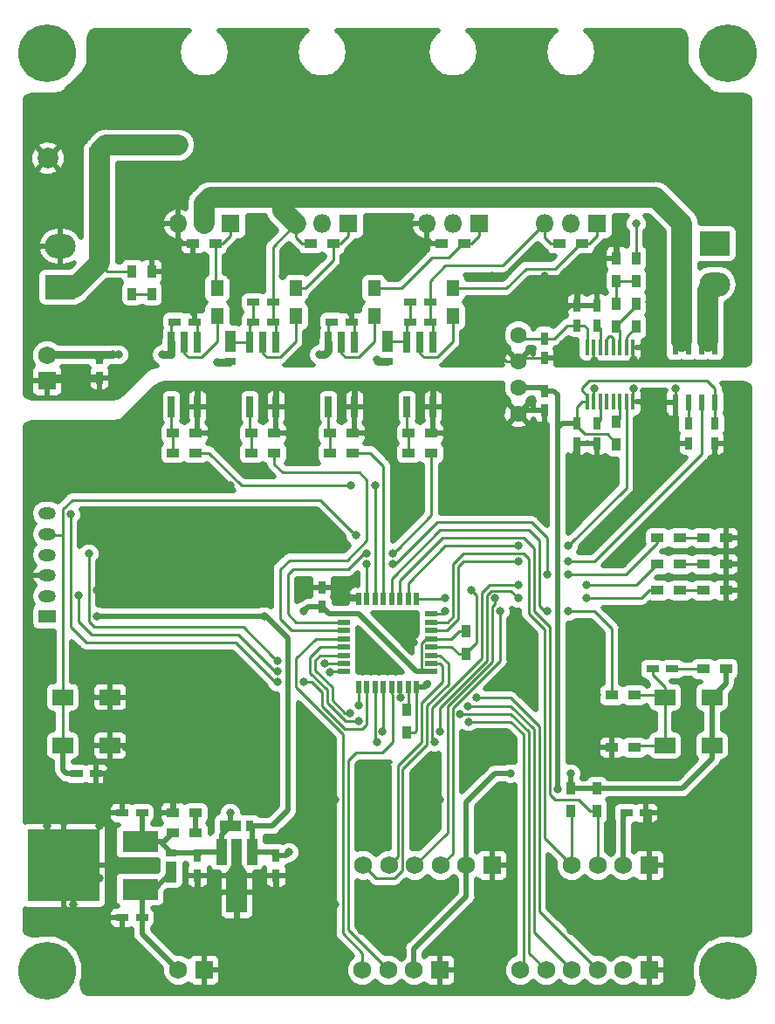
<source format=gtl>
G04 #@! TF.GenerationSoftware,KiCad,Pcbnew,(5.0.2)-1*
G04 #@! TF.CreationDate,2019-03-08T18:58:42+09:00*
G04 #@! TF.ProjectId,spindleMD_v2,7370696e-646c-4654-9d44-5f76322e6b69,rev?*
G04 #@! TF.SameCoordinates,Original*
G04 #@! TF.FileFunction,Copper,L1,Top*
G04 #@! TF.FilePolarity,Positive*
%FSLAX46Y46*%
G04 Gerber Fmt 4.6, Leading zero omitted, Abs format (unit mm)*
G04 Created by KiCad (PCBNEW (5.0.2)-1) date 2019/03/08 18:58:42*
%MOMM*%
%LPD*%
G01*
G04 APERTURE LIST*
G04 #@! TA.AperFunction,SMDPad,CuDef*
%ADD10R,3.500000X2.000000*%
G04 #@! TD*
G04 #@! TA.AperFunction,SMDPad,CuDef*
%ADD11R,7.000000X7.000000*%
G04 #@! TD*
G04 #@! TA.AperFunction,ComponentPad*
%ADD12C,5.600000*%
G04 #@! TD*
G04 #@! TA.AperFunction,ComponentPad*
%ADD13C,2.000000*%
G04 #@! TD*
G04 #@! TA.AperFunction,ComponentPad*
%ADD14R,2.000000X2.000000*%
G04 #@! TD*
G04 #@! TA.AperFunction,SMDPad,CuDef*
%ADD15R,0.750000X1.200000*%
G04 #@! TD*
G04 #@! TA.AperFunction,SMDPad,CuDef*
%ADD16R,1.200000X0.750000*%
G04 #@! TD*
G04 #@! TA.AperFunction,SMDPad,CuDef*
%ADD17R,1.100000X2.000000*%
G04 #@! TD*
G04 #@! TA.AperFunction,SMDPad,CuDef*
%ADD18R,1.100000X0.800000*%
G04 #@! TD*
G04 #@! TA.AperFunction,SMDPad,CuDef*
%ADD19R,1.200000X0.900000*%
G04 #@! TD*
G04 #@! TA.AperFunction,SMDPad,CuDef*
%ADD20R,0.800000X1.100000*%
G04 #@! TD*
G04 #@! TA.AperFunction,SMDPad,CuDef*
%ADD21R,2.000000X1.100000*%
G04 #@! TD*
G04 #@! TA.AperFunction,SMDPad,CuDef*
%ADD22R,0.900000X1.200000*%
G04 #@! TD*
G04 #@! TA.AperFunction,ComponentPad*
%ADD23R,1.750000X1.750000*%
G04 #@! TD*
G04 #@! TA.AperFunction,ComponentPad*
%ADD24C,1.750000*%
G04 #@! TD*
G04 #@! TA.AperFunction,ComponentPad*
%ADD25O,3.000000X2.350000*%
G04 #@! TD*
G04 #@! TA.AperFunction,ComponentPad*
%ADD26R,3.000000X2.350000*%
G04 #@! TD*
G04 #@! TA.AperFunction,ComponentPad*
%ADD27R,1.800000X1.800000*%
G04 #@! TD*
G04 #@! TA.AperFunction,ComponentPad*
%ADD28O,1.800000X1.800000*%
G04 #@! TD*
G04 #@! TA.AperFunction,SMDPad,CuDef*
%ADD29R,1.300000X1.500000*%
G04 #@! TD*
G04 #@! TA.AperFunction,SMDPad,CuDef*
%ADD30R,2.000000X1.500000*%
G04 #@! TD*
G04 #@! TA.AperFunction,SMDPad,CuDef*
%ADD31R,1.000000X2.500000*%
G04 #@! TD*
G04 #@! TA.AperFunction,SMDPad,CuDef*
%ADD32R,2.000000X4.000000*%
G04 #@! TD*
G04 #@! TA.AperFunction,SMDPad,CuDef*
%ADD33C,0.750000*%
G04 #@! TD*
G04 #@! TA.AperFunction,Conductor*
%ADD34C,0.100000*%
G04 #@! TD*
G04 #@! TA.AperFunction,ComponentPad*
%ADD35C,1.600000*%
G04 #@! TD*
G04 #@! TA.AperFunction,SMDPad,CuDef*
%ADD36R,1.200000X0.600000*%
G04 #@! TD*
G04 #@! TA.AperFunction,SMDPad,CuDef*
%ADD37R,0.600000X1.200000*%
G04 #@! TD*
G04 #@! TA.AperFunction,SMDPad,CuDef*
%ADD38R,0.640000X2.000000*%
G04 #@! TD*
G04 #@! TA.AperFunction,SMDPad,CuDef*
%ADD39R,0.600000X1.550000*%
G04 #@! TD*
G04 #@! TA.AperFunction,SMDPad,CuDef*
%ADD40R,0.410000X1.600000*%
G04 #@! TD*
G04 #@! TA.AperFunction,ComponentPad*
%ADD41O,1.700000X1.200000*%
G04 #@! TD*
G04 #@! TA.AperFunction,ComponentPad*
%ADD42R,1.700000X1.200000*%
G04 #@! TD*
G04 #@! TA.AperFunction,ViaPad*
%ADD43C,0.800000*%
G04 #@! TD*
G04 #@! TA.AperFunction,Conductor*
%ADD44C,0.250000*%
G04 #@! TD*
G04 #@! TA.AperFunction,Conductor*
%ADD45C,0.500000*%
G04 #@! TD*
G04 #@! TA.AperFunction,Conductor*
%ADD46C,0.800000*%
G04 #@! TD*
G04 #@! TA.AperFunction,Conductor*
%ADD47C,2.000000*%
G04 #@! TD*
G04 APERTURE END LIST*
D10*
G04 #@! TO.P,U1,1*
G04 #@! TO.N,Net-(C3-Pad1)*
X76000000Y-136590000D03*
G04 #@! TO.P,U1,3*
G04 #@! TO.N,+5V*
X76000000Y-132010000D03*
D11*
G04 #@! TO.P,U1,2*
G04 #@! TO.N,GND*
X68600000Y-134290000D03*
G04 #@! TD*
D12*
G04 #@! TO.P,REF\002A\002A,1*
G04 #@! TO.N,N/C*
X133000000Y-144500000D03*
G04 #@! TD*
G04 #@! TO.P,REF\002A\002A,1*
G04 #@! TO.N,N/C*
X133000000Y-55500000D03*
G04 #@! TD*
D13*
G04 #@! TO.P,C10,2*
G04 #@! TO.N,GNDPWR*
X67060000Y-65710000D03*
D14*
G04 #@! TO.P,C10,1*
G04 #@! TO.N,VDD*
X72060000Y-65710000D03*
G04 #@! TD*
D15*
G04 #@! TO.P,C11,2*
G04 #@! TO.N,GNDPWR*
X72060000Y-86980000D03*
G04 #@! TO.P,C11,1*
G04 #@! TO.N,+12V*
X72060000Y-85080000D03*
G04 #@! TD*
G04 #@! TO.P,C12,2*
G04 #@! TO.N,+3V3*
X93650000Y-109205000D03*
G04 #@! TO.P,C12,1*
G04 #@! TO.N,GND*
X93650000Y-107305000D03*
G04 #@! TD*
D16*
G04 #@! TO.P,C13,1*
G04 #@! TO.N,Net-(C13-Pad1)*
X102225000Y-81585000D03*
G04 #@! TO.P,C13,2*
G04 #@! TO.N,/H-Bridge/AOUT*
X104125000Y-81585000D03*
G04 #@! TD*
G04 #@! TO.P,C14,2*
G04 #@! TO.N,GNDPWR*
X96505000Y-81585000D03*
G04 #@! TO.P,C14,1*
G04 #@! TO.N,+12V*
X94605000Y-81585000D03*
G04 #@! TD*
G04 #@! TO.P,C15,2*
G04 #@! TO.N,/H-Bridge/BOUT*
X88885000Y-81585000D03*
G04 #@! TO.P,C15,1*
G04 #@! TO.N,Net-(C15-Pad1)*
X86985000Y-81585000D03*
G04 #@! TD*
G04 #@! TO.P,C16,1*
G04 #@! TO.N,+12V*
X79365000Y-81585000D03*
G04 #@! TO.P,C16,2*
G04 #@! TO.N,GNDPWR*
X81265000Y-81585000D03*
G04 #@! TD*
G04 #@! TO.P,C17,1*
G04 #@! TO.N,Net-(C13-Pad1)*
X102225000Y-79680000D03*
G04 #@! TO.P,C17,2*
G04 #@! TO.N,/H-Bridge/AOUT*
X104125000Y-79680000D03*
G04 #@! TD*
G04 #@! TO.P,C18,2*
G04 #@! TO.N,/H-Bridge/BOUT*
X88885000Y-79680000D03*
G04 #@! TO.P,C18,1*
G04 #@! TO.N,Net-(C15-Pad1)*
X86985000Y-79680000D03*
G04 #@! TD*
D15*
G04 #@! TO.P,C19,1*
G04 #@! TO.N,Net-(C19-Pad1)*
X129210000Y-91430000D03*
G04 #@! TO.P,C19,2*
G04 #@! TO.N,GND*
X129210000Y-93330000D03*
G04 #@! TD*
G04 #@! TO.P,C20,2*
G04 #@! TO.N,Net-(C20-Pad2)*
X120320000Y-91430000D03*
G04 #@! TO.P,C20,1*
G04 #@! TO.N,GND*
X120320000Y-93330000D03*
G04 #@! TD*
G04 #@! TO.P,C21,2*
G04 #@! TO.N,+5V*
X118415000Y-91430000D03*
G04 #@! TO.P,C21,1*
G04 #@! TO.N,GND*
X118415000Y-93330000D03*
G04 #@! TD*
G04 #@! TO.P,C22,1*
G04 #@! TO.N,GNDPWR*
X118415000Y-80000000D03*
G04 #@! TO.P,C22,2*
G04 #@! TO.N,+5VA*
X118415000Y-81900000D03*
G04 #@! TD*
G04 #@! TO.P,C23,1*
G04 #@! TO.N,GNDPWR*
X120320000Y-80000000D03*
G04 #@! TO.P,C23,2*
G04 #@! TO.N,Net-(C23-Pad2)*
X120320000Y-81900000D03*
G04 #@! TD*
D17*
G04 #@! TO.P,D1,1*
G04 #@! TO.N,Net-(C3-Pad1)*
X79045000Y-134940000D03*
D18*
G04 #@! TO.P,D1,2*
G04 #@! TO.N,+5V*
X79045000Y-133040000D03*
G04 #@! TD*
D19*
G04 #@! TO.P,D2,2*
G04 #@! TO.N,/MCU/LED3*
X126205000Y-107620000D03*
G04 #@! TO.P,D2,1*
G04 #@! TO.N,Net-(D2-Pad1)*
X128405000Y-107620000D03*
G04 #@! TD*
G04 #@! TO.P,D3,2*
G04 #@! TO.N,/MCU/LED2*
X126205000Y-105080000D03*
G04 #@! TO.P,D3,1*
G04 #@! TO.N,Net-(D3-Pad1)*
X128405000Y-105080000D03*
G04 #@! TD*
G04 #@! TO.P,D4,1*
G04 #@! TO.N,Net-(D4-Pad1)*
X128405000Y-102540000D03*
G04 #@! TO.P,D4,2*
G04 #@! TO.N,/MCU/LED1*
X126205000Y-102540000D03*
G04 #@! TD*
D20*
G04 #@! TO.P,D5,2*
G04 #@! TO.N,+3V3*
X86645000Y-130480000D03*
D21*
G04 #@! TO.P,D5,1*
G04 #@! TO.N,+5V*
X84745000Y-130480000D03*
G04 #@! TD*
D18*
G04 #@! TO.P,D6,2*
G04 #@! TO.N,+12V*
X100000000Y-85375000D03*
D17*
G04 #@! TO.P,D6,1*
G04 #@! TO.N,Net-(C13-Pad1)*
X100000000Y-83475000D03*
G04 #@! TD*
D18*
G04 #@! TO.P,D7,2*
G04 #@! TO.N,+12V*
X84760000Y-85375000D03*
D17*
G04 #@! TO.P,D7,1*
G04 #@! TO.N,Net-(C15-Pad1)*
X84760000Y-83475000D03*
G04 #@! TD*
D19*
G04 #@! TO.P,D12,1*
G04 #@! TO.N,GND*
X79215000Y-129210000D03*
G04 #@! TO.P,D12,2*
G04 #@! TO.N,Net-(D12-Pad2)*
X81415000Y-129210000D03*
G04 #@! TD*
D22*
G04 #@! TO.P,D13,2*
G04 #@! TO.N,Net-(D13-Pad2)*
X77140000Y-78875000D03*
G04 #@! TO.P,D13,1*
G04 #@! TO.N,GNDPWR*
X77140000Y-76675000D03*
G04 #@! TD*
D23*
G04 #@! TO.P,J1,1*
G04 #@! TO.N,GND*
X82220000Y-144450000D03*
D24*
G04 #@! TO.P,J1,2*
G04 #@! TO.N,Net-(C3-Pad1)*
X79720000Y-144450000D03*
G04 #@! TD*
G04 #@! TO.P,J3,4*
G04 #@! TO.N,/MCU/UART_RX*
X97580000Y-144450000D03*
G04 #@! TO.P,J3,3*
G04 #@! TO.N,/MCU/UART_TX*
X100080000Y-144450000D03*
G04 #@! TO.P,J3,2*
G04 #@! TO.N,+3V3*
X102580000Y-144450000D03*
D23*
G04 #@! TO.P,J3,1*
G04 #@! TO.N,GND*
X105080000Y-144450000D03*
G04 #@! TD*
G04 #@! TO.P,J4,1*
G04 #@! TO.N,GND*
X125400000Y-144450000D03*
D24*
G04 #@! TO.P,J4,2*
G04 #@! TO.N,N/C*
X122900000Y-144450000D03*
G04 #@! TO.P,J4,3*
G04 #@! TO.N,/MCU/I2C_SDA*
X120400000Y-144450000D03*
G04 #@! TO.P,J4,4*
G04 #@! TO.N,/MCU/I2C_SCL*
X117900000Y-144450000D03*
G04 #@! TO.P,J4,5*
G04 #@! TO.N,/MCU/SHUTDOWN*
X115400000Y-144450000D03*
G04 #@! TO.P,J4,6*
G04 #@! TO.N,/MCU/SD_Monitor*
X112900000Y-144450000D03*
G04 #@! TD*
D23*
G04 #@! TO.P,J5,1*
G04 #@! TO.N,GND*
X125400000Y-134290000D03*
D24*
G04 #@! TO.P,J5,2*
G04 #@! TO.N,+5V*
X122900000Y-134290000D03*
G04 #@! TO.P,J5,3*
G04 #@! TO.N,/MCU/RE_A*
X120400000Y-134290000D03*
G04 #@! TO.P,J5,4*
G04 #@! TO.N,/MCU/RE_B*
X117900000Y-134290000D03*
G04 #@! TD*
D23*
G04 #@! TO.P,J6,1*
G04 #@! TO.N,GND*
X110160000Y-134290000D03*
D24*
G04 #@! TO.P,J6,2*
G04 #@! TO.N,+3V3*
X107660000Y-134290000D03*
G04 #@! TO.P,J6,3*
G04 #@! TO.N,/MCU/GPIO_1*
X105160000Y-134290000D03*
G04 #@! TO.P,J6,4*
G04 #@! TO.N,/MCU/GPIO_2*
X102660000Y-134290000D03*
G04 #@! TO.P,J6,5*
G04 #@! TO.N,/MCU/GPIO_3*
X100160000Y-134290000D03*
G04 #@! TO.P,J6,6*
G04 #@! TO.N,/MCU/GPIO_4*
X97660000Y-134290000D03*
G04 #@! TD*
D25*
G04 #@! TO.P,J7,2*
G04 #@! TO.N,GNDPWR*
X68250000Y-74250000D03*
D26*
G04 #@! TO.P,J7,1*
G04 #@! TO.N,VDD*
X68250000Y-78210000D03*
G04 #@! TD*
D24*
G04 #@! TO.P,J8,2*
G04 #@! TO.N,+12V*
X66980000Y-84800000D03*
D23*
G04 #@! TO.P,J8,1*
G04 #@! TO.N,GNDPWR*
X66980000Y-87300000D03*
G04 #@! TD*
D25*
G04 #@! TO.P,J9,2*
G04 #@! TO.N,/CurrentSensing/IP+*
X131750000Y-77925000D03*
D26*
G04 #@! TO.P,J9,1*
G04 #@! TO.N,/H-Bridge/AOUT*
X131750000Y-73965000D03*
G04 #@! TD*
D27*
G04 #@! TO.P,Q1,1*
G04 #@! TO.N,Net-(Q1-Pad1)*
X120320000Y-72060000D03*
D28*
G04 #@! TO.P,Q1,2*
G04 #@! TO.N,VDD*
X117780000Y-72060000D03*
G04 #@! TO.P,Q1,3*
G04 #@! TO.N,/H-Bridge/AOUT*
X115240000Y-72060000D03*
G04 #@! TD*
G04 #@! TO.P,Q2,3*
G04 #@! TO.N,GNDPWR*
X103810000Y-72060000D03*
G04 #@! TO.P,Q2,2*
G04 #@! TO.N,/H-Bridge/AOUT*
X106350000Y-72060000D03*
D27*
G04 #@! TO.P,Q2,1*
G04 #@! TO.N,Net-(Q2-Pad1)*
X108890000Y-72060000D03*
G04 #@! TD*
D28*
G04 #@! TO.P,Q3,3*
G04 #@! TO.N,/H-Bridge/BOUT*
X91110000Y-72060000D03*
G04 #@! TO.P,Q3,2*
G04 #@! TO.N,VDD*
X93650000Y-72060000D03*
D27*
G04 #@! TO.P,Q3,1*
G04 #@! TO.N,Net-(Q3-Pad1)*
X96190000Y-72060000D03*
G04 #@! TD*
G04 #@! TO.P,Q4,1*
G04 #@! TO.N,Net-(Q4-Pad1)*
X84760000Y-72060000D03*
D28*
G04 #@! TO.P,Q4,2*
G04 #@! TO.N,/H-Bridge/BOUT*
X82220000Y-72060000D03*
G04 #@! TO.P,Q4,3*
G04 #@! TO.N,GNDPWR*
X79680000Y-72060000D03*
G04 #@! TD*
D19*
G04 #@! TO.P,R1,1*
G04 #@! TO.N,+3V3*
X132850000Y-115240000D03*
G04 #@! TO.P,R1,2*
G04 #@! TO.N,Net-(C1-Pad1)*
X130650000Y-115240000D03*
G04 #@! TD*
G04 #@! TO.P,R2,2*
G04 #@! TO.N,GND*
X121760000Y-122860000D03*
G04 #@! TO.P,R2,1*
G04 #@! TO.N,Net-(C1-Pad2)*
X123960000Y-122860000D03*
G04 #@! TD*
G04 #@! TO.P,R3,1*
G04 #@! TO.N,/MCU/USER_BUTTON*
X121760000Y-117780000D03*
G04 #@! TO.P,R3,2*
G04 #@! TO.N,Net-(C1-Pad2)*
X123960000Y-117780000D03*
G04 #@! TD*
G04 #@! TO.P,R4,2*
G04 #@! TO.N,GND*
X132850000Y-107620000D03*
G04 #@! TO.P,R4,1*
G04 #@! TO.N,Net-(D2-Pad1)*
X130650000Y-107620000D03*
G04 #@! TD*
G04 #@! TO.P,R5,2*
G04 #@! TO.N,GND*
X132850000Y-105080000D03*
G04 #@! TO.P,R5,1*
G04 #@! TO.N,Net-(D3-Pad1)*
X130650000Y-105080000D03*
G04 #@! TD*
G04 #@! TO.P,R6,2*
G04 #@! TO.N,GND*
X132850000Y-102540000D03*
G04 #@! TO.P,R6,1*
G04 #@! TO.N,Net-(D4-Pad1)*
X130650000Y-102540000D03*
G04 #@! TD*
D22*
G04 #@! TO.P,R9,2*
G04 #@! TO.N,+3V3*
X117780000Y-126840000D03*
G04 #@! TO.P,R9,1*
G04 #@! TO.N,/MCU/RE_B*
X117780000Y-129040000D03*
G04 #@! TD*
G04 #@! TO.P,R10,2*
G04 #@! TO.N,+3V3*
X120320000Y-126840000D03*
G04 #@! TO.P,R10,1*
G04 #@! TO.N,/MCU/RE_A*
X120320000Y-129040000D03*
G04 #@! TD*
G04 #@! TO.P,R11,1*
G04 #@! TO.N,GND*
X101905000Y-121420000D03*
G04 #@! TO.P,R11,2*
G04 #@! TO.N,Net-(R11-Pad2)*
X101905000Y-119220000D03*
G04 #@! TD*
G04 #@! TO.P,R12,2*
G04 #@! TO.N,/MCU/NRST*
X107620000Y-113800000D03*
G04 #@! TO.P,R12,1*
G04 #@! TO.N,+3V3*
X107620000Y-111600000D03*
G04 #@! TD*
D19*
G04 #@! TO.P,R13,1*
G04 #@! TO.N,Net-(R13-Pad1)*
X102075000Y-94285000D03*
G04 #@! TO.P,R13,2*
G04 #@! TO.N,/H-Bridge/GATE_AP*
X104275000Y-94285000D03*
G04 #@! TD*
G04 #@! TO.P,R14,2*
G04 #@! TO.N,/H-Bridge/GATE_AN*
X96655000Y-94285000D03*
G04 #@! TO.P,R14,1*
G04 #@! TO.N,Net-(R14-Pad1)*
X94455000Y-94285000D03*
G04 #@! TD*
G04 #@! TO.P,R15,1*
G04 #@! TO.N,Net-(R15-Pad1)*
X86835000Y-94285000D03*
G04 #@! TO.P,R15,2*
G04 #@! TO.N,/H-Bridge/GATE_BP*
X89035000Y-94285000D03*
G04 #@! TD*
G04 #@! TO.P,R16,2*
G04 #@! TO.N,/H-Bridge/GATE_BN*
X81415000Y-94285000D03*
G04 #@! TO.P,R16,1*
G04 #@! TO.N,Net-(R16-Pad1)*
X79215000Y-94285000D03*
G04 #@! TD*
G04 #@! TO.P,R17,1*
G04 #@! TO.N,Net-(R13-Pad1)*
X102075000Y-92380000D03*
G04 #@! TO.P,R17,2*
G04 #@! TO.N,GND*
X104275000Y-92380000D03*
G04 #@! TD*
G04 #@! TO.P,R18,1*
G04 #@! TO.N,Net-(R14-Pad1)*
X94455000Y-92380000D03*
G04 #@! TO.P,R18,2*
G04 #@! TO.N,GND*
X96655000Y-92380000D03*
G04 #@! TD*
G04 #@! TO.P,R19,1*
G04 #@! TO.N,Net-(R15-Pad1)*
X86835000Y-92380000D03*
G04 #@! TO.P,R19,2*
G04 #@! TO.N,GND*
X89035000Y-92380000D03*
G04 #@! TD*
G04 #@! TO.P,R20,1*
G04 #@! TO.N,Net-(R16-Pad1)*
X79215000Y-92380000D03*
G04 #@! TO.P,R20,2*
G04 #@! TO.N,GND*
X81415000Y-92380000D03*
G04 #@! TD*
D29*
G04 #@! TO.P,R21,1*
G04 #@! TO.N,Net-(Q1-Pad1)*
X106350000Y-78330000D03*
G04 #@! TO.P,R21,2*
G04 #@! TO.N,Net-(R21-Pad2)*
X106350000Y-81030000D03*
G04 #@! TD*
G04 #@! TO.P,R22,1*
G04 #@! TO.N,Net-(Q2-Pad1)*
X98730000Y-78330000D03*
G04 #@! TO.P,R22,2*
G04 #@! TO.N,Net-(R22-Pad2)*
X98730000Y-81030000D03*
G04 #@! TD*
G04 #@! TO.P,R23,1*
G04 #@! TO.N,Net-(Q3-Pad1)*
X91110000Y-78330000D03*
G04 #@! TO.P,R23,2*
G04 #@! TO.N,Net-(R23-Pad2)*
X91110000Y-81030000D03*
G04 #@! TD*
G04 #@! TO.P,R24,1*
G04 #@! TO.N,Net-(Q4-Pad1)*
X83490000Y-78330000D03*
G04 #@! TO.P,R24,2*
G04 #@! TO.N,Net-(R24-Pad2)*
X83490000Y-81030000D03*
G04 #@! TD*
D19*
G04 #@! TO.P,R25,2*
G04 #@! TO.N,/H-Bridge/AOUT*
X116680000Y-73965000D03*
G04 #@! TO.P,R25,1*
G04 #@! TO.N,Net-(Q1-Pad1)*
X118880000Y-73965000D03*
G04 #@! TD*
G04 #@! TO.P,R26,1*
G04 #@! TO.N,Net-(Q2-Pad1)*
X107450000Y-73965000D03*
G04 #@! TO.P,R26,2*
G04 #@! TO.N,GNDPWR*
X105250000Y-73965000D03*
G04 #@! TD*
G04 #@! TO.P,R27,2*
G04 #@! TO.N,/H-Bridge/BOUT*
X92550000Y-73965000D03*
G04 #@! TO.P,R27,1*
G04 #@! TO.N,Net-(Q3-Pad1)*
X94750000Y-73965000D03*
G04 #@! TD*
G04 #@! TO.P,R28,2*
G04 #@! TO.N,GNDPWR*
X81120000Y-73965000D03*
G04 #@! TO.P,R28,1*
G04 #@! TO.N,Net-(Q4-Pad1)*
X83320000Y-73965000D03*
G04 #@! TD*
D22*
G04 #@! TO.P,R29,1*
G04 #@! TO.N,Net-(R29-Pad1)*
X122225000Y-91280000D03*
G04 #@! TO.P,R29,2*
G04 #@! TO.N,+5V*
X122225000Y-93480000D03*
G04 #@! TD*
G04 #@! TO.P,R30,1*
G04 #@! TO.N,Net-(R30-Pad1)*
X124130000Y-82050000D03*
G04 #@! TO.P,R30,2*
G04 #@! TO.N,Net-(R30-Pad2)*
X124130000Y-79850000D03*
G04 #@! TD*
G04 #@! TO.P,R31,1*
G04 #@! TO.N,Net-(R31-Pad1)*
X122225000Y-79850000D03*
G04 #@! TO.P,R31,2*
G04 #@! TO.N,Net-(R30-Pad2)*
X122225000Y-82050000D03*
G04 #@! TD*
G04 #@! TO.P,R32,1*
G04 #@! TO.N,Net-(R31-Pad1)*
X122225000Y-77605000D03*
G04 #@! TO.P,R32,2*
G04 #@! TO.N,GNDPWR*
X122225000Y-75405000D03*
G04 #@! TD*
G04 #@! TO.P,R33,1*
G04 #@! TO.N,VDD*
X124130000Y-75405000D03*
G04 #@! TO.P,R33,2*
G04 #@! TO.N,Net-(R31-Pad1)*
X124130000Y-77605000D03*
G04 #@! TD*
D19*
G04 #@! TO.P,R34,1*
G04 #@! TO.N,+5V*
X79215000Y-131115000D03*
G04 #@! TO.P,R34,2*
G04 #@! TO.N,Net-(D12-Pad2)*
X81415000Y-131115000D03*
G04 #@! TD*
D22*
G04 #@! TO.P,R35,1*
G04 #@! TO.N,VDD*
X75235000Y-76675000D03*
G04 #@! TO.P,R35,2*
G04 #@! TO.N,Net-(D13-Pad2)*
X75235000Y-78875000D03*
G04 #@! TD*
D30*
G04 #@! TO.P,SW1,1*
G04 #@! TO.N,+3V3*
X131510000Y-122670000D03*
X131510000Y-117970000D03*
G04 #@! TO.P,SW1,2*
G04 #@! TO.N,Net-(C1-Pad2)*
X126910000Y-117970000D03*
X126910000Y-122670000D03*
G04 #@! TD*
G04 #@! TO.P,SW2,1*
G04 #@! TO.N,GND*
X73090000Y-122670000D03*
X73090000Y-117970000D03*
G04 #@! TO.P,SW2,2*
G04 #@! TO.N,/MCU/NRST*
X68490000Y-117970000D03*
X68490000Y-122670000D03*
G04 #@! TD*
D31*
G04 #@! TO.P,U2,1*
G04 #@! TO.N,+3V3*
X86895000Y-132945000D03*
G04 #@! TO.P,U2,2*
G04 #@! TO.N,GND*
X85395000Y-132945000D03*
G04 #@! TO.P,U2,3*
G04 #@! TO.N,+5V*
X83895000Y-132945000D03*
D32*
G04 #@! TO.P,U2,2*
G04 #@! TO.N,GND*
X85395000Y-136905000D03*
D33*
X85395000Y-134555000D03*
D34*
G04 #@! TD*
G04 #@! TO.N,GND*
G04 #@! TO.C,U2*
G36*
X84395000Y-134930000D02*
X84895000Y-134180000D01*
X85895000Y-134180000D01*
X86395000Y-134930000D01*
X84395000Y-134930000D01*
X84395000Y-134930000D01*
G37*
D35*
G04 #@! TO.P,U3,4*
G04 #@! TO.N,+5VA*
X112700000Y-82855000D03*
G04 #@! TO.P,U3,3*
G04 #@! TO.N,GNDPWR*
X112700000Y-85395000D03*
G04 #@! TO.P,U3,2*
G04 #@! TO.N,+5V*
X112700000Y-87935000D03*
G04 #@! TO.P,U3,1*
G04 #@! TO.N,GND*
X112700000Y-90475000D03*
G04 #@! TD*
D36*
G04 #@! TO.P,U4,1*
G04 #@! TO.N,+3V3*
X104250000Y-115500000D03*
G04 #@! TO.P,U4,2*
G04 #@! TO.N,/MCU/GPIO_3*
X104250000Y-114700000D03*
G04 #@! TO.P,U4,3*
G04 #@! TO.N,/MCU/GPIO_4*
X104250000Y-113900000D03*
G04 #@! TO.P,U4,4*
G04 #@! TO.N,/MCU/NRST*
X104250000Y-113100000D03*
G04 #@! TO.P,U4,5*
G04 #@! TO.N,+3V3*
X104250000Y-112300000D03*
G04 #@! TO.P,U4,6*
G04 #@! TO.N,/MCU/I_SENSE*
X104250000Y-111500000D03*
G04 #@! TO.P,U4,7*
G04 #@! TO.N,/MCU/RE_B*
X104250000Y-110700000D03*
G04 #@! TO.P,U4,8*
G04 #@! TO.N,/MCU/GPIO_1*
X104250000Y-109900000D03*
D37*
G04 #@! TO.P,U4,9*
G04 #@! TO.N,/MCU/GPIO_2*
X102800000Y-108450000D03*
G04 #@! TO.P,U4,10*
G04 #@! TO.N,/VoltageSensing/VOUT*
X102000000Y-108450000D03*
G04 #@! TO.P,U4,11*
G04 #@! TO.N,/MCU/RE_A*
X101200000Y-108450000D03*
G04 #@! TO.P,U4,12*
G04 #@! TO.N,/MCU/USER_BUTTON*
X100400000Y-108450000D03*
G04 #@! TO.P,U4,13*
G04 #@! TO.N,/H-Bridge/GATE_AN*
X99600000Y-108450000D03*
G04 #@! TO.P,U4,14*
G04 #@! TO.N,/H-Bridge/GATE_BN*
X98800000Y-108450000D03*
G04 #@! TO.P,U4,15*
G04 #@! TO.N,/MCU/LED1*
X98000000Y-108450000D03*
G04 #@! TO.P,U4,16*
G04 #@! TO.N,GND*
X97200000Y-108450000D03*
D36*
G04 #@! TO.P,U4,17*
G04 #@! TO.N,+3V3*
X95750000Y-109900000D03*
G04 #@! TO.P,U4,18*
G04 #@! TO.N,/H-Bridge/GATE_AP*
X95750000Y-110700000D03*
G04 #@! TO.P,U4,19*
G04 #@! TO.N,/H-Bridge/GATE_BP*
X95750000Y-111500000D03*
G04 #@! TO.P,U4,20*
G04 #@! TO.N,/MCU/UART_RX*
X95750000Y-112300000D03*
G04 #@! TO.P,U4,21*
G04 #@! TO.N,/MCU/SD_Monitor*
X95750000Y-113100000D03*
G04 #@! TO.P,U4,22*
G04 #@! TO.N,/MCU/SHUTDOWN*
X95750000Y-113900000D03*
G04 #@! TO.P,U4,23*
G04 #@! TO.N,/MCU/SWDIO*
X95750000Y-114700000D03*
G04 #@! TO.P,U4,24*
G04 #@! TO.N,/MCU/SWCLK*
X95750000Y-115500000D03*
D37*
G04 #@! TO.P,U4,25*
G04 #@! TO.N,/MCU/I2C_SCL*
X97200000Y-116950000D03*
G04 #@! TO.P,U4,26*
G04 #@! TO.N,/MCU/SWO*
X98000000Y-116950000D03*
G04 #@! TO.P,U4,27*
G04 #@! TO.N,/MCU/LED2*
X98800000Y-116950000D03*
G04 #@! TO.P,U4,28*
G04 #@! TO.N,/MCU/LED3*
X99600000Y-116950000D03*
G04 #@! TO.P,U4,29*
G04 #@! TO.N,/MCU/UART_TX*
X100400000Y-116950000D03*
G04 #@! TO.P,U4,30*
G04 #@! TO.N,/MCU/I2C_SDA*
X101200000Y-116950000D03*
G04 #@! TO.P,U4,31*
G04 #@! TO.N,Net-(R11-Pad2)*
X102000000Y-116950000D03*
G04 #@! TO.P,U4,32*
G04 #@! TO.N,GND*
X102800000Y-116950000D03*
G04 #@! TD*
D38*
G04 #@! TO.P,U5,6*
G04 #@! TO.N,Net-(C13-Pad1)*
X101905000Y-83515000D03*
G04 #@! TO.P,U5,5*
G04 #@! TO.N,Net-(R21-Pad2)*
X103175000Y-83515000D03*
G04 #@! TO.P,U5,4*
G04 #@! TO.N,/H-Bridge/AOUT*
X104445000Y-83515000D03*
G04 #@! TO.P,U5,3*
G04 #@! TO.N,GND*
X104445000Y-89815000D03*
G04 #@! TO.P,U5,1*
G04 #@! TO.N,Net-(R13-Pad1)*
X101905000Y-89815000D03*
G04 #@! TD*
G04 #@! TO.P,U6,1*
G04 #@! TO.N,Net-(R14-Pad1)*
X94285000Y-89815000D03*
G04 #@! TO.P,U6,3*
G04 #@! TO.N,GND*
X96825000Y-89815000D03*
G04 #@! TO.P,U6,4*
G04 #@! TO.N,GNDPWR*
X96825000Y-83515000D03*
G04 #@! TO.P,U6,5*
G04 #@! TO.N,Net-(R22-Pad2)*
X95555000Y-83515000D03*
G04 #@! TO.P,U6,6*
G04 #@! TO.N,+12V*
X94285000Y-83515000D03*
G04 #@! TD*
G04 #@! TO.P,U7,6*
G04 #@! TO.N,Net-(C15-Pad1)*
X86665000Y-83515000D03*
G04 #@! TO.P,U7,5*
G04 #@! TO.N,Net-(R23-Pad2)*
X87935000Y-83515000D03*
G04 #@! TO.P,U7,4*
G04 #@! TO.N,/H-Bridge/BOUT*
X89205000Y-83515000D03*
G04 #@! TO.P,U7,3*
G04 #@! TO.N,GND*
X89205000Y-89815000D03*
G04 #@! TO.P,U7,1*
G04 #@! TO.N,Net-(R15-Pad1)*
X86665000Y-89815000D03*
G04 #@! TD*
G04 #@! TO.P,U8,1*
G04 #@! TO.N,Net-(R16-Pad1)*
X79045000Y-89815000D03*
G04 #@! TO.P,U8,3*
G04 #@! TO.N,GND*
X81585000Y-89815000D03*
G04 #@! TO.P,U8,4*
G04 #@! TO.N,GNDPWR*
X81585000Y-83515000D03*
G04 #@! TO.P,U8,5*
G04 #@! TO.N,Net-(R24-Pad2)*
X80315000Y-83515000D03*
G04 #@! TO.P,U8,6*
G04 #@! TO.N,+12V*
X79045000Y-83515000D03*
G04 #@! TD*
D39*
G04 #@! TO.P,U9,1*
G04 #@! TO.N,/CurrentSensing/IP+*
X131750000Y-83965000D03*
G04 #@! TO.P,U9,2*
X130480000Y-83965000D03*
G04 #@! TO.P,U9,3*
G04 #@! TO.N,/H-Bridge/BOUT*
X129210000Y-83965000D03*
G04 #@! TO.P,U9,4*
X127940000Y-83965000D03*
G04 #@! TO.P,U9,5*
G04 #@! TO.N,GND*
X127940000Y-89365000D03*
G04 #@! TO.P,U9,6*
G04 #@! TO.N,Net-(C19-Pad1)*
X129210000Y-89365000D03*
G04 #@! TO.P,U9,7*
G04 #@! TO.N,/MCU/I_SENSE*
X130480000Y-89365000D03*
G04 #@! TO.P,U9,8*
G04 #@! TO.N,+5V*
X131750000Y-89365000D03*
G04 #@! TD*
D40*
G04 #@! TO.P,U10,1*
G04 #@! TO.N,+5V*
X119367500Y-89319300D03*
G04 #@! TO.P,U10,2*
G04 #@! TO.N,GND*
X120002500Y-89319300D03*
G04 #@! TO.P,U10,3*
G04 #@! TO.N,Net-(C20-Pad2)*
X120637500Y-89319300D03*
G04 #@! TO.P,U10,4*
G04 #@! TO.N,N/C*
X121272500Y-89319300D03*
G04 #@! TO.P,U10,5*
X121907500Y-89319300D03*
G04 #@! TO.P,U10,6*
G04 #@! TO.N,Net-(R29-Pad1)*
X122542500Y-89319300D03*
G04 #@! TO.P,U10,7*
G04 #@! TO.N,/VoltageSensing/VOUT*
X123177500Y-89319300D03*
G04 #@! TO.P,U10,8*
G04 #@! TO.N,GND*
X123812500Y-89319300D03*
G04 #@! TO.P,U10,9*
G04 #@! TO.N,GNDPWR*
X123812500Y-84010700D03*
G04 #@! TO.P,U10,10*
G04 #@! TO.N,Net-(R30-Pad1)*
X123177500Y-84010700D03*
G04 #@! TO.P,U10,11*
G04 #@! TO.N,Net-(R30-Pad2)*
X122542500Y-84010700D03*
G04 #@! TO.P,U10,12*
G04 #@! TO.N,Net-(U10-Pad12)*
X121907500Y-84010700D03*
G04 #@! TO.P,U10,13*
X121272500Y-84010700D03*
G04 #@! TO.P,U10,14*
G04 #@! TO.N,Net-(C23-Pad2)*
X120637500Y-84010700D03*
G04 #@! TO.P,U10,15*
G04 #@! TO.N,GNDPWR*
X120002500Y-84010700D03*
G04 #@! TO.P,U10,16*
G04 #@! TO.N,+5VA*
X119367500Y-84010700D03*
G04 #@! TD*
D12*
G04 #@! TO.P,REF\002A\002A,1*
G04 #@! TO.N,N/C*
X67000000Y-55500000D03*
G04 #@! TD*
G04 #@! TO.P,REF\002A\002A,1*
G04 #@! TO.N,N/C*
X67000000Y-144500000D03*
G04 #@! TD*
D41*
G04 #@! TO.P,J2,6*
G04 #@! TO.N,/MCU/SWO*
X66980000Y-100160000D03*
G04 #@! TO.P,J2,5*
G04 #@! TO.N,/MCU/NRST*
X66980000Y-102160000D03*
G04 #@! TO.P,J2,4*
G04 #@! TO.N,/MCU/SWDIO*
X66980000Y-104160000D03*
G04 #@! TO.P,J2,3*
G04 #@! TO.N,GND*
X66980000Y-106160000D03*
G04 #@! TO.P,J2,2*
G04 #@! TO.N,/MCU/SWCLK*
X66980000Y-108160000D03*
D42*
G04 #@! TO.P,J2,1*
G04 #@! TO.N,+3V3*
X66980000Y-110160000D03*
G04 #@! TD*
D16*
G04 #@! TO.P,C1,2*
G04 #@! TO.N,Net-(C1-Pad2)*
X125720000Y-115240000D03*
G04 #@! TO.P,C1,1*
G04 #@! TO.N,Net-(C1-Pad1)*
X127620000Y-115240000D03*
G04 #@! TD*
G04 #@! TO.P,C2,2*
G04 #@! TO.N,GND*
X71740000Y-125400000D03*
G04 #@! TO.P,C2,1*
G04 #@! TO.N,/MCU/NRST*
X69840000Y-125400000D03*
G04 #@! TD*
G04 #@! TO.P,C3,1*
G04 #@! TO.N,Net-(C3-Pad1)*
X76185000Y-139370000D03*
G04 #@! TO.P,C3,2*
G04 #@! TO.N,GND*
X74285000Y-139370000D03*
G04 #@! TD*
G04 #@! TO.P,C4,2*
G04 #@! TO.N,GND*
X74285000Y-129210000D03*
G04 #@! TO.P,C4,1*
G04 #@! TO.N,+5V*
X76185000Y-129210000D03*
G04 #@! TD*
D15*
G04 #@! TO.P,C5,1*
G04 #@! TO.N,+5V*
X81585000Y-133340000D03*
G04 #@! TO.P,C5,2*
G04 #@! TO.N,GND*
X81585000Y-135240000D03*
G04 #@! TD*
G04 #@! TO.P,C6,2*
G04 #@! TO.N,GND*
X89205000Y-135240000D03*
G04 #@! TO.P,C6,1*
G04 #@! TO.N,+3V3*
X89205000Y-133340000D03*
G04 #@! TD*
D16*
G04 #@! TO.P,C7,1*
G04 #@! TO.N,+5V*
X123180000Y-129210000D03*
G04 #@! TO.P,C7,2*
G04 #@! TO.N,GND*
X125080000Y-129210000D03*
G04 #@! TD*
D15*
G04 #@! TO.P,C8,2*
G04 #@! TO.N,GND*
X115240000Y-90155000D03*
G04 #@! TO.P,C8,1*
G04 #@! TO.N,+5V*
X115240000Y-88255000D03*
G04 #@! TD*
G04 #@! TO.P,C9,1*
G04 #@! TO.N,+5VA*
X115240000Y-83175000D03*
G04 #@! TO.P,C9,2*
G04 #@! TO.N,GNDPWR*
X115240000Y-85075000D03*
G04 #@! TD*
G04 #@! TO.P,C24,2*
G04 #@! TO.N,+5V*
X131750000Y-91430000D03*
G04 #@! TO.P,C24,1*
G04 #@! TO.N,GND*
X131750000Y-93330000D03*
G04 #@! TD*
D43*
G04 #@! TO.N,GND*
X77775000Y-129210000D03*
X72695000Y-129210000D03*
X82855000Y-89840000D03*
X90475000Y-89840000D03*
X98095000Y-89840000D03*
X105715000Y-89840000D03*
X96190000Y-108255000D03*
X82220000Y-138735000D03*
X123875972Y-88062000D03*
X120057272Y-88051092D03*
X127940000Y-88062000D03*
X118288000Y-94411990D03*
X77775000Y-90475000D03*
X127940000Y-93015000D03*
X125400000Y-124892000D03*
X131750000Y-94666000D03*
X74346000Y-140640000D03*
X103810011Y-116763989D03*
X91872000Y-107620000D03*
X71806000Y-107620000D03*
X74600000Y-143180000D03*
X77140000Y-145720000D03*
X72060000Y-145720000D03*
X72060000Y-140640000D03*
X66980000Y-140640000D03*
X69520000Y-138100000D03*
X72060000Y-135560000D03*
X66980000Y-130480000D03*
X69520000Y-127940000D03*
X72060000Y-130480000D03*
X66980000Y-125400000D03*
X66980000Y-120320000D03*
X72060000Y-120320000D03*
X77140000Y-120320000D03*
X77140000Y-115240000D03*
X66980000Y-115240000D03*
X72060000Y-115240000D03*
X77140000Y-125400000D03*
X74600000Y-122860000D03*
X74600000Y-127940000D03*
X79680000Y-127940000D03*
X79680000Y-122860000D03*
X79680000Y-117780000D03*
X82220000Y-115240000D03*
X82220000Y-120320000D03*
X82220000Y-125400000D03*
X84760000Y-127940000D03*
X84760000Y-122860000D03*
X84760000Y-117780000D03*
X87300000Y-120320000D03*
X87300000Y-125400000D03*
X92380000Y-125400000D03*
X92380000Y-120320000D03*
X94920000Y-127940000D03*
X77140000Y-105080000D03*
X72060000Y-105080000D03*
X82220000Y-105080000D03*
X87300000Y-105080000D03*
X74600000Y-102540000D03*
X79680000Y-102540000D03*
X79680000Y-102540000D03*
X84760000Y-102540000D03*
X89840000Y-102540000D03*
X94920000Y-102540000D03*
X92380000Y-100000000D03*
X87300000Y-100000000D03*
X82220000Y-100000000D03*
X77140000Y-100000000D03*
X72060000Y-100000000D03*
X72060000Y-94920000D03*
X66980000Y-94920000D03*
X69520000Y-97460000D03*
X69520000Y-92380000D03*
X74600000Y-92380000D03*
X77140000Y-94920000D03*
X74600000Y-97460000D03*
X79680000Y-97460000D03*
X84760000Y-97460000D03*
X84760000Y-92380000D03*
X92380000Y-94920000D03*
X102540000Y-100000000D03*
X100000000Y-92380000D03*
X107620000Y-100000000D03*
X107620000Y-94920000D03*
X110160000Y-92380000D03*
X110160000Y-97460000D03*
X112700000Y-100000000D03*
X112700000Y-94920000D03*
X115240000Y-97460000D03*
X120320000Y-97460000D03*
X117780000Y-100000000D03*
X125400000Y-97460000D03*
X125400000Y-92380000D03*
X130480000Y-97460000D03*
X133020000Y-94920000D03*
X133020000Y-100000000D03*
X133020000Y-89840000D03*
X127940000Y-100000000D03*
X120320000Y-102540000D03*
X122860000Y-105080000D03*
X122860000Y-110160000D03*
X127940000Y-110160000D03*
X133020000Y-110160000D03*
X130480000Y-112700000D03*
X125400000Y-112700000D03*
X122860000Y-115240000D03*
X120320000Y-112700000D03*
X117780000Y-115240000D03*
X112700000Y-115240000D03*
X112700000Y-110160000D03*
X120320000Y-117780000D03*
X117780000Y-120320000D03*
X120320000Y-122860000D03*
X122860000Y-120320000D03*
X127940000Y-120320000D03*
X133020000Y-120320000D03*
X133020000Y-125400000D03*
X130480000Y-127940000D03*
X127940000Y-125400000D03*
X130480000Y-133020000D03*
X133020000Y-135560000D03*
X130480000Y-138100000D03*
X133020000Y-140640000D03*
X127940000Y-140640000D03*
X127940000Y-145720000D03*
X127940000Y-135560000D03*
X127940000Y-130480000D03*
X122860000Y-140640000D03*
X120320000Y-138100000D03*
X117780000Y-140640000D03*
X110160000Y-143180000D03*
X110160000Y-138100000D03*
X107620000Y-145720000D03*
X107620000Y-140640000D03*
X100000000Y-138100000D03*
X97460000Y-140640000D03*
X102540000Y-140640000D03*
X105080000Y-138100000D03*
X92380000Y-140640000D03*
X94920000Y-143180000D03*
X92380000Y-145720000D03*
X87300000Y-145720000D03*
X84760000Y-143180000D03*
X89840000Y-143180000D03*
X87300000Y-140640000D03*
X89840000Y-138100000D03*
X94920000Y-138100000D03*
X92380000Y-135560000D03*
X100000000Y-127940000D03*
X97460000Y-125400000D03*
X105080000Y-127940000D03*
X102540000Y-125400000D03*
X107620000Y-125400000D03*
X110160000Y-122860000D03*
X110160000Y-127940000D03*
X74600000Y-107620000D03*
X79680000Y-107620000D03*
X84760000Y-107620000D03*
X97460000Y-112700000D03*
X100000000Y-115240000D03*
X97460000Y-115240000D03*
X102540000Y-112700000D03*
X102540000Y-110160000D03*
X100000000Y-110160000D03*
G04 #@! TO.N,/MCU/NRST*
X108128018Y-107620000D03*
X96952004Y-102286000D03*
G04 #@! TO.N,+5V*
X84760000Y-129210000D03*
X116510000Y-126924012D03*
G04 #@! TO.N,+3V3*
X90475000Y-133020000D03*
X117780000Y-125400000D03*
X71806000Y-110160000D03*
X88062000Y-110160000D03*
X91872000Y-109652000D03*
X111938010Y-125400000D03*
G04 #@! TO.N,GNDPWR*
X77140000Y-74600000D03*
X119050000Y-77140000D03*
X120057270Y-85278893D03*
X123876064Y-85268000D03*
X81204000Y-80696000D03*
X96444000Y-80696000D03*
X66980000Y-61900000D03*
X69520000Y-59360000D03*
X72060000Y-61900000D03*
X72060000Y-56820000D03*
X74600000Y-54280000D03*
X74600000Y-59360000D03*
X77140000Y-61900000D03*
X77140000Y-56820000D03*
X79680000Y-54280000D03*
X79680000Y-59360000D03*
X82220000Y-61900000D03*
X84760000Y-59360000D03*
X84760000Y-54280000D03*
X87300000Y-56820000D03*
X87300000Y-61900000D03*
X89840000Y-59360000D03*
X89840000Y-54280000D03*
X92380000Y-61900000D03*
X94920000Y-59360000D03*
X97460000Y-61900000D03*
X97460000Y-56820000D03*
X100000000Y-54280000D03*
X100000000Y-59360000D03*
X102540000Y-61900000D03*
X102540000Y-56820000D03*
X105080000Y-59360000D03*
X107620000Y-61900000D03*
X110160000Y-59360000D03*
X110160000Y-54280000D03*
X112700000Y-56820000D03*
X112700000Y-61900000D03*
X115240000Y-59360000D03*
X115240000Y-54280000D03*
X117780000Y-61900000D03*
X120320000Y-64440000D03*
X120320000Y-59360000D03*
X120320000Y-54280000D03*
X122860000Y-56820000D03*
X122860000Y-61900000D03*
X122860000Y-66980000D03*
X125400000Y-64440000D03*
X125400000Y-59360000D03*
X125400000Y-54280000D03*
X127940000Y-56820000D03*
X127940000Y-61900000D03*
X130480000Y-59360000D03*
X133020000Y-61900000D03*
X125400000Y-79680000D03*
X125400000Y-84760000D03*
X115240000Y-77140000D03*
X110160000Y-77140000D03*
X112700000Y-79680000D03*
X107620000Y-79680000D03*
X107620000Y-84760000D03*
X110160000Y-82220000D03*
X100000000Y-77140000D03*
X94920000Y-77140000D03*
X92380000Y-79680000D03*
X89840000Y-77140000D03*
X84760000Y-77140000D03*
X79680000Y-77140000D03*
X74600000Y-82220000D03*
X72060000Y-79680000D03*
X69520000Y-82220000D03*
X100000000Y-72060000D03*
X133020000Y-82220000D03*
X127940000Y-66980000D03*
X130480000Y-64440000D03*
X133020000Y-66980000D03*
X130480000Y-69520000D03*
G04 #@! TO.N,VDD*
X79680000Y-64440000D03*
X78410000Y-64440000D03*
X77140000Y-64440000D03*
X75870000Y-64440000D03*
X74600000Y-64440000D03*
X73330000Y-64440000D03*
X124130000Y-72060000D03*
G04 #@! TO.N,+12V*
X73330000Y-84760000D03*
X73965000Y-84760000D03*
X83490000Y-85522000D03*
X78156000Y-84760000D03*
X93396000Y-84760000D03*
X98984000Y-85268000D03*
G04 #@! TO.N,/H-Bridge/BOUT*
X84125000Y-69520000D03*
X85395000Y-69520000D03*
X86665000Y-69520000D03*
X82220000Y-70099998D03*
X89840000Y-70790000D03*
X87935000Y-69520000D03*
G04 #@! TO.N,/MCU/LED3*
X99525008Y-121336000D03*
X112700000Y-108381994D03*
X119304000Y-108382000D03*
X105080000Y-121336000D03*
G04 #@! TO.N,/MCU/LED2*
X98984000Y-122352000D03*
X112700000Y-107112000D03*
X119304000Y-107112000D03*
X104572000Y-122352000D03*
G04 #@! TO.N,/MCU/LED1*
X115494000Y-106096000D03*
X117525990Y-106096000D03*
X100508000Y-105080000D03*
X97968000Y-105080000D03*
G04 #@! TO.N,/MCU/SWO*
X69266000Y-100254014D03*
X91872000Y-116509994D03*
X89332000Y-116510000D03*
G04 #@! TO.N,/MCU/SWDIO*
X93903994Y-114700000D03*
X71044000Y-104064000D03*
X89332000Y-114478000D03*
G04 #@! TO.N,/MCU/SWCLK*
X94442940Y-115542359D03*
X89332004Y-115494000D03*
X70028000Y-108128000D03*
G04 #@! TO.N,/MCU/SD_Monitor*
X97206000Y-120319992D03*
X107873980Y-120353070D03*
G04 #@! TO.N,/MCU/SHUTDOWN*
X96397294Y-119487940D03*
X107065294Y-119594982D03*
G04 #@! TO.N,/MCU/I2C_SCL*
X97206024Y-118796000D03*
X107827289Y-118832990D03*
G04 #@! TO.N,/MCU/I2C_SDA*
X101233010Y-118034000D03*
X108635990Y-118034000D03*
G04 #@! TO.N,/MCU/GPIO_1*
X105587994Y-109652000D03*
X110922000Y-109652000D03*
G04 #@! TO.N,/MCU/GPIO_2*
X105588000Y-108382004D03*
X110414012Y-108382000D03*
G04 #@! TO.N,/MCU/USER_BUTTON*
X115494000Y-109652004D03*
X117526000Y-109652000D03*
G04 #@! TO.N,/H-Bridge/GATE_AP*
X97968000Y-104064000D03*
X100508000Y-104064000D03*
G04 #@! TO.N,/H-Bridge/GATE_BN*
X96444000Y-97460000D03*
X98800000Y-97460004D03*
G04 #@! TO.N,/VoltageSensing/VOUT*
X112700000Y-103302000D03*
X117525994Y-103302000D03*
G04 #@! TO.N,/MCU/I_SENSE*
X112700000Y-104826000D03*
X117526000Y-104826000D03*
G04 #@! TD*
D44*
G04 #@! TO.N,Net-(C1-Pad1)*
X129800000Y-115240000D02*
X127620000Y-115240000D01*
X130650000Y-115240000D02*
X129800000Y-115240000D01*
G04 #@! TO.N,Net-(C1-Pad2)*
X126720000Y-117780000D02*
X126910000Y-117970000D01*
X123960000Y-117780000D02*
X126720000Y-117780000D01*
X126910000Y-117004000D02*
X126910000Y-117970000D01*
X125720000Y-115240000D02*
X125720000Y-115814000D01*
X125720000Y-115814000D02*
X126910000Y-117004000D01*
X126910000Y-118970000D02*
X126910000Y-122670000D01*
X126910000Y-117970000D02*
X126910000Y-118970000D01*
X124150000Y-122670000D02*
X123960000Y-122860000D01*
X126910000Y-122670000D02*
X124150000Y-122670000D01*
D45*
G04 #@! TO.N,GND*
X84710000Y-135240000D02*
X85395000Y-134555000D01*
X81585000Y-135240000D02*
X84710000Y-135240000D01*
X86080000Y-135240000D02*
X85395000Y-134555000D01*
X89205000Y-135240000D02*
X86080000Y-135240000D01*
X68600000Y-138290000D02*
X68600000Y-134290000D01*
X69680000Y-139370000D02*
X68600000Y-138290000D01*
X74285000Y-139370000D02*
X69680000Y-139370000D01*
X68600000Y-130290000D02*
X68600000Y-134290000D01*
X69680000Y-129210000D02*
X68600000Y-130290000D01*
X74285000Y-129210000D02*
X69680000Y-129210000D01*
X82220000Y-143075000D02*
X82220000Y-144450000D01*
X82220000Y-138580000D02*
X82220000Y-143075000D01*
X83895000Y-136905000D02*
X82220000Y-138580000D01*
X85395000Y-136905000D02*
X83895000Y-136905000D01*
X125400000Y-129530000D02*
X125080000Y-129210000D01*
X125400000Y-134290000D02*
X125400000Y-129530000D01*
X85395000Y-132945000D02*
X85395000Y-134555000D01*
X79215000Y-129210000D02*
X77775000Y-129210000D01*
X73090000Y-117970000D02*
X73090000Y-122670000D01*
X81585000Y-92210000D02*
X81415000Y-92380000D01*
X81585000Y-89815000D02*
X81585000Y-92210000D01*
X89205000Y-92210000D02*
X89035000Y-92380000D01*
X89205000Y-89815000D02*
X89205000Y-92210000D01*
X96825000Y-92210000D02*
X96655000Y-92380000D01*
X96825000Y-89815000D02*
X96825000Y-92210000D01*
X104445000Y-92210000D02*
X104275000Y-92380000D01*
X104445000Y-89815000D02*
X104445000Y-92210000D01*
X81585000Y-89815000D02*
X82830000Y-89815000D01*
X82830000Y-89815000D02*
X82855000Y-89840000D01*
X89230000Y-89840000D02*
X89205000Y-89815000D01*
X90475000Y-89840000D02*
X89230000Y-89840000D01*
X96850000Y-89840000D02*
X96825000Y-89815000D01*
X98095000Y-89840000D02*
X96850000Y-89840000D01*
X104470000Y-89840000D02*
X104445000Y-89815000D01*
X105715000Y-89840000D02*
X104470000Y-89840000D01*
X113020000Y-90155000D02*
X112700000Y-90475000D01*
X115240000Y-90155000D02*
X113020000Y-90155000D01*
X118415000Y-93330000D02*
X120320000Y-93330000D01*
X132850000Y-102540000D02*
X132850000Y-105080000D01*
X132850000Y-105080000D02*
X132850000Y-107620000D01*
X97005000Y-108255000D02*
X97200000Y-108450000D01*
X96190000Y-108255000D02*
X97005000Y-108255000D01*
X95240000Y-107305000D02*
X96190000Y-108255000D01*
X93650000Y-107305000D02*
X95240000Y-107305000D01*
D44*
X123812500Y-89319300D02*
X123812500Y-88125472D01*
X123812500Y-88125472D02*
X123875972Y-88062000D01*
X120002500Y-88105864D02*
X120057272Y-88051092D01*
X120002500Y-89319300D02*
X120002500Y-88105864D01*
X127940000Y-88062000D02*
X127940000Y-89365000D01*
D45*
X118288000Y-93846305D02*
X118288000Y-94411990D01*
X118288000Y-93457000D02*
X118288000Y-93846305D01*
X118415000Y-93330000D02*
X118288000Y-93457000D01*
X72695000Y-125400000D02*
X71740000Y-125400000D01*
X73090000Y-122670000D02*
X73090000Y-125005000D01*
X72695000Y-125400000D02*
X73090000Y-125005000D01*
X72695000Y-129210000D02*
X72695000Y-125400000D01*
X125400000Y-131750000D02*
X125400000Y-134290000D01*
X132850000Y-108570000D02*
X134290000Y-110010000D01*
X132850000Y-107620000D02*
X132850000Y-108570000D01*
X134290000Y-110010000D02*
X134290000Y-128575000D01*
X134290000Y-128575000D02*
X132385000Y-130480000D01*
X132385000Y-130480000D02*
X126670000Y-130480000D01*
X126670000Y-130480000D02*
X125400000Y-131750000D01*
X129210000Y-93330000D02*
X128255000Y-93330000D01*
X128255000Y-93330000D02*
X127940000Y-93015000D01*
D44*
X122352000Y-124892000D02*
X125400000Y-124892000D01*
X121760000Y-122860000D02*
X121760000Y-124300000D01*
X121760000Y-124300000D02*
X122352000Y-124892000D01*
X102605000Y-121420000D02*
X101905000Y-121420000D01*
X102800000Y-121225000D02*
X102605000Y-121420000D01*
X102800000Y-116950000D02*
X102800000Y-121225000D01*
X131750000Y-93330000D02*
X131750000Y-94666000D01*
D45*
X64948000Y-126638000D02*
X68600000Y-130290000D01*
X77775000Y-90475000D02*
X77394000Y-90856000D01*
X77394000Y-90856000D02*
X77394000Y-93142000D01*
X76124000Y-94412000D02*
X66472000Y-94412000D01*
X66472000Y-94412000D02*
X64948000Y-95936000D01*
X77394000Y-93142000D02*
X76124000Y-94412000D01*
X65012000Y-106160000D02*
X64948000Y-106096000D01*
X66980000Y-106160000D02*
X65012000Y-106160000D01*
X64948000Y-95936000D02*
X64948000Y-106096000D01*
X64948000Y-106096000D02*
X64948000Y-126638000D01*
X74285000Y-139370000D02*
X74285000Y-140579000D01*
X74285000Y-140579000D02*
X74346000Y-140640000D01*
X102800000Y-116950000D02*
X103624000Y-116950000D01*
X103624000Y-116950000D02*
X103810011Y-116763989D01*
X92187000Y-107305000D02*
X91872000Y-107620000D01*
X93650000Y-107305000D02*
X92187000Y-107305000D01*
X105080000Y-141656000D02*
X105080000Y-144450000D01*
X110160000Y-134290000D02*
X110160000Y-136576000D01*
X110160000Y-136576000D02*
X105080000Y-141656000D01*
D44*
G04 #@! TO.N,/MCU/NRST*
X105100000Y-113100000D02*
X104250000Y-113100000D01*
X106220000Y-113100000D02*
X105100000Y-113100000D01*
X106920000Y-113800000D02*
X106220000Y-113100000D01*
X107620000Y-113800000D02*
X106920000Y-113800000D01*
D45*
X68885000Y-125400000D02*
X69840000Y-125400000D01*
X68490000Y-122670000D02*
X68490000Y-125005000D01*
X68490000Y-125005000D02*
X68885000Y-125400000D01*
D44*
X68490000Y-122670000D02*
X68490000Y-117970000D01*
X108636000Y-108127982D02*
X108128018Y-107620000D01*
X108636000Y-112634000D02*
X108636000Y-108127982D01*
X107620000Y-113800000D02*
X107620000Y-113650000D01*
X107620000Y-113650000D02*
X108636000Y-112634000D01*
X68378000Y-102286000D02*
X68504000Y-102160000D01*
X66980000Y-102160000D02*
X67106000Y-102286000D01*
X67106000Y-102286000D02*
X68378000Y-102286000D01*
X68504000Y-117956000D02*
X68504000Y-102160000D01*
X68490000Y-117970000D02*
X68504000Y-117956000D01*
X96552005Y-101886001D02*
X96952004Y-102286000D01*
X93504019Y-98838015D02*
X96552005Y-101886001D01*
X69411985Y-98838015D02*
X93504019Y-98838015D01*
X68504000Y-102160000D02*
X68504000Y-99746000D01*
X68504000Y-99746000D02*
X69411985Y-98838015D01*
D45*
G04 #@! TO.N,Net-(C3-Pad1)*
X76185000Y-140915000D02*
X79720000Y-144450000D01*
X76185000Y-139370000D02*
X76185000Y-140915000D01*
X76185000Y-136775000D02*
X76000000Y-136590000D01*
X76185000Y-139370000D02*
X76185000Y-136775000D01*
X77395000Y-136590000D02*
X79045000Y-134940000D01*
X76000000Y-136590000D02*
X77395000Y-136590000D01*
G04 #@! TO.N,+5V*
X78015000Y-132010000D02*
X79045000Y-133040000D01*
X76000000Y-132010000D02*
X78015000Y-132010000D01*
X76185000Y-131825000D02*
X76000000Y-132010000D01*
X76185000Y-129210000D02*
X76185000Y-131825000D01*
X78320000Y-132010000D02*
X79215000Y-131115000D01*
X76000000Y-132010000D02*
X78320000Y-132010000D01*
X81980000Y-132945000D02*
X81585000Y-133340000D01*
X83895000Y-132945000D02*
X81980000Y-132945000D01*
X81285000Y-133040000D02*
X81585000Y-133340000D01*
X79045000Y-133040000D02*
X81285000Y-133040000D01*
X83895000Y-131330000D02*
X83895000Y-132945000D01*
X84745000Y-130480000D02*
X83895000Y-131330000D01*
X122900000Y-129490000D02*
X123180000Y-129210000D01*
X122900000Y-134290000D02*
X122900000Y-129490000D01*
X84760000Y-130465000D02*
X84745000Y-130480000D01*
X84760000Y-129210000D02*
X84760000Y-130465000D01*
X114920000Y-87935000D02*
X115240000Y-88255000D01*
X112700000Y-87935000D02*
X114920000Y-87935000D01*
D44*
X118912500Y-89319300D02*
X119367500Y-89319300D01*
X118415000Y-89816800D02*
X118912500Y-89319300D01*
X118415000Y-91430000D02*
X118415000Y-89816800D01*
X122225000Y-93330000D02*
X122225000Y-93480000D01*
X121299999Y-92404999D02*
X122225000Y-93330000D01*
X119164999Y-92404999D02*
X121299999Y-92404999D01*
X118415000Y-91655000D02*
X119164999Y-92404999D01*
X118415000Y-91430000D02*
X118415000Y-91655000D01*
X119367500Y-88724300D02*
X119367500Y-89319300D01*
X131750000Y-88062000D02*
X130988000Y-87300000D01*
X131750000Y-89365000D02*
X131750000Y-88062000D01*
X130988000Y-87300000D02*
X119558000Y-87300000D01*
X119558000Y-87300000D02*
X118912500Y-87945500D01*
X118912500Y-87945500D02*
X118912500Y-88269300D01*
X118912500Y-88269300D02*
X119367500Y-88724300D01*
D45*
X116115000Y-88255000D02*
X116510000Y-88650000D01*
X115240000Y-88255000D02*
X116115000Y-88255000D01*
X116510000Y-88650000D02*
X116510000Y-92380000D01*
X116510000Y-91872000D02*
X116510000Y-92380000D01*
X118415000Y-91430000D02*
X116952000Y-91430000D01*
X116952000Y-91430000D02*
X116510000Y-91872000D01*
D44*
X131750000Y-89365000D02*
X131750000Y-91430000D01*
D45*
X116510000Y-126358327D02*
X116510000Y-126924012D01*
X116510000Y-92380000D02*
X116510000Y-126358327D01*
G04 #@! TO.N,+3V3*
X86895000Y-130730000D02*
X86645000Y-130480000D01*
X86895000Y-132945000D02*
X86895000Y-130730000D01*
X88810000Y-132945000D02*
X89205000Y-133340000D01*
X86895000Y-132945000D02*
X88810000Y-132945000D01*
X120320000Y-126840000D02*
X117780000Y-126840000D01*
X131510000Y-117970000D02*
X131510000Y-122670000D01*
X132850000Y-116630000D02*
X131510000Y-117970000D01*
X132850000Y-115240000D02*
X132850000Y-116630000D01*
X94345000Y-109900000D02*
X93650000Y-109205000D01*
X95750000Y-109900000D02*
X94345000Y-109900000D01*
X103150000Y-115500000D02*
X104250000Y-115500000D01*
X89205000Y-133340000D02*
X90155000Y-133340000D01*
X90155000Y-133340000D02*
X90475000Y-133020000D01*
D44*
X105100000Y-112300000D02*
X104250000Y-112300000D01*
X106220000Y-112300000D02*
X105100000Y-112300000D01*
X106920000Y-111600000D02*
X106220000Y-112300000D01*
X107620000Y-111600000D02*
X106920000Y-111600000D01*
D45*
X131510000Y-123920000D02*
X131510000Y-122670000D01*
X128590000Y-126840000D02*
X131510000Y-123920000D01*
X120320000Y-126840000D02*
X128590000Y-126840000D01*
X117780000Y-126840000D02*
X117780000Y-125400000D01*
X71806000Y-110160000D02*
X88062000Y-110160000D01*
X92319000Y-109205000D02*
X91872000Y-109652000D01*
X93650000Y-109205000D02*
X92319000Y-109205000D01*
X110414000Y-125400000D02*
X111938010Y-125400000D01*
X107660000Y-134290000D02*
X107660000Y-128154000D01*
X107660000Y-128154000D02*
X110414000Y-125400000D01*
X88227861Y-110160000D02*
X88062000Y-110160000D01*
X90348000Y-112280139D02*
X88227861Y-110160000D01*
X90348000Y-128956000D02*
X90348000Y-112280139D01*
X86645000Y-130480000D02*
X88824000Y-130480000D01*
X88824000Y-130480000D02*
X90348000Y-128956000D01*
X97200000Y-109900000D02*
X102800000Y-115500000D01*
X95750000Y-109900000D02*
X97200000Y-109900000D01*
X102800000Y-115500000D02*
X103150000Y-115500000D01*
X107660000Y-137298000D02*
X107660000Y-134290000D01*
X102580000Y-144450000D02*
X102580000Y-142378000D01*
X102580000Y-142378000D02*
X107660000Y-137298000D01*
D44*
X103265001Y-115384999D02*
X103150000Y-115500000D01*
X103265001Y-112725187D02*
X103265001Y-115384999D01*
X104250000Y-112300000D02*
X103690188Y-112300000D01*
X103690188Y-112300000D02*
X103265001Y-112725187D01*
G04 #@! TO.N,GNDPWR*
X77140000Y-76675000D02*
X77140000Y-74600000D01*
X79680000Y-73332792D02*
X79680000Y-72060000D01*
X79680000Y-73375000D02*
X79680000Y-73332792D01*
X80270000Y-73965000D02*
X79680000Y-73375000D01*
X81120000Y-73965000D02*
X80270000Y-73965000D01*
X103810000Y-73332792D02*
X103810000Y-72060000D01*
X103810000Y-73375000D02*
X103810000Y-73332792D01*
X104400000Y-73965000D02*
X103810000Y-73375000D01*
X105250000Y-73965000D02*
X104400000Y-73965000D01*
X81585000Y-81905000D02*
X81265000Y-81585000D01*
X81585000Y-83515000D02*
X81585000Y-81905000D01*
X96825000Y-81905000D02*
X96505000Y-81585000D01*
X96825000Y-83515000D02*
X96825000Y-81905000D01*
D46*
X67300000Y-86980000D02*
X66980000Y-87300000D01*
X72060000Y-86980000D02*
X67300000Y-86980000D01*
D44*
X113020000Y-85075000D02*
X112700000Y-85395000D01*
X115240000Y-85075000D02*
X113020000Y-85075000D01*
X120320000Y-80000000D02*
X118415000Y-80000000D01*
X122225000Y-75405000D02*
X120785000Y-75405000D01*
X120785000Y-75405000D02*
X119050000Y-77140000D01*
X120002500Y-84010700D02*
X120002500Y-85224123D01*
X120002500Y-85224123D02*
X120057270Y-85278893D01*
X123812500Y-84010700D02*
X123812500Y-85204436D01*
X123812500Y-85204436D02*
X123876064Y-85268000D01*
X81265000Y-81585000D02*
X81265000Y-80757000D01*
X81265000Y-80757000D02*
X81204000Y-80696000D01*
X96505000Y-81585000D02*
X96505000Y-80757000D01*
X96505000Y-80757000D02*
X96444000Y-80696000D01*
X111557000Y-85395000D02*
X112700000Y-85395000D01*
X117790000Y-80000000D02*
X116586000Y-81204000D01*
X118415000Y-80000000D02*
X117790000Y-80000000D01*
X116586000Y-81204000D02*
X111684000Y-81204000D01*
X111684000Y-81204000D02*
X110922000Y-81966000D01*
X110922000Y-81966000D02*
X110922000Y-84760000D01*
X110922000Y-84760000D02*
X111557000Y-85395000D01*
G04 #@! TO.N,+5VA*
X113020000Y-83175000D02*
X112700000Y-82855000D01*
X115240000Y-83175000D02*
X113020000Y-83175000D01*
X117465000Y-81900000D02*
X118415000Y-81900000D01*
X115240000Y-83175000D02*
X116190000Y-83175000D01*
X116190000Y-83175000D02*
X117465000Y-81900000D01*
X119040000Y-81900000D02*
X118415000Y-81900000D01*
X119367500Y-82227500D02*
X119040000Y-81900000D01*
X119367500Y-84010700D02*
X119367500Y-82227500D01*
D47*
G04 #@! TO.N,VDD*
X69720000Y-78210000D02*
X68250000Y-78210000D01*
X72060000Y-65710000D02*
X72060000Y-75870000D01*
X72060000Y-75870000D02*
X69720000Y-78210000D01*
X72060000Y-65710000D02*
X72060000Y-65075000D01*
X72060000Y-65075000D02*
X72695000Y-64440000D01*
X72695000Y-64440000D02*
X79680000Y-64440000D01*
D44*
X72865000Y-76675000D02*
X72060000Y-75870000D01*
X75235000Y-76675000D02*
X72865000Y-76675000D01*
X124130000Y-75405000D02*
X124130000Y-72060000D01*
D46*
G04 #@! TO.N,+12V*
X67020000Y-84760000D02*
X66980000Y-84800000D01*
X72060000Y-85080000D02*
X71740000Y-84760000D01*
X71298000Y-84760000D02*
X73330000Y-84760000D01*
X71740000Y-84760000D02*
X71298000Y-84760000D01*
X71298000Y-84760000D02*
X67020000Y-84760000D01*
D44*
X79045000Y-81905000D02*
X79365000Y-81585000D01*
X79045000Y-83515000D02*
X79045000Y-81905000D01*
X94285000Y-81905000D02*
X94605000Y-81585000D01*
X94285000Y-83515000D02*
X94285000Y-81905000D01*
D46*
X84613000Y-85522000D02*
X84760000Y-85375000D01*
X83490000Y-85522000D02*
X84613000Y-85522000D01*
X79045000Y-84690685D02*
X79045000Y-83515000D01*
X78975685Y-84760000D02*
X79045000Y-84690685D01*
X78156000Y-84760000D02*
X78975685Y-84760000D01*
X94285000Y-84379000D02*
X94285000Y-83515000D01*
X93396000Y-84760000D02*
X93904000Y-84760000D01*
X93904000Y-84760000D02*
X94285000Y-84379000D01*
X99091000Y-85375000D02*
X98984000Y-85268000D01*
X100000000Y-85375000D02*
X99091000Y-85375000D01*
D44*
G04 #@! TO.N,/H-Bridge/AOUT*
X115240000Y-73332792D02*
X115240000Y-72060000D01*
X115240000Y-73375000D02*
X115240000Y-73332792D01*
X115830000Y-73965000D02*
X115240000Y-73375000D01*
X116680000Y-73965000D02*
X115830000Y-73965000D01*
X104125000Y-79680000D02*
X104125000Y-81585000D01*
X104445000Y-81905000D02*
X104125000Y-81585000D01*
X104445000Y-83515000D02*
X104445000Y-81905000D01*
X111176000Y-76124000D02*
X115240000Y-72060000D01*
X105588000Y-76124000D02*
X111176000Y-76124000D01*
X104125000Y-79680000D02*
X104125000Y-77587000D01*
X104125000Y-77587000D02*
X105588000Y-76124000D01*
G04 #@! TO.N,Net-(C13-Pad1)*
X101905000Y-81905000D02*
X102225000Y-81585000D01*
X101905000Y-83515000D02*
X101905000Y-81905000D01*
X102225000Y-79680000D02*
X102225000Y-81585000D01*
X101865000Y-83475000D02*
X101905000Y-83515000D01*
X100000000Y-83475000D02*
X101865000Y-83475000D01*
D47*
G04 #@! TO.N,/H-Bridge/BOUT*
X82220000Y-72060000D02*
X82220000Y-70099998D01*
X91110000Y-72060000D02*
X89840000Y-70790000D01*
D44*
X91110000Y-73332792D02*
X91110000Y-72060000D01*
X91110000Y-73375000D02*
X91110000Y-73332792D01*
X91700000Y-73965000D02*
X91110000Y-73375000D01*
X92550000Y-73965000D02*
X91700000Y-73965000D01*
X88885000Y-79680000D02*
X88885000Y-81585000D01*
X89205000Y-81905000D02*
X88885000Y-81585000D01*
X89205000Y-83515000D02*
X89205000Y-81905000D01*
D47*
X122280002Y-69520000D02*
X126035000Y-69520000D01*
X87935000Y-69520000D02*
X122280002Y-69520000D01*
X126035000Y-69520000D02*
X128575000Y-72060000D01*
X128575000Y-72060000D02*
X128575000Y-83490000D01*
D44*
X88885000Y-74285000D02*
X91110000Y-72060000D01*
X88885000Y-79680000D02*
X88885000Y-74285000D01*
D47*
X87935000Y-69520000D02*
X86665000Y-69520000D01*
X86665000Y-69520000D02*
X85395000Y-69520000D01*
X85395000Y-69520000D02*
X84125000Y-69520000D01*
X82799998Y-69520000D02*
X82220000Y-70099998D01*
X84125000Y-69520000D02*
X82799998Y-69520000D01*
D44*
G04 #@! TO.N,Net-(C15-Pad1)*
X86665000Y-81905000D02*
X86985000Y-81585000D01*
X86665000Y-83515000D02*
X86665000Y-81905000D01*
X86985000Y-81585000D02*
X86985000Y-79680000D01*
X84800000Y-83515000D02*
X84760000Y-83475000D01*
X86665000Y-83515000D02*
X84800000Y-83515000D01*
G04 #@! TO.N,Net-(C19-Pad1)*
X129210000Y-89365000D02*
X129210000Y-91430000D01*
G04 #@! TO.N,Net-(C20-Pad2)*
X120637500Y-91112500D02*
X120637500Y-89319300D01*
X120320000Y-91430000D02*
X120637500Y-91112500D01*
G04 #@! TO.N,Net-(C23-Pad2)*
X120637500Y-82217500D02*
X120637500Y-84010700D01*
X120320000Y-81900000D02*
X120637500Y-82217500D01*
G04 #@! TO.N,Net-(D2-Pad1)*
X130650000Y-107620000D02*
X128405000Y-107620000D01*
G04 #@! TO.N,/MCU/LED3*
X99600000Y-116950000D02*
X99600000Y-121261008D01*
X99600000Y-121261008D02*
X99525008Y-121336000D01*
X124638000Y-108382000D02*
X119304000Y-108382000D01*
X126205000Y-107620000D02*
X125400000Y-107620000D01*
X125400000Y-107620000D02*
X124638000Y-108382000D01*
X109652000Y-108070996D02*
X109652000Y-114427949D01*
X109652000Y-114427949D02*
X105080000Y-118999949D01*
X111975004Y-107656998D02*
X110065998Y-107656998D01*
X105080000Y-118999949D02*
X105080000Y-120770315D01*
X112700000Y-108381994D02*
X111975004Y-107656998D01*
X105080000Y-120770315D02*
X105080000Y-121336000D01*
X110065998Y-107656998D02*
X109652000Y-108070996D01*
G04 #@! TO.N,Net-(D3-Pad1)*
X130650000Y-105080000D02*
X128405000Y-105080000D01*
G04 #@! TO.N,/MCU/LED2*
X98800000Y-122168000D02*
X98984000Y-122352000D01*
X98800000Y-116950000D02*
X98800000Y-122168000D01*
X104318000Y-122098000D02*
X104572000Y-122352000D01*
X104318000Y-119050000D02*
X104318000Y-122098000D01*
X109144000Y-114224000D02*
X104318000Y-119050000D01*
X109144000Y-107874000D02*
X109144000Y-114224000D01*
X112700000Y-107112000D02*
X109906000Y-107112000D01*
X109906000Y-107112000D02*
X109144000Y-107874000D01*
X124130000Y-107112000D02*
X119304000Y-107112000D01*
X126205000Y-105080000D02*
X126162000Y-105080000D01*
X126162000Y-105080000D02*
X124130000Y-107112000D01*
G04 #@! TO.N,/MCU/LED1*
X98000000Y-105112000D02*
X97968000Y-105080000D01*
X98000000Y-108450000D02*
X98000000Y-105112000D01*
X115494000Y-105530315D02*
X115494000Y-106096000D01*
X115494000Y-102540000D02*
X115494000Y-105530315D01*
X113970000Y-101016000D02*
X115494000Y-102540000D01*
X104826000Y-101016000D02*
X113970000Y-101016000D01*
X100508000Y-105080000D02*
X100762000Y-105080000D01*
X100762000Y-105080000D02*
X104826000Y-101016000D01*
X118091675Y-106096000D02*
X117525990Y-106096000D01*
X123114000Y-106096000D02*
X118091675Y-106096000D01*
X126205000Y-102540000D02*
X126205000Y-103005000D01*
X126205000Y-103005000D02*
X123114000Y-106096000D01*
G04 #@! TO.N,Net-(D4-Pad1)*
X130650000Y-102540000D02*
X128405000Y-102540000D01*
D45*
G04 #@! TO.N,Net-(D12-Pad2)*
X81415000Y-129210000D02*
X81415000Y-131115000D01*
D44*
G04 #@! TO.N,Net-(D13-Pad2)*
X75235000Y-78875000D02*
X77140000Y-78875000D01*
G04 #@! TO.N,/MCU/SWO*
X89078000Y-116510000D02*
X89332000Y-116510000D01*
X85268000Y-112700000D02*
X89078000Y-116510000D01*
X70790000Y-112700000D02*
X85268000Y-112700000D01*
X69266000Y-100254014D02*
X69266000Y-111176000D01*
X69266000Y-111176000D02*
X70790000Y-112700000D01*
X92633994Y-116509994D02*
X91872000Y-116509994D01*
X98000000Y-116950000D02*
X98000000Y-120599685D01*
X98000000Y-120599685D02*
X97517685Y-121082000D01*
X97517685Y-121082000D02*
X95878321Y-121082000D01*
X95878321Y-121082000D02*
X93650000Y-118853679D01*
X93650000Y-118853679D02*
X93650000Y-117526000D01*
X93650000Y-117526000D02*
X92633994Y-116509994D01*
G04 #@! TO.N,/MCU/SWDIO*
X95750000Y-114700000D02*
X93903994Y-114700000D01*
X71044000Y-104064000D02*
X71044000Y-110630002D01*
X88932001Y-114078001D02*
X89332000Y-114478000D01*
X86030000Y-111176000D02*
X88932001Y-114078001D01*
X71044000Y-110668000D02*
X71552000Y-111176000D01*
X71552000Y-111176000D02*
X86030000Y-111176000D01*
G04 #@! TO.N,/MCU/SWCLK*
X95750000Y-115500000D02*
X94485299Y-115500000D01*
X94485299Y-115500000D02*
X94442940Y-115542359D01*
X70028000Y-110668000D02*
X70028000Y-108128000D01*
X71298000Y-111938000D02*
X70028000Y-110668000D01*
X85522000Y-111938000D02*
X71298000Y-111938000D01*
X89332004Y-115494000D02*
X89078000Y-115494000D01*
X89078000Y-115494000D02*
X85522000Y-111938000D01*
G04 #@! TO.N,/MCU/UART_TX*
X100400000Y-117672000D02*
X100400000Y-116950000D01*
X100508000Y-117780000D02*
X100400000Y-117672000D01*
X96190000Y-140560000D02*
X96190000Y-124130000D01*
X96190000Y-124130000D02*
X96952000Y-123368000D01*
X96952000Y-123368000D02*
X99492000Y-123368000D01*
X99492000Y-123368000D02*
X100508000Y-122352000D01*
X100080000Y-144450000D02*
X96190000Y-140560000D01*
X100508000Y-122352000D02*
X100508000Y-117780000D01*
G04 #@! TO.N,/MCU/UART_RX*
X94900000Y-112300000D02*
X95750000Y-112300000D01*
X97580000Y-142792000D02*
X95682000Y-140894000D01*
X97580000Y-144450000D02*
X97580000Y-142792000D01*
X95682000Y-140894000D02*
X95682000Y-121590000D01*
X95682000Y-121590000D02*
X91110000Y-117018000D01*
X93034000Y-112300000D02*
X94900000Y-112300000D01*
X91110000Y-117018000D02*
X91110000Y-114224000D01*
X91110000Y-114224000D02*
X93034000Y-112300000D01*
G04 #@! TO.N,/MCU/SD_Monitor*
X95936000Y-120319992D02*
X97206000Y-120319992D01*
X93504000Y-113100000D02*
X92488001Y-114115999D01*
X95750000Y-113100000D02*
X93504000Y-113100000D01*
X92488001Y-114115999D02*
X92488001Y-115602001D01*
X92488001Y-115602001D02*
X94158000Y-117272000D01*
X94158000Y-117272000D02*
X94158000Y-118541992D01*
X94158000Y-118541992D02*
X95936000Y-120319992D01*
X111971070Y-120353070D02*
X107873980Y-120353070D01*
X113208000Y-121590000D02*
X111971070Y-120353070D01*
X112900000Y-144450000D02*
X113208000Y-144142000D01*
X113208000Y-144142000D02*
X113208000Y-121590000D01*
G04 #@! TO.N,/MCU/SHUTDOWN*
X95865940Y-119487940D02*
X96397294Y-119487940D01*
X93466000Y-113900000D02*
X92996001Y-114369999D01*
X95750000Y-113900000D02*
X93466000Y-113900000D01*
X92996001Y-114369999D02*
X92996001Y-115348001D01*
X92996001Y-115348001D02*
X94666000Y-117018000D01*
X94666000Y-117018000D02*
X94666000Y-118288000D01*
X94666000Y-118288000D02*
X95865940Y-119487940D01*
X107630979Y-119594982D02*
X107065294Y-119594982D01*
X111974982Y-119594982D02*
X107630979Y-119594982D01*
X113716000Y-121336000D02*
X111974982Y-119594982D01*
X115400000Y-144450000D02*
X113716000Y-142766000D01*
X113716000Y-142766000D02*
X113716000Y-121336000D01*
G04 #@! TO.N,/MCU/I2C_SCL*
X97200000Y-116950000D02*
X97200000Y-118789976D01*
X97200000Y-118789976D02*
X97206024Y-118796000D01*
X108392974Y-118832990D02*
X107827289Y-118832990D01*
X111974990Y-118832990D02*
X108392974Y-118832990D01*
X114224000Y-121082000D02*
X111974990Y-118832990D01*
X117900000Y-144450000D02*
X114224000Y-140774000D01*
X114224000Y-140774000D02*
X114224000Y-121082000D01*
G04 #@! TO.N,/MCU/I2C_SDA*
X101200000Y-118000990D02*
X101233010Y-118034000D01*
X101200000Y-116950000D02*
X101200000Y-118000990D01*
X109201675Y-118034000D02*
X108635990Y-118034000D01*
X111938000Y-118034000D02*
X109201675Y-118034000D01*
X114732000Y-120828000D02*
X111938000Y-118034000D01*
X120400000Y-144450000D02*
X114732000Y-138782000D01*
X114732000Y-138782000D02*
X114732000Y-120828000D01*
G04 #@! TO.N,/MCU/RE_B*
X117900000Y-129160000D02*
X117780000Y-129040000D01*
X117900000Y-134290000D02*
X117900000Y-129160000D01*
X117025001Y-133415001D02*
X117900000Y-134290000D01*
X115240000Y-131630000D02*
X117025001Y-133415001D01*
X113679014Y-109869014D02*
X115240000Y-111430000D01*
X105810000Y-110700000D02*
X106350000Y-110160000D01*
X104250000Y-110700000D02*
X105810000Y-110700000D01*
X106350000Y-110160000D02*
X106350000Y-105080000D01*
X113679014Y-104535014D02*
X113679014Y-109869014D01*
X106350000Y-105080000D02*
X107366000Y-104064000D01*
X107366000Y-104064000D02*
X113208000Y-104064000D01*
X115240000Y-111430000D02*
X115240000Y-131630000D01*
X113208000Y-104064000D02*
X113679014Y-104535014D01*
G04 #@! TO.N,/MCU/RE_A*
X120400000Y-129120000D02*
X120320000Y-129040000D01*
X120400000Y-134290000D02*
X120400000Y-129120000D01*
X115748000Y-127432000D02*
X116256000Y-127940000D01*
X118520000Y-127940000D02*
X119620000Y-129040000D01*
X115748000Y-111176000D02*
X115748000Y-127432000D01*
X101200000Y-106674000D02*
X105334000Y-102540000D01*
X116256000Y-127940000D02*
X118520000Y-127940000D01*
X101200000Y-108450000D02*
X101200000Y-106674000D01*
X105334000Y-102540000D02*
X113208000Y-102540000D01*
X113208000Y-102540000D02*
X114224000Y-103556000D01*
X119620000Y-129040000D02*
X120320000Y-129040000D01*
X114224000Y-103556000D02*
X114224000Y-109652000D01*
X114224000Y-109652000D02*
X115748000Y-111176000D01*
G04 #@! TO.N,/MCU/GPIO_1*
X105339994Y-109900000D02*
X105587994Y-109652000D01*
X104250000Y-109900000D02*
X105339994Y-109900000D01*
X110922000Y-110217685D02*
X110922000Y-109652000D01*
X110922000Y-114430771D02*
X110922000Y-110217685D01*
X106326236Y-119026535D02*
X110922000Y-114430771D01*
X105160000Y-134290000D02*
X106326236Y-133123764D01*
X106326236Y-133123764D02*
X106326236Y-119026535D01*
G04 #@! TO.N,/MCU/GPIO_2*
X102800000Y-108450000D02*
X105520004Y-108450000D01*
X105520004Y-108450000D02*
X105588000Y-108382004D01*
X110414012Y-108947685D02*
X110414012Y-108382000D01*
X110160000Y-109201697D02*
X110414012Y-108947685D01*
X110160000Y-114556360D02*
X110160000Y-109201697D01*
X105842000Y-118874360D02*
X110160000Y-114556360D01*
X102660000Y-134290000D02*
X105842000Y-131108000D01*
X105842000Y-131108000D02*
X105842000Y-118874360D01*
G04 #@! TO.N,/MCU/GPIO_3*
X105100000Y-114700000D02*
X104250000Y-114700000D01*
X101016000Y-133434000D02*
X101016000Y-124638000D01*
X100160000Y-134290000D02*
X101016000Y-133434000D01*
X101016000Y-124638000D02*
X103302000Y-122352000D01*
X105334000Y-114934000D02*
X105100000Y-114700000D01*
X103302000Y-122352000D02*
X103302000Y-118542000D01*
X103302000Y-118542000D02*
X105334000Y-116510000D01*
X105334000Y-116510000D02*
X105334000Y-114934000D01*
G04 #@! TO.N,/MCU/GPIO_4*
X100697999Y-135560000D02*
X98930000Y-135560000D01*
X101459999Y-134798000D02*
X100697999Y-135560000D01*
X101459999Y-133626412D02*
X101459999Y-134798000D01*
X101466011Y-133620400D02*
X101459999Y-133626412D01*
X101466011Y-124949989D02*
X101466011Y-133620400D01*
X98534999Y-135164999D02*
X97660000Y-134290000D01*
X104250000Y-113900000D02*
X105100000Y-113900000D01*
X105899989Y-114699989D02*
X105899989Y-116706011D01*
X98930000Y-135560000D02*
X98534999Y-135164999D01*
X105899989Y-116706011D02*
X103810000Y-118796000D01*
X105100000Y-113900000D02*
X105899989Y-114699989D01*
X103810000Y-118796000D02*
X103810000Y-122606000D01*
X103810000Y-122606000D02*
X101466011Y-124949989D01*
D47*
G04 #@! TO.N,/CurrentSensing/IP+*
X131115000Y-78560000D02*
X131115000Y-83490000D01*
X131750000Y-77925000D02*
X131115000Y-78560000D01*
D44*
G04 #@! TO.N,Net-(Q1-Pad1)*
X119565000Y-73965000D02*
X118880000Y-73965000D01*
X120320000Y-73210000D02*
X119565000Y-73965000D01*
X120320000Y-72060000D02*
X120320000Y-73210000D01*
X107250000Y-78330000D02*
X106350000Y-78330000D01*
X111510000Y-78330000D02*
X107250000Y-78330000D01*
X113425001Y-76414999D02*
X111510000Y-78330000D01*
X116280001Y-76414999D02*
X113425001Y-76414999D01*
X118880000Y-73965000D02*
X118730000Y-73965000D01*
X118730000Y-73965000D02*
X116280001Y-76414999D01*
G04 #@! TO.N,Net-(Q2-Pad1)*
X108135000Y-73965000D02*
X107450000Y-73965000D01*
X108890000Y-73210000D02*
X108135000Y-73965000D01*
X108890000Y-72060000D02*
X108890000Y-73210000D01*
X101350000Y-78330000D02*
X98730000Y-78330000D01*
X104318000Y-75362000D02*
X101350000Y-78330000D01*
X105903000Y-75362000D02*
X104318000Y-75362000D01*
X107450000Y-73965000D02*
X107300000Y-73965000D01*
X107300000Y-73965000D02*
X105903000Y-75362000D01*
G04 #@! TO.N,Net-(Q3-Pad1)*
X95435000Y-73965000D02*
X94750000Y-73965000D01*
X96190000Y-73210000D02*
X95435000Y-73965000D01*
X96190000Y-72060000D02*
X96190000Y-73210000D01*
X92010000Y-78330000D02*
X91110000Y-78330000D01*
X94750000Y-75590000D02*
X92010000Y-78330000D01*
X94750000Y-73965000D02*
X94750000Y-75590000D01*
G04 #@! TO.N,Net-(Q4-Pad1)*
X84005000Y-73965000D02*
X83320000Y-73965000D01*
X84760000Y-73210000D02*
X84005000Y-73965000D01*
X84760000Y-72060000D02*
X84760000Y-73210000D01*
X83320000Y-78160000D02*
X83490000Y-78330000D01*
X83320000Y-73965000D02*
X83320000Y-78160000D01*
G04 #@! TO.N,/MCU/USER_BUTTON*
X115240004Y-109652004D02*
X115494000Y-109652004D01*
X100400000Y-106458000D02*
X105080000Y-101778000D01*
X105080000Y-101778000D02*
X113716000Y-101778000D01*
X113716000Y-101778000D02*
X114732000Y-102794000D01*
X100400000Y-108450000D02*
X100400000Y-106458000D01*
X114732000Y-102794000D02*
X114732000Y-109144000D01*
X114732000Y-109144000D02*
X115240004Y-109652004D01*
X120066000Y-109652000D02*
X117526000Y-109652000D01*
X121760000Y-117780000D02*
X121760000Y-111346000D01*
X121760000Y-111346000D02*
X120066000Y-109652000D01*
G04 #@! TO.N,Net-(R11-Pad2)*
X101905000Y-119220000D02*
X102000000Y-119125000D01*
X102000000Y-117800000D02*
X102000000Y-116950000D01*
X102000000Y-119125000D02*
X102000000Y-117800000D01*
G04 #@! TO.N,/H-Bridge/GATE_AP*
X97714000Y-104064000D02*
X97968000Y-104064000D01*
X96190000Y-105588000D02*
X97714000Y-104064000D01*
X90348000Y-106096000D02*
X90856000Y-105588000D01*
X90348000Y-109906000D02*
X90348000Y-106096000D01*
X95750000Y-110700000D02*
X91142000Y-110700000D01*
X90856000Y-105588000D02*
X96190000Y-105588000D01*
X100907999Y-103664001D02*
X100508000Y-104064000D01*
X91142000Y-110700000D02*
X90348000Y-109906000D01*
X104275000Y-94285000D02*
X104275000Y-100297000D01*
X104275000Y-100297000D02*
X100907999Y-103664001D01*
G04 #@! TO.N,Net-(R13-Pad1)*
X101905000Y-92210000D02*
X102075000Y-92380000D01*
X101905000Y-89815000D02*
X101905000Y-92210000D01*
X102075000Y-92380000D02*
X102075000Y-94285000D01*
G04 #@! TO.N,Net-(R14-Pad1)*
X94285000Y-92210000D02*
X94455000Y-92380000D01*
X94285000Y-89815000D02*
X94285000Y-92210000D01*
X94455000Y-92380000D02*
X94455000Y-94285000D01*
G04 #@! TO.N,/H-Bridge/GATE_AN*
X99600000Y-107600000D02*
X99600000Y-108450000D01*
X99600000Y-95536000D02*
X99600000Y-107600000D01*
X96655000Y-94285000D02*
X98349000Y-94285000D01*
X98349000Y-94285000D02*
X99600000Y-95536000D01*
G04 #@! TO.N,/H-Bridge/GATE_BP*
X94900000Y-111500000D02*
X95750000Y-111500000D01*
X89586000Y-110356996D02*
X90729004Y-111500000D01*
X89586000Y-105588000D02*
X89586000Y-110356996D01*
X90507999Y-104666001D02*
X89586000Y-105588000D01*
X96095999Y-104666001D02*
X90507999Y-104666001D01*
X89035000Y-95385000D02*
X89840000Y-96190000D01*
X89035000Y-94285000D02*
X89035000Y-95385000D01*
X90729004Y-111500000D02*
X94900000Y-111500000D01*
X97263002Y-96190000D02*
X97968000Y-96894998D01*
X89840000Y-96190000D02*
X97263002Y-96190000D01*
X97968000Y-96894998D02*
X97968000Y-102794000D01*
X97968000Y-102794000D02*
X96095999Y-104666001D01*
G04 #@! TO.N,Net-(R15-Pad1)*
X86665000Y-92210000D02*
X86835000Y-92380000D01*
X86665000Y-89815000D02*
X86665000Y-92210000D01*
X86835000Y-92380000D02*
X86835000Y-94285000D01*
G04 #@! TO.N,Net-(R16-Pad1)*
X79045000Y-92210000D02*
X79215000Y-92380000D01*
X79045000Y-89815000D02*
X79045000Y-92210000D01*
X79215000Y-92380000D02*
X79215000Y-94285000D01*
G04 #@! TO.N,/H-Bridge/GATE_BN*
X98800000Y-108450000D02*
X98800000Y-97460004D01*
X81415000Y-94285000D02*
X82658002Y-94285000D01*
X82658002Y-94285000D02*
X85833002Y-97460000D01*
X95878315Y-97460000D02*
X96444000Y-97460000D01*
X85833002Y-97460000D02*
X95878315Y-97460000D01*
G04 #@! TO.N,Net-(R21-Pad2)*
X106350000Y-83490000D02*
X106350000Y-81030000D01*
X104826000Y-85014000D02*
X106350000Y-83490000D01*
X103556000Y-85014000D02*
X104826000Y-85014000D01*
X103175000Y-83515000D02*
X103175000Y-84633000D01*
X103175000Y-84633000D02*
X103556000Y-85014000D01*
G04 #@! TO.N,Net-(R22-Pad2)*
X98730000Y-82030000D02*
X98730000Y-81030000D01*
X98730000Y-83490000D02*
X98730000Y-82030000D01*
X97206000Y-85014000D02*
X98730000Y-83490000D01*
X95936000Y-85014000D02*
X97206000Y-85014000D01*
X95555000Y-83515000D02*
X95555000Y-84633000D01*
X95555000Y-84633000D02*
X95936000Y-85014000D01*
G04 #@! TO.N,Net-(R23-Pad2)*
X91110000Y-83490000D02*
X91110000Y-81030000D01*
X89586000Y-85014000D02*
X91110000Y-83490000D01*
X88316000Y-85014000D02*
X89586000Y-85014000D01*
X87935000Y-83515000D02*
X87935000Y-84633000D01*
X87935000Y-84633000D02*
X88316000Y-85014000D01*
G04 #@! TO.N,Net-(R24-Pad2)*
X83490000Y-83490000D02*
X83490000Y-81030000D01*
X81966000Y-85014000D02*
X83490000Y-83490000D01*
X80696000Y-85014000D02*
X81966000Y-85014000D01*
X80315000Y-83515000D02*
X80315000Y-84633000D01*
X80315000Y-84633000D02*
X80696000Y-85014000D01*
G04 #@! TO.N,Net-(R29-Pad1)*
X122542500Y-90962500D02*
X122542500Y-89319300D01*
X122225000Y-91280000D02*
X122542500Y-90962500D01*
G04 #@! TO.N,Net-(R30-Pad2)*
X122542500Y-82367500D02*
X122225000Y-82050000D01*
X122542500Y-84010700D02*
X122542500Y-82367500D01*
X122225000Y-81905000D02*
X122225000Y-82050000D01*
X124130000Y-80000000D02*
X122225000Y-81905000D01*
X124130000Y-79850000D02*
X124130000Y-80000000D01*
G04 #@! TO.N,Net-(R30-Pad1)*
X123177500Y-83002500D02*
X124130000Y-82050000D01*
X123177500Y-84010700D02*
X123177500Y-83002500D01*
G04 #@! TO.N,Net-(R31-Pad1)*
X124130000Y-77605000D02*
X122225000Y-77605000D01*
X122225000Y-77605000D02*
X122225000Y-79850000D01*
G04 #@! TO.N,/VoltageSensing/VOUT*
X112134315Y-103302000D02*
X112700000Y-103302000D01*
X105588000Y-103302000D02*
X112134315Y-103302000D01*
X102000000Y-108450000D02*
X102000000Y-106890000D01*
X102000000Y-106890000D02*
X105588000Y-103302000D01*
X117526000Y-103302000D02*
X117525994Y-103302000D01*
X123177500Y-89319300D02*
X123177500Y-97650500D01*
X123177500Y-97650500D02*
X117526000Y-103302000D01*
G04 #@! TO.N,/MCU/I_SENSE*
X112134315Y-104826000D02*
X112700000Y-104826000D01*
X107366000Y-104826000D02*
X112134315Y-104826000D01*
X106858000Y-105334000D02*
X107366000Y-104826000D01*
X106858000Y-110414000D02*
X106858000Y-105334000D01*
X104250000Y-111500000D02*
X105772000Y-111500000D01*
X105772000Y-111500000D02*
X106858000Y-110414000D01*
X118091685Y-104826000D02*
X117526000Y-104826000D01*
X120066000Y-104826000D02*
X118091685Y-104826000D01*
X130480000Y-89365000D02*
X130480000Y-94412000D01*
X130480000Y-94412000D02*
X120066000Y-104826000D01*
G04 #@! TO.N,Net-(U10-Pad12)*
X121272500Y-83172500D02*
X121272500Y-84010700D01*
X121469999Y-82975001D02*
X121272500Y-83172500D01*
X121710001Y-82975001D02*
X121469999Y-82975001D01*
X121907500Y-84010700D02*
X121907500Y-83172500D01*
X121907500Y-83172500D02*
X121710001Y-82975001D01*
G04 #@! TD*
D45*
G04 #@! TO.N,GNDPWR*
G36*
X80411833Y-53591833D02*
X79857516Y-54421427D01*
X79662866Y-55400000D01*
X79857516Y-56378573D01*
X80411833Y-57208167D01*
X81241427Y-57762484D01*
X81972986Y-57908000D01*
X82467014Y-57908000D01*
X83198573Y-57762484D01*
X84028167Y-57208167D01*
X84582484Y-56378573D01*
X84777134Y-55400000D01*
X84582484Y-54421427D01*
X84028167Y-53591833D01*
X83640796Y-53333000D01*
X92229204Y-53333000D01*
X91841833Y-53591833D01*
X91287516Y-54421427D01*
X91092866Y-55400000D01*
X91287516Y-56378573D01*
X91841833Y-57208167D01*
X92671427Y-57762484D01*
X93402986Y-57908000D01*
X93897014Y-57908000D01*
X94628573Y-57762484D01*
X95458167Y-57208167D01*
X96012484Y-56378573D01*
X96207134Y-55400000D01*
X96012484Y-54421427D01*
X95458167Y-53591833D01*
X95070796Y-53333000D01*
X104929204Y-53333000D01*
X104541833Y-53591833D01*
X103987516Y-54421427D01*
X103792866Y-55400000D01*
X103987516Y-56378573D01*
X104541833Y-57208167D01*
X105371427Y-57762484D01*
X106102986Y-57908000D01*
X106597014Y-57908000D01*
X107328573Y-57762484D01*
X108158167Y-57208167D01*
X108712484Y-56378573D01*
X108907134Y-55400000D01*
X108712484Y-54421427D01*
X108158167Y-53591833D01*
X107770796Y-53333000D01*
X116359204Y-53333000D01*
X115971833Y-53591833D01*
X115417516Y-54421427D01*
X115222866Y-55400000D01*
X115417516Y-56378573D01*
X115971833Y-57208167D01*
X116801427Y-57762484D01*
X117532986Y-57908000D01*
X118027014Y-57908000D01*
X118758573Y-57762484D01*
X119588167Y-57208167D01*
X120142484Y-56378573D01*
X120337134Y-55400000D01*
X120142484Y-54421427D01*
X119588167Y-53591833D01*
X119200796Y-53333000D01*
X128450743Y-53333000D01*
X128712260Y-53507740D01*
X128891990Y-53776725D01*
X128960000Y-54118635D01*
X128960000Y-56198680D01*
X128964804Y-56247453D01*
X129078985Y-56821478D01*
X129116314Y-56911598D01*
X129441473Y-57398233D01*
X129472563Y-57436117D01*
X131133883Y-59097437D01*
X131171767Y-59128527D01*
X131658402Y-59453686D01*
X131748522Y-59491015D01*
X132322547Y-59605196D01*
X132371320Y-59610000D01*
X134451365Y-59610000D01*
X134793275Y-59678010D01*
X135062260Y-59857740D01*
X135167001Y-60014496D01*
X135167001Y-85375504D01*
X135062260Y-85532260D01*
X134793275Y-85711990D01*
X134451365Y-85780000D01*
X116373000Y-85780000D01*
X116373000Y-85268500D01*
X116183500Y-85079000D01*
X115244000Y-85079000D01*
X115244000Y-85099000D01*
X115236000Y-85099000D01*
X115236000Y-85079000D01*
X115216000Y-85079000D01*
X115216000Y-85071000D01*
X115236000Y-85071000D01*
X115236000Y-85051000D01*
X115244000Y-85051000D01*
X115244000Y-85071000D01*
X116183500Y-85071000D01*
X116373000Y-84881500D01*
X116373000Y-84324224D01*
X116291358Y-84127123D01*
X116329020Y-84070757D01*
X116333807Y-84046693D01*
X116534529Y-84006767D01*
X116826607Y-83811607D01*
X116875869Y-83737881D01*
X117537723Y-83076027D01*
X117744243Y-83214020D01*
X118040000Y-83272850D01*
X118389650Y-83272850D01*
X118389650Y-84810700D01*
X118448480Y-85106457D01*
X118616013Y-85357187D01*
X118866743Y-85524720D01*
X119162500Y-85583550D01*
X119572500Y-85583550D01*
X119647156Y-85568700D01*
X119809000Y-85568700D01*
X119849187Y-85528513D01*
X119868257Y-85524720D01*
X120002500Y-85435021D01*
X120136743Y-85524720D01*
X120155813Y-85528513D01*
X120196000Y-85568700D01*
X120357844Y-85568700D01*
X120432500Y-85583550D01*
X120842500Y-85583550D01*
X120955000Y-85561172D01*
X121067500Y-85583550D01*
X121477500Y-85583550D01*
X121590000Y-85561172D01*
X121702500Y-85583550D01*
X122112500Y-85583550D01*
X122225000Y-85561172D01*
X122337500Y-85583550D01*
X122747500Y-85583550D01*
X122860000Y-85561172D01*
X122972500Y-85583550D01*
X123382500Y-85583550D01*
X123457156Y-85568700D01*
X123619000Y-85568700D01*
X123659187Y-85528513D01*
X123678257Y-85524720D01*
X123848360Y-85411060D01*
X124006000Y-85568700D01*
X124168275Y-85568700D01*
X124446872Y-85453302D01*
X124660101Y-85240073D01*
X124775500Y-84961476D01*
X124775500Y-84204200D01*
X124586000Y-84014700D01*
X124155350Y-84014700D01*
X124155350Y-84006700D01*
X124586000Y-84006700D01*
X124775500Y-83817200D01*
X124775500Y-83383962D01*
X124875757Y-83364020D01*
X125126487Y-83196487D01*
X125294020Y-82945757D01*
X125352850Y-82650000D01*
X125352850Y-81450000D01*
X125294020Y-81154243D01*
X125157549Y-80950000D01*
X125294020Y-80745757D01*
X125352850Y-80450000D01*
X125352850Y-79250000D01*
X125294020Y-78954243D01*
X125142515Y-78727500D01*
X125294020Y-78500757D01*
X125352850Y-78205000D01*
X125352850Y-77005000D01*
X125294020Y-76709243D01*
X125157549Y-76505000D01*
X125294020Y-76300757D01*
X125352850Y-76005000D01*
X125352850Y-74805000D01*
X125294020Y-74509243D01*
X125126487Y-74258513D01*
X125013000Y-74182683D01*
X125013000Y-72814660D01*
X125111705Y-72715955D01*
X125288000Y-72290341D01*
X125288000Y-71829659D01*
X125111705Y-71404045D01*
X124985660Y-71278000D01*
X125306813Y-71278000D01*
X126817000Y-72788187D01*
X126817001Y-83663147D01*
X126867150Y-83915264D01*
X126867150Y-84740000D01*
X126925980Y-85035757D01*
X127093513Y-85286487D01*
X127344243Y-85454020D01*
X127640000Y-85512850D01*
X128240000Y-85512850D01*
X128535757Y-85454020D01*
X128575000Y-85427799D01*
X128614243Y-85454020D01*
X128910000Y-85512850D01*
X129510000Y-85512850D01*
X129805757Y-85454020D01*
X129845000Y-85427799D01*
X129884243Y-85454020D01*
X130180000Y-85512850D01*
X130780000Y-85512850D01*
X131075757Y-85454020D01*
X131115000Y-85427799D01*
X131154243Y-85454020D01*
X131450000Y-85512850D01*
X132050000Y-85512850D01*
X132345757Y-85454020D01*
X132596487Y-85286487D01*
X132764020Y-85035757D01*
X132822850Y-84740000D01*
X132822850Y-83915269D01*
X132873000Y-83663147D01*
X132873000Y-79716592D01*
X133468615Y-79318615D01*
X133895846Y-78679219D01*
X134045869Y-77925000D01*
X133895846Y-77170781D01*
X133468615Y-76531385D01*
X132829219Y-76104154D01*
X132265381Y-75992000D01*
X131234619Y-75992000D01*
X130670781Y-76104154D01*
X130333000Y-76329852D01*
X130333000Y-75912850D01*
X133250000Y-75912850D01*
X133545757Y-75854020D01*
X133796487Y-75686487D01*
X133964020Y-75435757D01*
X134022850Y-75140000D01*
X134022850Y-72790000D01*
X133964020Y-72494243D01*
X133796487Y-72243513D01*
X133545757Y-72075980D01*
X133250000Y-72017150D01*
X130358917Y-72017150D01*
X130333000Y-71886857D01*
X130333000Y-71886853D01*
X130231000Y-71374063D01*
X129842447Y-70792553D01*
X129695660Y-70694473D01*
X127400527Y-68399340D01*
X127302447Y-68252553D01*
X126720937Y-67864000D01*
X126208147Y-67762000D01*
X126208142Y-67762000D01*
X126035000Y-67727560D01*
X125861858Y-67762000D01*
X82973140Y-67762000D01*
X82799997Y-67727560D01*
X82626855Y-67762000D01*
X82626851Y-67762000D01*
X82114061Y-67864000D01*
X81532551Y-68252553D01*
X81434471Y-68399340D01*
X81099338Y-68734473D01*
X80952554Y-68832551D01*
X80854476Y-68979335D01*
X80854473Y-68979338D01*
X80564001Y-69414060D01*
X80427560Y-70099998D01*
X80462001Y-70273145D01*
X80462001Y-70615818D01*
X79943318Y-70423043D01*
X79684000Y-70591505D01*
X79684000Y-72056000D01*
X79704000Y-72056000D01*
X79704000Y-72064000D01*
X79684000Y-72064000D01*
X79684000Y-73528495D01*
X79762000Y-73579167D01*
X79762000Y-73771500D01*
X79951500Y-73961000D01*
X81116000Y-73961000D01*
X81116000Y-73941000D01*
X81124000Y-73941000D01*
X81124000Y-73961000D01*
X81144000Y-73961000D01*
X81144000Y-73969000D01*
X81124000Y-73969000D01*
X81124000Y-74983500D01*
X81313500Y-75173000D01*
X81870776Y-75173000D01*
X82149373Y-75057601D01*
X82216658Y-74990316D01*
X82424243Y-75129020D01*
X82437000Y-75131558D01*
X82437001Y-76937637D01*
X82293513Y-77033513D01*
X82125980Y-77284243D01*
X82067150Y-77580000D01*
X82067150Y-79080000D01*
X82125980Y-79375757D01*
X82293513Y-79626487D01*
X82373601Y-79680000D01*
X82293513Y-79733513D01*
X82125980Y-79984243D01*
X82067150Y-80280000D01*
X82067150Y-80473280D01*
X82015776Y-80452000D01*
X81458500Y-80452000D01*
X81269000Y-80641500D01*
X81269000Y-81581000D01*
X81289000Y-81581000D01*
X81289000Y-81589000D01*
X81269000Y-81589000D01*
X81269000Y-81609000D01*
X81261000Y-81609000D01*
X81261000Y-81589000D01*
X81241000Y-81589000D01*
X81241000Y-81581000D01*
X81261000Y-81581000D01*
X81261000Y-80641500D01*
X81071500Y-80452000D01*
X80514224Y-80452000D01*
X80317123Y-80533642D01*
X80260757Y-80495980D01*
X79965000Y-80437150D01*
X78765000Y-80437150D01*
X78469243Y-80495980D01*
X78218513Y-80663513D01*
X78050980Y-80914243D01*
X77992150Y-81210000D01*
X77992150Y-81960000D01*
X78036207Y-82181488D01*
X78010980Y-82219243D01*
X77952150Y-82515000D01*
X77952150Y-83073417D01*
X77887000Y-83400949D01*
X77887000Y-83618013D01*
X77818222Y-83646502D01*
X77704171Y-83669188D01*
X77607484Y-83733792D01*
X77500045Y-83778295D01*
X77417814Y-83860526D01*
X77321129Y-83925129D01*
X77256526Y-84021814D01*
X77174295Y-84104045D01*
X77129792Y-84211484D01*
X77065188Y-84308171D01*
X77042502Y-84422222D01*
X76998000Y-84529659D01*
X76998000Y-84645949D01*
X76975314Y-84760000D01*
X76998000Y-84874051D01*
X76998000Y-84990341D01*
X77042502Y-85097778D01*
X77065188Y-85211829D01*
X77129792Y-85308516D01*
X77174295Y-85415955D01*
X77256526Y-85498186D01*
X77321129Y-85594871D01*
X77417814Y-85659474D01*
X77500045Y-85741705D01*
X77607484Y-85786208D01*
X77629967Y-85801230D01*
X77138522Y-85898985D01*
X77048402Y-85936314D01*
X76561767Y-86261473D01*
X76523883Y-86292563D01*
X74244972Y-88571474D01*
X73820160Y-88855324D01*
X73319058Y-88955000D01*
X65548635Y-88955000D01*
X65206725Y-88886990D01*
X64937740Y-88707260D01*
X64833000Y-88550505D01*
X64833000Y-87493500D01*
X65347000Y-87493500D01*
X65347000Y-88325776D01*
X65462399Y-88604373D01*
X65675628Y-88817602D01*
X65954225Y-88933000D01*
X66786500Y-88933000D01*
X66976000Y-88743500D01*
X66976000Y-87304000D01*
X66984000Y-87304000D01*
X66984000Y-88743500D01*
X67173500Y-88933000D01*
X68005775Y-88933000D01*
X68284372Y-88817602D01*
X68497601Y-88604373D01*
X68613000Y-88325776D01*
X68613000Y-87493500D01*
X68423500Y-87304000D01*
X66984000Y-87304000D01*
X66976000Y-87304000D01*
X65536500Y-87304000D01*
X65347000Y-87493500D01*
X64833000Y-87493500D01*
X64833000Y-84475176D01*
X65347000Y-84475176D01*
X65347000Y-85124824D01*
X65595610Y-85725020D01*
X65664308Y-85793718D01*
X65462399Y-85995627D01*
X65347000Y-86274224D01*
X65347000Y-87106500D01*
X65536500Y-87296000D01*
X66976000Y-87296000D01*
X66976000Y-87276000D01*
X66984000Y-87276000D01*
X66984000Y-87296000D01*
X68423500Y-87296000D01*
X68546000Y-87173500D01*
X70927000Y-87173500D01*
X70927000Y-87730776D01*
X71042399Y-88009373D01*
X71255628Y-88222602D01*
X71534225Y-88338000D01*
X71866500Y-88338000D01*
X72056000Y-88148500D01*
X72056000Y-86984000D01*
X72064000Y-86984000D01*
X72064000Y-88148500D01*
X72253500Y-88338000D01*
X72585775Y-88338000D01*
X72864372Y-88222602D01*
X73077601Y-88009373D01*
X73193000Y-87730776D01*
X73193000Y-87173500D01*
X73003500Y-86984000D01*
X72064000Y-86984000D01*
X72056000Y-86984000D01*
X71116500Y-86984000D01*
X70927000Y-87173500D01*
X68546000Y-87173500D01*
X68613000Y-87106500D01*
X68613000Y-86274224D01*
X68497601Y-85995627D01*
X68419974Y-85918000D01*
X70959491Y-85918000D01*
X70970980Y-85975757D01*
X71008642Y-86032123D01*
X70927000Y-86229224D01*
X70927000Y-86786500D01*
X71116500Y-86976000D01*
X72056000Y-86976000D01*
X72056000Y-86956000D01*
X72064000Y-86956000D01*
X72064000Y-86976000D01*
X73003500Y-86976000D01*
X73193000Y-86786500D01*
X73193000Y-86229224D01*
X73111358Y-86032123D01*
X73149020Y-85975757D01*
X73160509Y-85918000D01*
X73560341Y-85918000D01*
X73647500Y-85881898D01*
X73734659Y-85918000D01*
X74195341Y-85918000D01*
X74620955Y-85741705D01*
X74946705Y-85415955D01*
X75123000Y-84990341D01*
X75123000Y-84529659D01*
X74946705Y-84104045D01*
X74620955Y-83778295D01*
X74195341Y-83602000D01*
X73734659Y-83602000D01*
X73647500Y-83638102D01*
X73560341Y-83602000D01*
X71854046Y-83602000D01*
X71740000Y-83579315D01*
X71625954Y-83602000D01*
X68091410Y-83602000D01*
X67905020Y-83415610D01*
X67304824Y-83167000D01*
X66655176Y-83167000D01*
X66054980Y-83415610D01*
X65595610Y-83874980D01*
X65347000Y-84475176D01*
X64833000Y-84475176D01*
X64833000Y-77035000D01*
X65977150Y-77035000D01*
X65977150Y-79385000D01*
X66035980Y-79680757D01*
X66203513Y-79931487D01*
X66454243Y-80099020D01*
X66750000Y-80157850D01*
X69750000Y-80157850D01*
X70045757Y-80099020D01*
X70296487Y-79931487D01*
X70330175Y-79881070D01*
X70405937Y-79866000D01*
X70987447Y-79477447D01*
X71085527Y-79330660D01*
X72844890Y-77571298D01*
X72865000Y-77575298D01*
X72951962Y-77558000D01*
X74068442Y-77558000D01*
X74070980Y-77570757D01*
X74207451Y-77775000D01*
X74070980Y-77979243D01*
X74012150Y-78275000D01*
X74012150Y-79475000D01*
X74070980Y-79770757D01*
X74238513Y-80021487D01*
X74489243Y-80189020D01*
X74785000Y-80247850D01*
X75685000Y-80247850D01*
X75980757Y-80189020D01*
X76187500Y-80050878D01*
X76394243Y-80189020D01*
X76690000Y-80247850D01*
X77590000Y-80247850D01*
X77885757Y-80189020D01*
X78136487Y-80021487D01*
X78304020Y-79770757D01*
X78362850Y-79475000D01*
X78362850Y-78275000D01*
X78304020Y-77979243D01*
X78165316Y-77771658D01*
X78232601Y-77704373D01*
X78348000Y-77425776D01*
X78348000Y-76868500D01*
X78158500Y-76679000D01*
X77144000Y-76679000D01*
X77144000Y-76699000D01*
X77136000Y-76699000D01*
X77136000Y-76679000D01*
X77116000Y-76679000D01*
X77116000Y-76671000D01*
X77136000Y-76671000D01*
X77136000Y-75506500D01*
X77144000Y-75506500D01*
X77144000Y-76671000D01*
X78158500Y-76671000D01*
X78348000Y-76481500D01*
X78348000Y-75924224D01*
X78232601Y-75645627D01*
X78019372Y-75432398D01*
X77740775Y-75317000D01*
X77333500Y-75317000D01*
X77144000Y-75506500D01*
X77136000Y-75506500D01*
X76946500Y-75317000D01*
X76539225Y-75317000D01*
X76260628Y-75432398D01*
X76191339Y-75501687D01*
X75980757Y-75360980D01*
X75685000Y-75302150D01*
X74785000Y-75302150D01*
X74489243Y-75360980D01*
X74238513Y-75528513D01*
X74070980Y-75779243D01*
X74068442Y-75792000D01*
X73836925Y-75792000D01*
X73818000Y-75696858D01*
X73818000Y-74158500D01*
X79762000Y-74158500D01*
X79762000Y-74565775D01*
X79877398Y-74844372D01*
X80090627Y-75057601D01*
X80369224Y-75173000D01*
X80926500Y-75173000D01*
X81116000Y-74983500D01*
X81116000Y-73969000D01*
X79951500Y-73969000D01*
X79762000Y-74158500D01*
X73818000Y-74158500D01*
X73818000Y-72323318D01*
X78043043Y-72323318D01*
X78066882Y-72443163D01*
X78336303Y-73031310D01*
X78810290Y-73471584D01*
X79416682Y-73696957D01*
X79676000Y-73528495D01*
X79676000Y-72064000D01*
X78211505Y-72064000D01*
X78043043Y-72323318D01*
X73818000Y-72323318D01*
X73818000Y-71796682D01*
X78043043Y-71796682D01*
X78211505Y-72056000D01*
X79676000Y-72056000D01*
X79676000Y-70591505D01*
X79416682Y-70423043D01*
X78810290Y-70648416D01*
X78336303Y-71088690D01*
X78066882Y-71676837D01*
X78043043Y-71796682D01*
X73818000Y-71796682D01*
X73818000Y-66784656D01*
X73832850Y-66710000D01*
X73832850Y-66198000D01*
X79853147Y-66198000D01*
X80365937Y-66096000D01*
X80947447Y-65707447D01*
X81336000Y-65125937D01*
X81472441Y-64440000D01*
X81336000Y-63754063D01*
X80947447Y-63172553D01*
X80365937Y-62784000D01*
X79853147Y-62682000D01*
X72868146Y-62682000D01*
X72695000Y-62647559D01*
X72521854Y-62682000D01*
X72521853Y-62682000D01*
X72009063Y-62784000D01*
X71427553Y-63172553D01*
X71329473Y-63319340D01*
X70939338Y-63709475D01*
X70792554Y-63807553D01*
X70694475Y-63954338D01*
X70694473Y-63954340D01*
X70587935Y-64113786D01*
X70513513Y-64163513D01*
X70345980Y-64414243D01*
X70287150Y-64710000D01*
X70287150Y-64976514D01*
X70267560Y-65075000D01*
X70287150Y-65173486D01*
X70287150Y-66710000D01*
X70302000Y-66784656D01*
X70302001Y-73423184D01*
X69944666Y-72885992D01*
X69318423Y-72465672D01*
X68579000Y-72317000D01*
X68254000Y-72317000D01*
X68254000Y-74246000D01*
X68274000Y-74246000D01*
X68274000Y-74254000D01*
X68254000Y-74254000D01*
X68254000Y-76183000D01*
X68579000Y-76183000D01*
X69318423Y-76034328D01*
X69595355Y-75848458D01*
X69181663Y-76262150D01*
X66750000Y-76262150D01*
X66454243Y-76320980D01*
X66203513Y-76488513D01*
X66035980Y-76739243D01*
X65977150Y-77035000D01*
X64833000Y-77035000D01*
X64833000Y-74556338D01*
X66016428Y-74556338D01*
X66137610Y-74986031D01*
X66555334Y-75614008D01*
X67181577Y-76034328D01*
X67921000Y-76183000D01*
X68246000Y-76183000D01*
X68246000Y-74254000D01*
X66181505Y-74254000D01*
X66016428Y-74556338D01*
X64833000Y-74556338D01*
X64833000Y-73943662D01*
X66016428Y-73943662D01*
X66181505Y-74246000D01*
X68246000Y-74246000D01*
X68246000Y-72317000D01*
X67921000Y-72317000D01*
X67181577Y-72465672D01*
X66555334Y-72885992D01*
X66137610Y-73513969D01*
X66016428Y-73943662D01*
X64833000Y-73943662D01*
X64833000Y-66846275D01*
X65929382Y-66846275D01*
X66009669Y-67162463D01*
X66645454Y-67453845D01*
X67344350Y-67479743D01*
X67999956Y-67236213D01*
X68110331Y-67162463D01*
X68190618Y-66846275D01*
X67060000Y-65715657D01*
X65929382Y-66846275D01*
X64833000Y-66846275D01*
X64833000Y-65994350D01*
X65290257Y-65994350D01*
X65533787Y-66649956D01*
X65607537Y-66760331D01*
X65923725Y-66840618D01*
X67054343Y-65710000D01*
X67065657Y-65710000D01*
X68196275Y-66840618D01*
X68512463Y-66760331D01*
X68803845Y-66124546D01*
X68829743Y-65425650D01*
X68586213Y-64770044D01*
X68512463Y-64659669D01*
X68196275Y-64579382D01*
X67065657Y-65710000D01*
X67054343Y-65710000D01*
X65923725Y-64579382D01*
X65607537Y-64659669D01*
X65316155Y-65295454D01*
X65290257Y-65994350D01*
X64833000Y-65994350D01*
X64833000Y-64573725D01*
X65929382Y-64573725D01*
X67060000Y-65704343D01*
X68190618Y-64573725D01*
X68110331Y-64257537D01*
X67474546Y-63966155D01*
X66775650Y-63940257D01*
X66120044Y-64183787D01*
X66009669Y-64257537D01*
X65929382Y-64573725D01*
X64833000Y-64573725D01*
X64833000Y-60014495D01*
X64937740Y-59857740D01*
X65206725Y-59678010D01*
X65548635Y-59610000D01*
X67628680Y-59610000D01*
X67677453Y-59605196D01*
X68251478Y-59491015D01*
X68341598Y-59453686D01*
X68828233Y-59128527D01*
X68866117Y-59097437D01*
X70527437Y-57436117D01*
X70558527Y-57398233D01*
X70883686Y-56911598D01*
X70921015Y-56821478D01*
X71035196Y-56247453D01*
X71040000Y-56198680D01*
X71040000Y-54118635D01*
X71108010Y-53776725D01*
X71287740Y-53507740D01*
X71549257Y-53333000D01*
X80799204Y-53333000D01*
X80411833Y-53591833D01*
X80411833Y-53591833D01*
G37*
X80411833Y-53591833D02*
X79857516Y-54421427D01*
X79662866Y-55400000D01*
X79857516Y-56378573D01*
X80411833Y-57208167D01*
X81241427Y-57762484D01*
X81972986Y-57908000D01*
X82467014Y-57908000D01*
X83198573Y-57762484D01*
X84028167Y-57208167D01*
X84582484Y-56378573D01*
X84777134Y-55400000D01*
X84582484Y-54421427D01*
X84028167Y-53591833D01*
X83640796Y-53333000D01*
X92229204Y-53333000D01*
X91841833Y-53591833D01*
X91287516Y-54421427D01*
X91092866Y-55400000D01*
X91287516Y-56378573D01*
X91841833Y-57208167D01*
X92671427Y-57762484D01*
X93402986Y-57908000D01*
X93897014Y-57908000D01*
X94628573Y-57762484D01*
X95458167Y-57208167D01*
X96012484Y-56378573D01*
X96207134Y-55400000D01*
X96012484Y-54421427D01*
X95458167Y-53591833D01*
X95070796Y-53333000D01*
X104929204Y-53333000D01*
X104541833Y-53591833D01*
X103987516Y-54421427D01*
X103792866Y-55400000D01*
X103987516Y-56378573D01*
X104541833Y-57208167D01*
X105371427Y-57762484D01*
X106102986Y-57908000D01*
X106597014Y-57908000D01*
X107328573Y-57762484D01*
X108158167Y-57208167D01*
X108712484Y-56378573D01*
X108907134Y-55400000D01*
X108712484Y-54421427D01*
X108158167Y-53591833D01*
X107770796Y-53333000D01*
X116359204Y-53333000D01*
X115971833Y-53591833D01*
X115417516Y-54421427D01*
X115222866Y-55400000D01*
X115417516Y-56378573D01*
X115971833Y-57208167D01*
X116801427Y-57762484D01*
X117532986Y-57908000D01*
X118027014Y-57908000D01*
X118758573Y-57762484D01*
X119588167Y-57208167D01*
X120142484Y-56378573D01*
X120337134Y-55400000D01*
X120142484Y-54421427D01*
X119588167Y-53591833D01*
X119200796Y-53333000D01*
X128450743Y-53333000D01*
X128712260Y-53507740D01*
X128891990Y-53776725D01*
X128960000Y-54118635D01*
X128960000Y-56198680D01*
X128964804Y-56247453D01*
X129078985Y-56821478D01*
X129116314Y-56911598D01*
X129441473Y-57398233D01*
X129472563Y-57436117D01*
X131133883Y-59097437D01*
X131171767Y-59128527D01*
X131658402Y-59453686D01*
X131748522Y-59491015D01*
X132322547Y-59605196D01*
X132371320Y-59610000D01*
X134451365Y-59610000D01*
X134793275Y-59678010D01*
X135062260Y-59857740D01*
X135167001Y-60014496D01*
X135167001Y-85375504D01*
X135062260Y-85532260D01*
X134793275Y-85711990D01*
X134451365Y-85780000D01*
X116373000Y-85780000D01*
X116373000Y-85268500D01*
X116183500Y-85079000D01*
X115244000Y-85079000D01*
X115244000Y-85099000D01*
X115236000Y-85099000D01*
X115236000Y-85079000D01*
X115216000Y-85079000D01*
X115216000Y-85071000D01*
X115236000Y-85071000D01*
X115236000Y-85051000D01*
X115244000Y-85051000D01*
X115244000Y-85071000D01*
X116183500Y-85071000D01*
X116373000Y-84881500D01*
X116373000Y-84324224D01*
X116291358Y-84127123D01*
X116329020Y-84070757D01*
X116333807Y-84046693D01*
X116534529Y-84006767D01*
X116826607Y-83811607D01*
X116875869Y-83737881D01*
X117537723Y-83076027D01*
X117744243Y-83214020D01*
X118040000Y-83272850D01*
X118389650Y-83272850D01*
X118389650Y-84810700D01*
X118448480Y-85106457D01*
X118616013Y-85357187D01*
X118866743Y-85524720D01*
X119162500Y-85583550D01*
X119572500Y-85583550D01*
X119647156Y-85568700D01*
X119809000Y-85568700D01*
X119849187Y-85528513D01*
X119868257Y-85524720D01*
X120002500Y-85435021D01*
X120136743Y-85524720D01*
X120155813Y-85528513D01*
X120196000Y-85568700D01*
X120357844Y-85568700D01*
X120432500Y-85583550D01*
X120842500Y-85583550D01*
X120955000Y-85561172D01*
X121067500Y-85583550D01*
X121477500Y-85583550D01*
X121590000Y-85561172D01*
X121702500Y-85583550D01*
X122112500Y-85583550D01*
X122225000Y-85561172D01*
X122337500Y-85583550D01*
X122747500Y-85583550D01*
X122860000Y-85561172D01*
X122972500Y-85583550D01*
X123382500Y-85583550D01*
X123457156Y-85568700D01*
X123619000Y-85568700D01*
X123659187Y-85528513D01*
X123678257Y-85524720D01*
X123848360Y-85411060D01*
X124006000Y-85568700D01*
X124168275Y-85568700D01*
X124446872Y-85453302D01*
X124660101Y-85240073D01*
X124775500Y-84961476D01*
X124775500Y-84204200D01*
X124586000Y-84014700D01*
X124155350Y-84014700D01*
X124155350Y-84006700D01*
X124586000Y-84006700D01*
X124775500Y-83817200D01*
X124775500Y-83383962D01*
X124875757Y-83364020D01*
X125126487Y-83196487D01*
X125294020Y-82945757D01*
X125352850Y-82650000D01*
X125352850Y-81450000D01*
X125294020Y-81154243D01*
X125157549Y-80950000D01*
X125294020Y-80745757D01*
X125352850Y-80450000D01*
X125352850Y-79250000D01*
X125294020Y-78954243D01*
X125142515Y-78727500D01*
X125294020Y-78500757D01*
X125352850Y-78205000D01*
X125352850Y-77005000D01*
X125294020Y-76709243D01*
X125157549Y-76505000D01*
X125294020Y-76300757D01*
X125352850Y-76005000D01*
X125352850Y-74805000D01*
X125294020Y-74509243D01*
X125126487Y-74258513D01*
X125013000Y-74182683D01*
X125013000Y-72814660D01*
X125111705Y-72715955D01*
X125288000Y-72290341D01*
X125288000Y-71829659D01*
X125111705Y-71404045D01*
X124985660Y-71278000D01*
X125306813Y-71278000D01*
X126817000Y-72788187D01*
X126817001Y-83663147D01*
X126867150Y-83915264D01*
X126867150Y-84740000D01*
X126925980Y-85035757D01*
X127093513Y-85286487D01*
X127344243Y-85454020D01*
X127640000Y-85512850D01*
X128240000Y-85512850D01*
X128535757Y-85454020D01*
X128575000Y-85427799D01*
X128614243Y-85454020D01*
X128910000Y-85512850D01*
X129510000Y-85512850D01*
X129805757Y-85454020D01*
X129845000Y-85427799D01*
X129884243Y-85454020D01*
X130180000Y-85512850D01*
X130780000Y-85512850D01*
X131075757Y-85454020D01*
X131115000Y-85427799D01*
X131154243Y-85454020D01*
X131450000Y-85512850D01*
X132050000Y-85512850D01*
X132345757Y-85454020D01*
X132596487Y-85286487D01*
X132764020Y-85035757D01*
X132822850Y-84740000D01*
X132822850Y-83915269D01*
X132873000Y-83663147D01*
X132873000Y-79716592D01*
X133468615Y-79318615D01*
X133895846Y-78679219D01*
X134045869Y-77925000D01*
X133895846Y-77170781D01*
X133468615Y-76531385D01*
X132829219Y-76104154D01*
X132265381Y-75992000D01*
X131234619Y-75992000D01*
X130670781Y-76104154D01*
X130333000Y-76329852D01*
X130333000Y-75912850D01*
X133250000Y-75912850D01*
X133545757Y-75854020D01*
X133796487Y-75686487D01*
X133964020Y-75435757D01*
X134022850Y-75140000D01*
X134022850Y-72790000D01*
X133964020Y-72494243D01*
X133796487Y-72243513D01*
X133545757Y-72075980D01*
X133250000Y-72017150D01*
X130358917Y-72017150D01*
X130333000Y-71886857D01*
X130333000Y-71886853D01*
X130231000Y-71374063D01*
X129842447Y-70792553D01*
X129695660Y-70694473D01*
X127400527Y-68399340D01*
X127302447Y-68252553D01*
X126720937Y-67864000D01*
X126208147Y-67762000D01*
X126208142Y-67762000D01*
X126035000Y-67727560D01*
X125861858Y-67762000D01*
X82973140Y-67762000D01*
X82799997Y-67727560D01*
X82626855Y-67762000D01*
X82626851Y-67762000D01*
X82114061Y-67864000D01*
X81532551Y-68252553D01*
X81434471Y-68399340D01*
X81099338Y-68734473D01*
X80952554Y-68832551D01*
X80854476Y-68979335D01*
X80854473Y-68979338D01*
X80564001Y-69414060D01*
X80427560Y-70099998D01*
X80462001Y-70273145D01*
X80462001Y-70615818D01*
X79943318Y-70423043D01*
X79684000Y-70591505D01*
X79684000Y-72056000D01*
X79704000Y-72056000D01*
X79704000Y-72064000D01*
X79684000Y-72064000D01*
X79684000Y-73528495D01*
X79762000Y-73579167D01*
X79762000Y-73771500D01*
X79951500Y-73961000D01*
X81116000Y-73961000D01*
X81116000Y-73941000D01*
X81124000Y-73941000D01*
X81124000Y-73961000D01*
X81144000Y-73961000D01*
X81144000Y-73969000D01*
X81124000Y-73969000D01*
X81124000Y-74983500D01*
X81313500Y-75173000D01*
X81870776Y-75173000D01*
X82149373Y-75057601D01*
X82216658Y-74990316D01*
X82424243Y-75129020D01*
X82437000Y-75131558D01*
X82437001Y-76937637D01*
X82293513Y-77033513D01*
X82125980Y-77284243D01*
X82067150Y-77580000D01*
X82067150Y-79080000D01*
X82125980Y-79375757D01*
X82293513Y-79626487D01*
X82373601Y-79680000D01*
X82293513Y-79733513D01*
X82125980Y-79984243D01*
X82067150Y-80280000D01*
X82067150Y-80473280D01*
X82015776Y-80452000D01*
X81458500Y-80452000D01*
X81269000Y-80641500D01*
X81269000Y-81581000D01*
X81289000Y-81581000D01*
X81289000Y-81589000D01*
X81269000Y-81589000D01*
X81269000Y-81609000D01*
X81261000Y-81609000D01*
X81261000Y-81589000D01*
X81241000Y-81589000D01*
X81241000Y-81581000D01*
X81261000Y-81581000D01*
X81261000Y-80641500D01*
X81071500Y-80452000D01*
X80514224Y-80452000D01*
X80317123Y-80533642D01*
X80260757Y-80495980D01*
X79965000Y-80437150D01*
X78765000Y-80437150D01*
X78469243Y-80495980D01*
X78218513Y-80663513D01*
X78050980Y-80914243D01*
X77992150Y-81210000D01*
X77992150Y-81960000D01*
X78036207Y-82181488D01*
X78010980Y-82219243D01*
X77952150Y-82515000D01*
X77952150Y-83073417D01*
X77887000Y-83400949D01*
X77887000Y-83618013D01*
X77818222Y-83646502D01*
X77704171Y-83669188D01*
X77607484Y-83733792D01*
X77500045Y-83778295D01*
X77417814Y-83860526D01*
X77321129Y-83925129D01*
X77256526Y-84021814D01*
X77174295Y-84104045D01*
X77129792Y-84211484D01*
X77065188Y-84308171D01*
X77042502Y-84422222D01*
X76998000Y-84529659D01*
X76998000Y-84645949D01*
X76975314Y-84760000D01*
X76998000Y-84874051D01*
X76998000Y-84990341D01*
X77042502Y-85097778D01*
X77065188Y-85211829D01*
X77129792Y-85308516D01*
X77174295Y-85415955D01*
X77256526Y-85498186D01*
X77321129Y-85594871D01*
X77417814Y-85659474D01*
X77500045Y-85741705D01*
X77607484Y-85786208D01*
X77629967Y-85801230D01*
X77138522Y-85898985D01*
X77048402Y-85936314D01*
X76561767Y-86261473D01*
X76523883Y-86292563D01*
X74244972Y-88571474D01*
X73820160Y-88855324D01*
X73319058Y-88955000D01*
X65548635Y-88955000D01*
X65206725Y-88886990D01*
X64937740Y-88707260D01*
X64833000Y-88550505D01*
X64833000Y-87493500D01*
X65347000Y-87493500D01*
X65347000Y-88325776D01*
X65462399Y-88604373D01*
X65675628Y-88817602D01*
X65954225Y-88933000D01*
X66786500Y-88933000D01*
X66976000Y-88743500D01*
X66976000Y-87304000D01*
X66984000Y-87304000D01*
X66984000Y-88743500D01*
X67173500Y-88933000D01*
X68005775Y-88933000D01*
X68284372Y-88817602D01*
X68497601Y-88604373D01*
X68613000Y-88325776D01*
X68613000Y-87493500D01*
X68423500Y-87304000D01*
X66984000Y-87304000D01*
X66976000Y-87304000D01*
X65536500Y-87304000D01*
X65347000Y-87493500D01*
X64833000Y-87493500D01*
X64833000Y-84475176D01*
X65347000Y-84475176D01*
X65347000Y-85124824D01*
X65595610Y-85725020D01*
X65664308Y-85793718D01*
X65462399Y-85995627D01*
X65347000Y-86274224D01*
X65347000Y-87106500D01*
X65536500Y-87296000D01*
X66976000Y-87296000D01*
X66976000Y-87276000D01*
X66984000Y-87276000D01*
X66984000Y-87296000D01*
X68423500Y-87296000D01*
X68546000Y-87173500D01*
X70927000Y-87173500D01*
X70927000Y-87730776D01*
X71042399Y-88009373D01*
X71255628Y-88222602D01*
X71534225Y-88338000D01*
X71866500Y-88338000D01*
X72056000Y-88148500D01*
X72056000Y-86984000D01*
X72064000Y-86984000D01*
X72064000Y-88148500D01*
X72253500Y-88338000D01*
X72585775Y-88338000D01*
X72864372Y-88222602D01*
X73077601Y-88009373D01*
X73193000Y-87730776D01*
X73193000Y-87173500D01*
X73003500Y-86984000D01*
X72064000Y-86984000D01*
X72056000Y-86984000D01*
X71116500Y-86984000D01*
X70927000Y-87173500D01*
X68546000Y-87173500D01*
X68613000Y-87106500D01*
X68613000Y-86274224D01*
X68497601Y-85995627D01*
X68419974Y-85918000D01*
X70959491Y-85918000D01*
X70970980Y-85975757D01*
X71008642Y-86032123D01*
X70927000Y-86229224D01*
X70927000Y-86786500D01*
X71116500Y-86976000D01*
X72056000Y-86976000D01*
X72056000Y-86956000D01*
X72064000Y-86956000D01*
X72064000Y-86976000D01*
X73003500Y-86976000D01*
X73193000Y-86786500D01*
X73193000Y-86229224D01*
X73111358Y-86032123D01*
X73149020Y-85975757D01*
X73160509Y-85918000D01*
X73560341Y-85918000D01*
X73647500Y-85881898D01*
X73734659Y-85918000D01*
X74195341Y-85918000D01*
X74620955Y-85741705D01*
X74946705Y-85415955D01*
X75123000Y-84990341D01*
X75123000Y-84529659D01*
X74946705Y-84104045D01*
X74620955Y-83778295D01*
X74195341Y-83602000D01*
X73734659Y-83602000D01*
X73647500Y-83638102D01*
X73560341Y-83602000D01*
X71854046Y-83602000D01*
X71740000Y-83579315D01*
X71625954Y-83602000D01*
X68091410Y-83602000D01*
X67905020Y-83415610D01*
X67304824Y-83167000D01*
X66655176Y-83167000D01*
X66054980Y-83415610D01*
X65595610Y-83874980D01*
X65347000Y-84475176D01*
X64833000Y-84475176D01*
X64833000Y-77035000D01*
X65977150Y-77035000D01*
X65977150Y-79385000D01*
X66035980Y-79680757D01*
X66203513Y-79931487D01*
X66454243Y-80099020D01*
X66750000Y-80157850D01*
X69750000Y-80157850D01*
X70045757Y-80099020D01*
X70296487Y-79931487D01*
X70330175Y-79881070D01*
X70405937Y-79866000D01*
X70987447Y-79477447D01*
X71085527Y-79330660D01*
X72844890Y-77571298D01*
X72865000Y-77575298D01*
X72951962Y-77558000D01*
X74068442Y-77558000D01*
X74070980Y-77570757D01*
X74207451Y-77775000D01*
X74070980Y-77979243D01*
X74012150Y-78275000D01*
X74012150Y-79475000D01*
X74070980Y-79770757D01*
X74238513Y-80021487D01*
X74489243Y-80189020D01*
X74785000Y-80247850D01*
X75685000Y-80247850D01*
X75980757Y-80189020D01*
X76187500Y-80050878D01*
X76394243Y-80189020D01*
X76690000Y-80247850D01*
X77590000Y-80247850D01*
X77885757Y-80189020D01*
X78136487Y-80021487D01*
X78304020Y-79770757D01*
X78362850Y-79475000D01*
X78362850Y-78275000D01*
X78304020Y-77979243D01*
X78165316Y-77771658D01*
X78232601Y-77704373D01*
X78348000Y-77425776D01*
X78348000Y-76868500D01*
X78158500Y-76679000D01*
X77144000Y-76679000D01*
X77144000Y-76699000D01*
X77136000Y-76699000D01*
X77136000Y-76679000D01*
X77116000Y-76679000D01*
X77116000Y-76671000D01*
X77136000Y-76671000D01*
X77136000Y-75506500D01*
X77144000Y-75506500D01*
X77144000Y-76671000D01*
X78158500Y-76671000D01*
X78348000Y-76481500D01*
X78348000Y-75924224D01*
X78232601Y-75645627D01*
X78019372Y-75432398D01*
X77740775Y-75317000D01*
X77333500Y-75317000D01*
X77144000Y-75506500D01*
X77136000Y-75506500D01*
X76946500Y-75317000D01*
X76539225Y-75317000D01*
X76260628Y-75432398D01*
X76191339Y-75501687D01*
X75980757Y-75360980D01*
X75685000Y-75302150D01*
X74785000Y-75302150D01*
X74489243Y-75360980D01*
X74238513Y-75528513D01*
X74070980Y-75779243D01*
X74068442Y-75792000D01*
X73836925Y-75792000D01*
X73818000Y-75696858D01*
X73818000Y-74158500D01*
X79762000Y-74158500D01*
X79762000Y-74565775D01*
X79877398Y-74844372D01*
X80090627Y-75057601D01*
X80369224Y-75173000D01*
X80926500Y-75173000D01*
X81116000Y-74983500D01*
X81116000Y-73969000D01*
X79951500Y-73969000D01*
X79762000Y-74158500D01*
X73818000Y-74158500D01*
X73818000Y-72323318D01*
X78043043Y-72323318D01*
X78066882Y-72443163D01*
X78336303Y-73031310D01*
X78810290Y-73471584D01*
X79416682Y-73696957D01*
X79676000Y-73528495D01*
X79676000Y-72064000D01*
X78211505Y-72064000D01*
X78043043Y-72323318D01*
X73818000Y-72323318D01*
X73818000Y-71796682D01*
X78043043Y-71796682D01*
X78211505Y-72056000D01*
X79676000Y-72056000D01*
X79676000Y-70591505D01*
X79416682Y-70423043D01*
X78810290Y-70648416D01*
X78336303Y-71088690D01*
X78066882Y-71676837D01*
X78043043Y-71796682D01*
X73818000Y-71796682D01*
X73818000Y-66784656D01*
X73832850Y-66710000D01*
X73832850Y-66198000D01*
X79853147Y-66198000D01*
X80365937Y-66096000D01*
X80947447Y-65707447D01*
X81336000Y-65125937D01*
X81472441Y-64440000D01*
X81336000Y-63754063D01*
X80947447Y-63172553D01*
X80365937Y-62784000D01*
X79853147Y-62682000D01*
X72868146Y-62682000D01*
X72695000Y-62647559D01*
X72521854Y-62682000D01*
X72521853Y-62682000D01*
X72009063Y-62784000D01*
X71427553Y-63172553D01*
X71329473Y-63319340D01*
X70939338Y-63709475D01*
X70792554Y-63807553D01*
X70694475Y-63954338D01*
X70694473Y-63954340D01*
X70587935Y-64113786D01*
X70513513Y-64163513D01*
X70345980Y-64414243D01*
X70287150Y-64710000D01*
X70287150Y-64976514D01*
X70267560Y-65075000D01*
X70287150Y-65173486D01*
X70287150Y-66710000D01*
X70302000Y-66784656D01*
X70302001Y-73423184D01*
X69944666Y-72885992D01*
X69318423Y-72465672D01*
X68579000Y-72317000D01*
X68254000Y-72317000D01*
X68254000Y-74246000D01*
X68274000Y-74246000D01*
X68274000Y-74254000D01*
X68254000Y-74254000D01*
X68254000Y-76183000D01*
X68579000Y-76183000D01*
X69318423Y-76034328D01*
X69595355Y-75848458D01*
X69181663Y-76262150D01*
X66750000Y-76262150D01*
X66454243Y-76320980D01*
X66203513Y-76488513D01*
X66035980Y-76739243D01*
X65977150Y-77035000D01*
X64833000Y-77035000D01*
X64833000Y-74556338D01*
X66016428Y-74556338D01*
X66137610Y-74986031D01*
X66555334Y-75614008D01*
X67181577Y-76034328D01*
X67921000Y-76183000D01*
X68246000Y-76183000D01*
X68246000Y-74254000D01*
X66181505Y-74254000D01*
X66016428Y-74556338D01*
X64833000Y-74556338D01*
X64833000Y-73943662D01*
X66016428Y-73943662D01*
X66181505Y-74246000D01*
X68246000Y-74246000D01*
X68246000Y-72317000D01*
X67921000Y-72317000D01*
X67181577Y-72465672D01*
X66555334Y-72885992D01*
X66137610Y-73513969D01*
X66016428Y-73943662D01*
X64833000Y-73943662D01*
X64833000Y-66846275D01*
X65929382Y-66846275D01*
X66009669Y-67162463D01*
X66645454Y-67453845D01*
X67344350Y-67479743D01*
X67999956Y-67236213D01*
X68110331Y-67162463D01*
X68190618Y-66846275D01*
X67060000Y-65715657D01*
X65929382Y-66846275D01*
X64833000Y-66846275D01*
X64833000Y-65994350D01*
X65290257Y-65994350D01*
X65533787Y-66649956D01*
X65607537Y-66760331D01*
X65923725Y-66840618D01*
X67054343Y-65710000D01*
X67065657Y-65710000D01*
X68196275Y-66840618D01*
X68512463Y-66760331D01*
X68803845Y-66124546D01*
X68829743Y-65425650D01*
X68586213Y-64770044D01*
X68512463Y-64659669D01*
X68196275Y-64579382D01*
X67065657Y-65710000D01*
X67054343Y-65710000D01*
X65923725Y-64579382D01*
X65607537Y-64659669D01*
X65316155Y-65295454D01*
X65290257Y-65994350D01*
X64833000Y-65994350D01*
X64833000Y-64573725D01*
X65929382Y-64573725D01*
X67060000Y-65704343D01*
X68190618Y-64573725D01*
X68110331Y-64257537D01*
X67474546Y-63966155D01*
X66775650Y-63940257D01*
X66120044Y-64183787D01*
X66009669Y-64257537D01*
X65929382Y-64573725D01*
X64833000Y-64573725D01*
X64833000Y-60014495D01*
X64937740Y-59857740D01*
X65206725Y-59678010D01*
X65548635Y-59610000D01*
X67628680Y-59610000D01*
X67677453Y-59605196D01*
X68251478Y-59491015D01*
X68341598Y-59453686D01*
X68828233Y-59128527D01*
X68866117Y-59097437D01*
X70527437Y-57436117D01*
X70558527Y-57398233D01*
X70883686Y-56911598D01*
X70921015Y-56821478D01*
X71035196Y-56247453D01*
X71040000Y-56198680D01*
X71040000Y-54118635D01*
X71108010Y-53776725D01*
X71287740Y-53507740D01*
X71549257Y-53333000D01*
X80799204Y-53333000D01*
X80411833Y-53591833D01*
G36*
X123148295Y-71404045D02*
X122972000Y-71829659D01*
X122972000Y-72290341D01*
X123148295Y-72715955D01*
X123247001Y-72814661D01*
X123247000Y-74182683D01*
X123173661Y-74231687D01*
X123104372Y-74162398D01*
X122825775Y-74047000D01*
X122418500Y-74047000D01*
X122229000Y-74236500D01*
X122229000Y-75401000D01*
X122249000Y-75401000D01*
X122249000Y-75409000D01*
X122229000Y-75409000D01*
X122229000Y-75429000D01*
X122221000Y-75429000D01*
X122221000Y-75409000D01*
X121206500Y-75409000D01*
X121017000Y-75598500D01*
X121017000Y-76155776D01*
X121132399Y-76434373D01*
X121199684Y-76501658D01*
X121060980Y-76709243D01*
X121002150Y-77005000D01*
X121002150Y-78205000D01*
X121060980Y-78500757D01*
X121212485Y-78727500D01*
X121165217Y-78798243D01*
X121124372Y-78757398D01*
X120845775Y-78642000D01*
X120513500Y-78642000D01*
X120324000Y-78831500D01*
X120324000Y-79996000D01*
X120344000Y-79996000D01*
X120344000Y-80004000D01*
X120324000Y-80004000D01*
X120324000Y-80024000D01*
X120316000Y-80024000D01*
X120316000Y-80004000D01*
X119376500Y-80004000D01*
X119367500Y-80013000D01*
X119358500Y-80004000D01*
X118419000Y-80004000D01*
X118419000Y-80024000D01*
X118411000Y-80024000D01*
X118411000Y-80004000D01*
X117471500Y-80004000D01*
X117282000Y-80193500D01*
X117282000Y-80750776D01*
X117363642Y-80947877D01*
X117325980Y-81004243D01*
X117321193Y-81028307D01*
X117120471Y-81068233D01*
X116828393Y-81263393D01*
X116779133Y-81337116D01*
X116117277Y-81998973D01*
X115910757Y-81860980D01*
X115615000Y-81802150D01*
X114865000Y-81802150D01*
X114569243Y-81860980D01*
X114318513Y-82028513D01*
X114150980Y-82279243D01*
X114149975Y-82284298D01*
X114020809Y-81972464D01*
X113582536Y-81534191D01*
X113009905Y-81297000D01*
X112390095Y-81297000D01*
X111817464Y-81534191D01*
X111379191Y-81972464D01*
X111142000Y-82545095D01*
X111142000Y-83164905D01*
X111379191Y-83737536D01*
X111766286Y-84124631D01*
X111713574Y-84402917D01*
X112700000Y-85389343D01*
X113686426Y-84402917D01*
X113633714Y-84124631D01*
X113700345Y-84058000D01*
X114148442Y-84058000D01*
X114150980Y-84070757D01*
X114188642Y-84127123D01*
X114107000Y-84324224D01*
X114107000Y-84708601D01*
X114052344Y-84561591D01*
X113987489Y-84464529D01*
X113692083Y-84408574D01*
X112705657Y-85395000D01*
X112719799Y-85409142D01*
X112714142Y-85414799D01*
X112700000Y-85400657D01*
X112685858Y-85414799D01*
X112680201Y-85409142D01*
X112694343Y-85395000D01*
X111707917Y-84408574D01*
X111412511Y-84464529D01*
X111154439Y-85028058D01*
X111131665Y-85647450D01*
X111180945Y-85780000D01*
X105268956Y-85780000D01*
X105462607Y-85650607D01*
X105511869Y-85576881D01*
X106912884Y-84175867D01*
X106986607Y-84126607D01*
X107181767Y-83834529D01*
X107233000Y-83576963D01*
X107233000Y-83576959D01*
X107250297Y-83490001D01*
X107233000Y-83403043D01*
X107233000Y-82506503D01*
X107295757Y-82494020D01*
X107546487Y-82326487D01*
X107714020Y-82075757D01*
X107772850Y-81780000D01*
X107772850Y-80280000D01*
X107714020Y-79984243D01*
X107546487Y-79733513D01*
X107466399Y-79680000D01*
X107546487Y-79626487D01*
X107714020Y-79375757D01*
X107739189Y-79249224D01*
X117282000Y-79249224D01*
X117282000Y-79806500D01*
X117471500Y-79996000D01*
X118411000Y-79996000D01*
X118411000Y-78831500D01*
X118419000Y-78831500D01*
X118419000Y-79996000D01*
X119358500Y-79996000D01*
X119367500Y-79987000D01*
X119376500Y-79996000D01*
X120316000Y-79996000D01*
X120316000Y-78831500D01*
X120126500Y-78642000D01*
X119794225Y-78642000D01*
X119515628Y-78757398D01*
X119367500Y-78905526D01*
X119219372Y-78757398D01*
X118940775Y-78642000D01*
X118608500Y-78642000D01*
X118419000Y-78831500D01*
X118411000Y-78831500D01*
X118221500Y-78642000D01*
X117889225Y-78642000D01*
X117610628Y-78757398D01*
X117397399Y-78970627D01*
X117282000Y-79249224D01*
X107739189Y-79249224D01*
X107746395Y-79213000D01*
X111423038Y-79213000D01*
X111510000Y-79230298D01*
X111596962Y-79213000D01*
X111596963Y-79213000D01*
X111854529Y-79161767D01*
X112146607Y-78966607D01*
X112195869Y-78892881D01*
X113790752Y-77297999D01*
X116193039Y-77297999D01*
X116280001Y-77315297D01*
X116366963Y-77297999D01*
X116366964Y-77297999D01*
X116624530Y-77246766D01*
X116916608Y-77051606D01*
X116965870Y-76977880D01*
X118755901Y-75187850D01*
X119480000Y-75187850D01*
X119775757Y-75129020D01*
X120026487Y-74961487D01*
X120194020Y-74710757D01*
X120205264Y-74654224D01*
X121017000Y-74654224D01*
X121017000Y-75211500D01*
X121206500Y-75401000D01*
X122221000Y-75401000D01*
X122221000Y-74236500D01*
X122031500Y-74047000D01*
X121624225Y-74047000D01*
X121345628Y-74162398D01*
X121132399Y-74375627D01*
X121017000Y-74654224D01*
X120205264Y-74654224D01*
X120221718Y-74571508D01*
X120250869Y-74527881D01*
X120882883Y-73895867D01*
X120956607Y-73846607D01*
X121032617Y-73732850D01*
X121220000Y-73732850D01*
X121515757Y-73674020D01*
X121766487Y-73506487D01*
X121934020Y-73255757D01*
X121992850Y-72960000D01*
X121992850Y-71278000D01*
X123274340Y-71278000D01*
X123148295Y-71404045D01*
X123148295Y-71404045D01*
G37*
X123148295Y-71404045D02*
X122972000Y-71829659D01*
X122972000Y-72290341D01*
X123148295Y-72715955D01*
X123247001Y-72814661D01*
X123247000Y-74182683D01*
X123173661Y-74231687D01*
X123104372Y-74162398D01*
X122825775Y-74047000D01*
X122418500Y-74047000D01*
X122229000Y-74236500D01*
X122229000Y-75401000D01*
X122249000Y-75401000D01*
X122249000Y-75409000D01*
X122229000Y-75409000D01*
X122229000Y-75429000D01*
X122221000Y-75429000D01*
X122221000Y-75409000D01*
X121206500Y-75409000D01*
X121017000Y-75598500D01*
X121017000Y-76155776D01*
X121132399Y-76434373D01*
X121199684Y-76501658D01*
X121060980Y-76709243D01*
X121002150Y-77005000D01*
X121002150Y-78205000D01*
X121060980Y-78500757D01*
X121212485Y-78727500D01*
X121165217Y-78798243D01*
X121124372Y-78757398D01*
X120845775Y-78642000D01*
X120513500Y-78642000D01*
X120324000Y-78831500D01*
X120324000Y-79996000D01*
X120344000Y-79996000D01*
X120344000Y-80004000D01*
X120324000Y-80004000D01*
X120324000Y-80024000D01*
X120316000Y-80024000D01*
X120316000Y-80004000D01*
X119376500Y-80004000D01*
X119367500Y-80013000D01*
X119358500Y-80004000D01*
X118419000Y-80004000D01*
X118419000Y-80024000D01*
X118411000Y-80024000D01*
X118411000Y-80004000D01*
X117471500Y-80004000D01*
X117282000Y-80193500D01*
X117282000Y-80750776D01*
X117363642Y-80947877D01*
X117325980Y-81004243D01*
X117321193Y-81028307D01*
X117120471Y-81068233D01*
X116828393Y-81263393D01*
X116779133Y-81337116D01*
X116117277Y-81998973D01*
X115910757Y-81860980D01*
X115615000Y-81802150D01*
X114865000Y-81802150D01*
X114569243Y-81860980D01*
X114318513Y-82028513D01*
X114150980Y-82279243D01*
X114149975Y-82284298D01*
X114020809Y-81972464D01*
X113582536Y-81534191D01*
X113009905Y-81297000D01*
X112390095Y-81297000D01*
X111817464Y-81534191D01*
X111379191Y-81972464D01*
X111142000Y-82545095D01*
X111142000Y-83164905D01*
X111379191Y-83737536D01*
X111766286Y-84124631D01*
X111713574Y-84402917D01*
X112700000Y-85389343D01*
X113686426Y-84402917D01*
X113633714Y-84124631D01*
X113700345Y-84058000D01*
X114148442Y-84058000D01*
X114150980Y-84070757D01*
X114188642Y-84127123D01*
X114107000Y-84324224D01*
X114107000Y-84708601D01*
X114052344Y-84561591D01*
X113987489Y-84464529D01*
X113692083Y-84408574D01*
X112705657Y-85395000D01*
X112719799Y-85409142D01*
X112714142Y-85414799D01*
X112700000Y-85400657D01*
X112685858Y-85414799D01*
X112680201Y-85409142D01*
X112694343Y-85395000D01*
X111707917Y-84408574D01*
X111412511Y-84464529D01*
X111154439Y-85028058D01*
X111131665Y-85647450D01*
X111180945Y-85780000D01*
X105268956Y-85780000D01*
X105462607Y-85650607D01*
X105511869Y-85576881D01*
X106912884Y-84175867D01*
X106986607Y-84126607D01*
X107181767Y-83834529D01*
X107233000Y-83576963D01*
X107233000Y-83576959D01*
X107250297Y-83490001D01*
X107233000Y-83403043D01*
X107233000Y-82506503D01*
X107295757Y-82494020D01*
X107546487Y-82326487D01*
X107714020Y-82075757D01*
X107772850Y-81780000D01*
X107772850Y-80280000D01*
X107714020Y-79984243D01*
X107546487Y-79733513D01*
X107466399Y-79680000D01*
X107546487Y-79626487D01*
X107714020Y-79375757D01*
X107739189Y-79249224D01*
X117282000Y-79249224D01*
X117282000Y-79806500D01*
X117471500Y-79996000D01*
X118411000Y-79996000D01*
X118411000Y-78831500D01*
X118419000Y-78831500D01*
X118419000Y-79996000D01*
X119358500Y-79996000D01*
X119367500Y-79987000D01*
X119376500Y-79996000D01*
X120316000Y-79996000D01*
X120316000Y-78831500D01*
X120126500Y-78642000D01*
X119794225Y-78642000D01*
X119515628Y-78757398D01*
X119367500Y-78905526D01*
X119219372Y-78757398D01*
X118940775Y-78642000D01*
X118608500Y-78642000D01*
X118419000Y-78831500D01*
X118411000Y-78831500D01*
X118221500Y-78642000D01*
X117889225Y-78642000D01*
X117610628Y-78757398D01*
X117397399Y-78970627D01*
X117282000Y-79249224D01*
X107739189Y-79249224D01*
X107746395Y-79213000D01*
X111423038Y-79213000D01*
X111510000Y-79230298D01*
X111596962Y-79213000D01*
X111596963Y-79213000D01*
X111854529Y-79161767D01*
X112146607Y-78966607D01*
X112195869Y-78892881D01*
X113790752Y-77297999D01*
X116193039Y-77297999D01*
X116280001Y-77315297D01*
X116366963Y-77297999D01*
X116366964Y-77297999D01*
X116624530Y-77246766D01*
X116916608Y-77051606D01*
X116965870Y-76977880D01*
X118755901Y-75187850D01*
X119480000Y-75187850D01*
X119775757Y-75129020D01*
X120026487Y-74961487D01*
X120194020Y-74710757D01*
X120205264Y-74654224D01*
X121017000Y-74654224D01*
X121017000Y-75211500D01*
X121206500Y-75401000D01*
X122221000Y-75401000D01*
X122221000Y-74236500D01*
X122031500Y-74047000D01*
X121624225Y-74047000D01*
X121345628Y-74162398D01*
X121132399Y-74375627D01*
X121017000Y-74654224D01*
X120205264Y-74654224D01*
X120221718Y-74571508D01*
X120250869Y-74527881D01*
X120882883Y-73895867D01*
X120956607Y-73846607D01*
X121032617Y-73732850D01*
X121220000Y-73732850D01*
X121515757Y-73674020D01*
X121766487Y-73506487D01*
X121934020Y-73255757D01*
X121992850Y-72960000D01*
X121992850Y-71278000D01*
X123274340Y-71278000D01*
X123148295Y-71404045D01*
G36*
X102196882Y-71676837D02*
X102173043Y-71796682D01*
X102341505Y-72056000D01*
X103806000Y-72056000D01*
X103806000Y-72036000D01*
X103814000Y-72036000D01*
X103814000Y-72056000D01*
X103834000Y-72056000D01*
X103834000Y-72064000D01*
X103814000Y-72064000D01*
X103814000Y-73528495D01*
X103892000Y-73579167D01*
X103892000Y-73771500D01*
X104081500Y-73961000D01*
X105246000Y-73961000D01*
X105246000Y-73941000D01*
X105254000Y-73941000D01*
X105254000Y-73961000D01*
X105274000Y-73961000D01*
X105274000Y-73969000D01*
X105254000Y-73969000D01*
X105254000Y-73989000D01*
X105246000Y-73989000D01*
X105246000Y-73969000D01*
X104081500Y-73969000D01*
X103892000Y-74158500D01*
X103892000Y-74565775D01*
X103898130Y-74580574D01*
X103681393Y-74725393D01*
X103632133Y-74799116D01*
X100984250Y-77447000D01*
X100126395Y-77447000D01*
X100094020Y-77284243D01*
X99926487Y-77033513D01*
X99675757Y-76865980D01*
X99380000Y-76807150D01*
X98080000Y-76807150D01*
X97784243Y-76865980D01*
X97533513Y-77033513D01*
X97365980Y-77284243D01*
X97307150Y-77580000D01*
X97307150Y-79080000D01*
X97365980Y-79375757D01*
X97533513Y-79626487D01*
X97613601Y-79680000D01*
X97533513Y-79733513D01*
X97365980Y-79984243D01*
X97307150Y-80280000D01*
X97307150Y-80473280D01*
X97255776Y-80452000D01*
X96698500Y-80452000D01*
X96509000Y-80641500D01*
X96509000Y-81581000D01*
X96529000Y-81581000D01*
X96529000Y-81589000D01*
X96509000Y-81589000D01*
X96509000Y-81609000D01*
X96501000Y-81609000D01*
X96501000Y-81589000D01*
X96481000Y-81589000D01*
X96481000Y-81581000D01*
X96501000Y-81581000D01*
X96501000Y-80641500D01*
X96311500Y-80452000D01*
X95754224Y-80452000D01*
X95557123Y-80533642D01*
X95500757Y-80495980D01*
X95205000Y-80437150D01*
X94005000Y-80437150D01*
X93709243Y-80495980D01*
X93458513Y-80663513D01*
X93290980Y-80914243D01*
X93232150Y-81210000D01*
X93232150Y-81960000D01*
X93276207Y-82181488D01*
X93250980Y-82219243D01*
X93192150Y-82515000D01*
X93192150Y-83073417D01*
X93127000Y-83400949D01*
X93127000Y-83618013D01*
X93058222Y-83646502D01*
X92944171Y-83669188D01*
X92847484Y-83733792D01*
X92740045Y-83778295D01*
X92657814Y-83860526D01*
X92561129Y-83925129D01*
X92496526Y-84021814D01*
X92414295Y-84104045D01*
X92369792Y-84211484D01*
X92305188Y-84308171D01*
X92282502Y-84422222D01*
X92238000Y-84529659D01*
X92238000Y-84645949D01*
X92215314Y-84760000D01*
X92238000Y-84874051D01*
X92238000Y-84990341D01*
X92282502Y-85097778D01*
X92305188Y-85211829D01*
X92369792Y-85308516D01*
X92414295Y-85415955D01*
X92496526Y-85498186D01*
X92561129Y-85594871D01*
X92657814Y-85659474D01*
X92740045Y-85741705D01*
X92832497Y-85780000D01*
X90028956Y-85780000D01*
X90222607Y-85650607D01*
X90271869Y-85576881D01*
X91672884Y-84175867D01*
X91746607Y-84126607D01*
X91941767Y-83834529D01*
X91993000Y-83576963D01*
X91993000Y-83576959D01*
X92010297Y-83490001D01*
X91993000Y-83403043D01*
X91993000Y-82506503D01*
X92055757Y-82494020D01*
X92306487Y-82326487D01*
X92474020Y-82075757D01*
X92532850Y-81780000D01*
X92532850Y-80280000D01*
X92474020Y-79984243D01*
X92306487Y-79733513D01*
X92226399Y-79680000D01*
X92306487Y-79626487D01*
X92474020Y-79375757D01*
X92532850Y-79080000D01*
X92532850Y-79042617D01*
X92646607Y-78966607D01*
X92695869Y-78892881D01*
X95312884Y-76275867D01*
X95386607Y-76226607D01*
X95581767Y-75934529D01*
X95633000Y-75676963D01*
X95650298Y-75590001D01*
X95633000Y-75503039D01*
X95633000Y-75131558D01*
X95645757Y-75129020D01*
X95896487Y-74961487D01*
X96064020Y-74710757D01*
X96091718Y-74571508D01*
X96120869Y-74527881D01*
X96752883Y-73895867D01*
X96826607Y-73846607D01*
X96902617Y-73732850D01*
X97090000Y-73732850D01*
X97385757Y-73674020D01*
X97636487Y-73506487D01*
X97804020Y-73255757D01*
X97862850Y-72960000D01*
X97862850Y-72323318D01*
X102173043Y-72323318D01*
X102196882Y-72443163D01*
X102466303Y-73031310D01*
X102940290Y-73471584D01*
X103546682Y-73696957D01*
X103806000Y-73528495D01*
X103806000Y-72064000D01*
X102341505Y-72064000D01*
X102173043Y-72323318D01*
X97862850Y-72323318D01*
X97862850Y-71278000D01*
X102379583Y-71278000D01*
X102196882Y-71676837D01*
X102196882Y-71676837D01*
G37*
X102196882Y-71676837D02*
X102173043Y-71796682D01*
X102341505Y-72056000D01*
X103806000Y-72056000D01*
X103806000Y-72036000D01*
X103814000Y-72036000D01*
X103814000Y-72056000D01*
X103834000Y-72056000D01*
X103834000Y-72064000D01*
X103814000Y-72064000D01*
X103814000Y-73528495D01*
X103892000Y-73579167D01*
X103892000Y-73771500D01*
X104081500Y-73961000D01*
X105246000Y-73961000D01*
X105246000Y-73941000D01*
X105254000Y-73941000D01*
X105254000Y-73961000D01*
X105274000Y-73961000D01*
X105274000Y-73969000D01*
X105254000Y-73969000D01*
X105254000Y-73989000D01*
X105246000Y-73989000D01*
X105246000Y-73969000D01*
X104081500Y-73969000D01*
X103892000Y-74158500D01*
X103892000Y-74565775D01*
X103898130Y-74580574D01*
X103681393Y-74725393D01*
X103632133Y-74799116D01*
X100984250Y-77447000D01*
X100126395Y-77447000D01*
X100094020Y-77284243D01*
X99926487Y-77033513D01*
X99675757Y-76865980D01*
X99380000Y-76807150D01*
X98080000Y-76807150D01*
X97784243Y-76865980D01*
X97533513Y-77033513D01*
X97365980Y-77284243D01*
X97307150Y-77580000D01*
X97307150Y-79080000D01*
X97365980Y-79375757D01*
X97533513Y-79626487D01*
X97613601Y-79680000D01*
X97533513Y-79733513D01*
X97365980Y-79984243D01*
X97307150Y-80280000D01*
X97307150Y-80473280D01*
X97255776Y-80452000D01*
X96698500Y-80452000D01*
X96509000Y-80641500D01*
X96509000Y-81581000D01*
X96529000Y-81581000D01*
X96529000Y-81589000D01*
X96509000Y-81589000D01*
X96509000Y-81609000D01*
X96501000Y-81609000D01*
X96501000Y-81589000D01*
X96481000Y-81589000D01*
X96481000Y-81581000D01*
X96501000Y-81581000D01*
X96501000Y-80641500D01*
X96311500Y-80452000D01*
X95754224Y-80452000D01*
X95557123Y-80533642D01*
X95500757Y-80495980D01*
X95205000Y-80437150D01*
X94005000Y-80437150D01*
X93709243Y-80495980D01*
X93458513Y-80663513D01*
X93290980Y-80914243D01*
X93232150Y-81210000D01*
X93232150Y-81960000D01*
X93276207Y-82181488D01*
X93250980Y-82219243D01*
X93192150Y-82515000D01*
X93192150Y-83073417D01*
X93127000Y-83400949D01*
X93127000Y-83618013D01*
X93058222Y-83646502D01*
X92944171Y-83669188D01*
X92847484Y-83733792D01*
X92740045Y-83778295D01*
X92657814Y-83860526D01*
X92561129Y-83925129D01*
X92496526Y-84021814D01*
X92414295Y-84104045D01*
X92369792Y-84211484D01*
X92305188Y-84308171D01*
X92282502Y-84422222D01*
X92238000Y-84529659D01*
X92238000Y-84645949D01*
X92215314Y-84760000D01*
X92238000Y-84874051D01*
X92238000Y-84990341D01*
X92282502Y-85097778D01*
X92305188Y-85211829D01*
X92369792Y-85308516D01*
X92414295Y-85415955D01*
X92496526Y-85498186D01*
X92561129Y-85594871D01*
X92657814Y-85659474D01*
X92740045Y-85741705D01*
X92832497Y-85780000D01*
X90028956Y-85780000D01*
X90222607Y-85650607D01*
X90271869Y-85576881D01*
X91672884Y-84175867D01*
X91746607Y-84126607D01*
X91941767Y-83834529D01*
X91993000Y-83576963D01*
X91993000Y-83576959D01*
X92010297Y-83490001D01*
X91993000Y-83403043D01*
X91993000Y-82506503D01*
X92055757Y-82494020D01*
X92306487Y-82326487D01*
X92474020Y-82075757D01*
X92532850Y-81780000D01*
X92532850Y-80280000D01*
X92474020Y-79984243D01*
X92306487Y-79733513D01*
X92226399Y-79680000D01*
X92306487Y-79626487D01*
X92474020Y-79375757D01*
X92532850Y-79080000D01*
X92532850Y-79042617D01*
X92646607Y-78966607D01*
X92695869Y-78892881D01*
X95312884Y-76275867D01*
X95386607Y-76226607D01*
X95581767Y-75934529D01*
X95633000Y-75676963D01*
X95650298Y-75590001D01*
X95633000Y-75503039D01*
X95633000Y-75131558D01*
X95645757Y-75129020D01*
X95896487Y-74961487D01*
X96064020Y-74710757D01*
X96091718Y-74571508D01*
X96120869Y-74527881D01*
X96752883Y-73895867D01*
X96826607Y-73846607D01*
X96902617Y-73732850D01*
X97090000Y-73732850D01*
X97385757Y-73674020D01*
X97636487Y-73506487D01*
X97804020Y-73255757D01*
X97862850Y-72960000D01*
X97862850Y-72323318D01*
X102173043Y-72323318D01*
X102196882Y-72443163D01*
X102466303Y-73031310D01*
X102940290Y-73471584D01*
X103546682Y-73696957D01*
X103806000Y-73528495D01*
X103806000Y-72064000D01*
X102341505Y-72064000D01*
X102173043Y-72323318D01*
X97862850Y-72323318D01*
X97862850Y-71278000D01*
X102379583Y-71278000D01*
X102196882Y-71676837D01*
G36*
X81589000Y-83511000D02*
X81609000Y-83511000D01*
X81609000Y-83519000D01*
X81589000Y-83519000D01*
X81589000Y-83539000D01*
X81581000Y-83539000D01*
X81581000Y-83519000D01*
X81561000Y-83519000D01*
X81561000Y-83511000D01*
X81581000Y-83511000D01*
X81581000Y-83491000D01*
X81589000Y-83491000D01*
X81589000Y-83511000D01*
X81589000Y-83511000D01*
G37*
X81589000Y-83511000D02*
X81609000Y-83511000D01*
X81609000Y-83519000D01*
X81589000Y-83519000D01*
X81589000Y-83539000D01*
X81581000Y-83539000D01*
X81581000Y-83519000D01*
X81561000Y-83519000D01*
X81561000Y-83511000D01*
X81581000Y-83511000D01*
X81581000Y-83491000D01*
X81589000Y-83491000D01*
X81589000Y-83511000D01*
G36*
X96829000Y-83511000D02*
X96849000Y-83511000D01*
X96849000Y-83519000D01*
X96829000Y-83519000D01*
X96829000Y-83539000D01*
X96821000Y-83539000D01*
X96821000Y-83519000D01*
X96801000Y-83519000D01*
X96801000Y-83511000D01*
X96821000Y-83511000D01*
X96821000Y-83491000D01*
X96829000Y-83491000D01*
X96829000Y-83511000D01*
X96829000Y-83511000D01*
G37*
X96829000Y-83511000D02*
X96849000Y-83511000D01*
X96849000Y-83519000D01*
X96829000Y-83519000D01*
X96829000Y-83539000D01*
X96821000Y-83539000D01*
X96821000Y-83519000D01*
X96801000Y-83519000D01*
X96801000Y-83511000D01*
X96821000Y-83511000D01*
X96821000Y-83491000D01*
X96829000Y-83491000D01*
X96829000Y-83511000D01*
G36*
X88184001Y-71475938D02*
X88474473Y-71910660D01*
X89242531Y-72678718D01*
X88322117Y-73599133D01*
X88248394Y-73648393D01*
X88199134Y-73722116D01*
X88199133Y-73722117D01*
X88053234Y-73940471D01*
X87984702Y-74285000D01*
X88002001Y-74371967D01*
X88002000Y-78588442D01*
X87989243Y-78590980D01*
X87935000Y-78627224D01*
X87880757Y-78590980D01*
X87585000Y-78532150D01*
X86385000Y-78532150D01*
X86089243Y-78590980D01*
X85838513Y-78758513D01*
X85670980Y-79009243D01*
X85612150Y-79305000D01*
X85612150Y-80055000D01*
X85670980Y-80350757D01*
X85838513Y-80601487D01*
X85884927Y-80632500D01*
X85838513Y-80663513D01*
X85670980Y-80914243D01*
X85612150Y-81210000D01*
X85612150Y-81765252D01*
X85605757Y-81760980D01*
X85310000Y-81702150D01*
X84912850Y-81702150D01*
X84912850Y-80280000D01*
X84854020Y-79984243D01*
X84686487Y-79733513D01*
X84606399Y-79680000D01*
X84686487Y-79626487D01*
X84854020Y-79375757D01*
X84912850Y-79080000D01*
X84912850Y-77580000D01*
X84854020Y-77284243D01*
X84686487Y-77033513D01*
X84435757Y-76865980D01*
X84203000Y-76819682D01*
X84203000Y-75131558D01*
X84215757Y-75129020D01*
X84466487Y-74961487D01*
X84634020Y-74710757D01*
X84661718Y-74571508D01*
X84690869Y-74527881D01*
X85322883Y-73895867D01*
X85396607Y-73846607D01*
X85472617Y-73732850D01*
X85660000Y-73732850D01*
X85955757Y-73674020D01*
X86206487Y-73506487D01*
X86374020Y-73255757D01*
X86432850Y-72960000D01*
X86432850Y-71278000D01*
X88144629Y-71278000D01*
X88184001Y-71475938D01*
X88184001Y-71475938D01*
G37*
X88184001Y-71475938D02*
X88474473Y-71910660D01*
X89242531Y-72678718D01*
X88322117Y-73599133D01*
X88248394Y-73648393D01*
X88199134Y-73722116D01*
X88199133Y-73722117D01*
X88053234Y-73940471D01*
X87984702Y-74285000D01*
X88002001Y-74371967D01*
X88002000Y-78588442D01*
X87989243Y-78590980D01*
X87935000Y-78627224D01*
X87880757Y-78590980D01*
X87585000Y-78532150D01*
X86385000Y-78532150D01*
X86089243Y-78590980D01*
X85838513Y-78758513D01*
X85670980Y-79009243D01*
X85612150Y-79305000D01*
X85612150Y-80055000D01*
X85670980Y-80350757D01*
X85838513Y-80601487D01*
X85884927Y-80632500D01*
X85838513Y-80663513D01*
X85670980Y-80914243D01*
X85612150Y-81210000D01*
X85612150Y-81765252D01*
X85605757Y-81760980D01*
X85310000Y-81702150D01*
X84912850Y-81702150D01*
X84912850Y-80280000D01*
X84854020Y-79984243D01*
X84686487Y-79733513D01*
X84606399Y-79680000D01*
X84686487Y-79626487D01*
X84854020Y-79375757D01*
X84912850Y-79080000D01*
X84912850Y-77580000D01*
X84854020Y-77284243D01*
X84686487Y-77033513D01*
X84435757Y-76865980D01*
X84203000Y-76819682D01*
X84203000Y-75131558D01*
X84215757Y-75129020D01*
X84466487Y-74961487D01*
X84634020Y-74710757D01*
X84661718Y-74571508D01*
X84690869Y-74527881D01*
X85322883Y-73895867D01*
X85396607Y-73846607D01*
X85472617Y-73732850D01*
X85660000Y-73732850D01*
X85955757Y-73674020D01*
X86206487Y-73506487D01*
X86374020Y-73255757D01*
X86432850Y-72960000D01*
X86432850Y-71278000D01*
X88144629Y-71278000D01*
X88184001Y-71475938D01*
G36*
X114603393Y-74011607D02*
X114677119Y-74060869D01*
X115144132Y-74527883D01*
X115193393Y-74601607D01*
X115373426Y-74721901D01*
X115533513Y-74961487D01*
X115784243Y-75129020D01*
X116080000Y-75187850D01*
X116258400Y-75187850D01*
X115914251Y-75531999D01*
X113511958Y-75531999D01*
X113425000Y-75514702D01*
X113338042Y-75531999D01*
X113338038Y-75531999D01*
X113080472Y-75583232D01*
X112788394Y-75778392D01*
X112739134Y-75852115D01*
X111144250Y-77447000D01*
X107746395Y-77447000D01*
X107714020Y-77284243D01*
X107546487Y-77033513D01*
X107506808Y-77007000D01*
X111089038Y-77007000D01*
X111176000Y-77024298D01*
X111262962Y-77007000D01*
X111262963Y-77007000D01*
X111520529Y-76955767D01*
X111812607Y-76760607D01*
X111861869Y-76686881D01*
X114576857Y-73971893D01*
X114603393Y-74011607D01*
X114603393Y-74011607D01*
G37*
X114603393Y-74011607D02*
X114677119Y-74060869D01*
X115144132Y-74527883D01*
X115193393Y-74601607D01*
X115373426Y-74721901D01*
X115533513Y-74961487D01*
X115784243Y-75129020D01*
X116080000Y-75187850D01*
X116258400Y-75187850D01*
X115914251Y-75531999D01*
X113511958Y-75531999D01*
X113425000Y-75514702D01*
X113338042Y-75531999D01*
X113338038Y-75531999D01*
X113080472Y-75583232D01*
X112788394Y-75778392D01*
X112739134Y-75852115D01*
X111144250Y-77447000D01*
X107746395Y-77447000D01*
X107714020Y-77284243D01*
X107546487Y-77033513D01*
X107506808Y-77007000D01*
X111089038Y-77007000D01*
X111176000Y-77024298D01*
X111262962Y-77007000D01*
X111262963Y-77007000D01*
X111520529Y-76955767D01*
X111812607Y-76760607D01*
X111861869Y-76686881D01*
X114576857Y-73971893D01*
X114603393Y-74011607D01*
G36*
X90473393Y-74011607D02*
X90547119Y-74060869D01*
X91014132Y-74527883D01*
X91063393Y-74601607D01*
X91243426Y-74721901D01*
X91403513Y-74961487D01*
X91654243Y-75129020D01*
X91950000Y-75187850D01*
X93150000Y-75187850D01*
X93445757Y-75129020D01*
X93650000Y-74992549D01*
X93854243Y-75129020D01*
X93867001Y-75131558D01*
X93867001Y-75224248D01*
X92157372Y-76933877D01*
X92055757Y-76865980D01*
X91760000Y-76807150D01*
X90460000Y-76807150D01*
X90164243Y-76865980D01*
X89913513Y-77033513D01*
X89768000Y-77251288D01*
X89768000Y-74650750D01*
X90446857Y-73971893D01*
X90473393Y-74011607D01*
X90473393Y-74011607D01*
G37*
X90473393Y-74011607D02*
X90547119Y-74060869D01*
X91014132Y-74527883D01*
X91063393Y-74601607D01*
X91243426Y-74721901D01*
X91403513Y-74961487D01*
X91654243Y-75129020D01*
X91950000Y-75187850D01*
X93150000Y-75187850D01*
X93445757Y-75129020D01*
X93650000Y-74992549D01*
X93854243Y-75129020D01*
X93867001Y-75131558D01*
X93867001Y-75224248D01*
X92157372Y-76933877D01*
X92055757Y-76865980D01*
X91760000Y-76807150D01*
X90460000Y-76807150D01*
X90164243Y-76865980D01*
X89913513Y-77033513D01*
X89768000Y-77251288D01*
X89768000Y-74650750D01*
X90446857Y-73971893D01*
X90473393Y-74011607D01*
G04 #@! TO.N,GND*
G36*
X111142000Y-87625095D02*
X111142000Y-88244905D01*
X111379191Y-88817536D01*
X111766286Y-89204631D01*
X111713574Y-89482917D01*
X112700000Y-90469343D01*
X113686426Y-89482917D01*
X113633714Y-89204631D01*
X113895345Y-88943000D01*
X114109654Y-88943000D01*
X114150980Y-89150757D01*
X114188642Y-89207123D01*
X114107000Y-89404224D01*
X114107000Y-89788601D01*
X114052344Y-89641591D01*
X113987489Y-89544529D01*
X113692083Y-89488574D01*
X112705657Y-90475000D01*
X113692083Y-91461426D01*
X113987489Y-91405471D01*
X114158922Y-91031127D01*
X114222399Y-91184373D01*
X114435628Y-91397602D01*
X114714225Y-91513000D01*
X115046500Y-91513000D01*
X115236000Y-91323500D01*
X115236000Y-90159000D01*
X115216000Y-90159000D01*
X115216000Y-90151000D01*
X115236000Y-90151000D01*
X115236000Y-90131000D01*
X115244000Y-90131000D01*
X115244000Y-90151000D01*
X115264000Y-90151000D01*
X115264000Y-90159000D01*
X115244000Y-90159000D01*
X115244000Y-91323500D01*
X115433500Y-91513000D01*
X115502001Y-91513000D01*
X115502001Y-91772722D01*
X115482253Y-91872000D01*
X115502000Y-91971274D01*
X115502000Y-101299250D01*
X114655869Y-100453119D01*
X114606607Y-100379393D01*
X114314529Y-100184233D01*
X114056963Y-100133000D01*
X114056962Y-100133000D01*
X113970000Y-100115702D01*
X113883038Y-100133000D01*
X105158000Y-100133000D01*
X105158000Y-95451558D01*
X105170757Y-95449020D01*
X105421487Y-95281487D01*
X105589020Y-95030757D01*
X105647850Y-94735000D01*
X105647850Y-93835000D01*
X105589020Y-93539243D01*
X105448313Y-93328661D01*
X105517602Y-93259372D01*
X105633000Y-92980775D01*
X105633000Y-92573500D01*
X105443500Y-92384000D01*
X104279000Y-92384000D01*
X104279000Y-92404000D01*
X104271000Y-92404000D01*
X104271000Y-92384000D01*
X104251000Y-92384000D01*
X104251000Y-92376000D01*
X104271000Y-92376000D01*
X104271000Y-92356000D01*
X104279000Y-92356000D01*
X104279000Y-92376000D01*
X105443500Y-92376000D01*
X105633000Y-92186500D01*
X105633000Y-91779225D01*
X105517602Y-91500628D01*
X105484057Y-91467083D01*
X111713574Y-91467083D01*
X111769529Y-91762489D01*
X112333058Y-92020561D01*
X112952450Y-92043335D01*
X113533409Y-91827344D01*
X113630471Y-91762489D01*
X113686426Y-91467083D01*
X112700000Y-90480657D01*
X111713574Y-91467083D01*
X105484057Y-91467083D01*
X105334474Y-91317500D01*
X105407601Y-91244373D01*
X105523000Y-90965776D01*
X105523000Y-90727450D01*
X111131665Y-90727450D01*
X111347656Y-91308409D01*
X111412511Y-91405471D01*
X111707917Y-91461426D01*
X112694343Y-90475000D01*
X111707917Y-89488574D01*
X111412511Y-89544529D01*
X111154439Y-90108058D01*
X111131665Y-90727450D01*
X105523000Y-90727450D01*
X105523000Y-90008500D01*
X105333500Y-89819000D01*
X104449000Y-89819000D01*
X104449000Y-89839000D01*
X104441000Y-89839000D01*
X104441000Y-89819000D01*
X103556500Y-89819000D01*
X103367000Y-90008500D01*
X103367000Y-90965776D01*
X103462936Y-91197386D01*
X103245627Y-91287399D01*
X103178342Y-91354684D01*
X102970757Y-91215980D01*
X102880684Y-91198063D01*
X102939020Y-91110757D01*
X102997850Y-90815000D01*
X102997850Y-88815000D01*
X102967859Y-88664224D01*
X103367000Y-88664224D01*
X103367000Y-89621500D01*
X103556500Y-89811000D01*
X104441000Y-89811000D01*
X104441000Y-88246500D01*
X104449000Y-88246500D01*
X104449000Y-89811000D01*
X105333500Y-89811000D01*
X105523000Y-89621500D01*
X105523000Y-88664224D01*
X105407601Y-88385627D01*
X105194372Y-88172398D01*
X104915775Y-88057000D01*
X104638500Y-88057000D01*
X104449000Y-88246500D01*
X104441000Y-88246500D01*
X104251500Y-88057000D01*
X103974225Y-88057000D01*
X103695628Y-88172398D01*
X103482399Y-88385627D01*
X103367000Y-88664224D01*
X102967859Y-88664224D01*
X102939020Y-88519243D01*
X102771487Y-88268513D01*
X102520757Y-88100980D01*
X102225000Y-88042150D01*
X101585000Y-88042150D01*
X101289243Y-88100980D01*
X101038513Y-88268513D01*
X100870980Y-88519243D01*
X100812150Y-88815000D01*
X100812150Y-90815000D01*
X100870980Y-91110757D01*
X101014735Y-91325901D01*
X100928513Y-91383513D01*
X100760980Y-91634243D01*
X100702150Y-91930000D01*
X100702150Y-92830000D01*
X100760980Y-93125757D01*
X100899122Y-93332500D01*
X100760980Y-93539243D01*
X100702150Y-93835000D01*
X100702150Y-94735000D01*
X100760980Y-95030757D01*
X100928513Y-95281487D01*
X101179243Y-95449020D01*
X101475000Y-95507850D01*
X102675000Y-95507850D01*
X102970757Y-95449020D01*
X103175000Y-95312549D01*
X103379243Y-95449020D01*
X103392000Y-95451558D01*
X103392001Y-99931248D01*
X100483000Y-102840250D01*
X100483000Y-95622961D01*
X100500298Y-95535999D01*
X100442169Y-95243767D01*
X100431767Y-95191471D01*
X100236607Y-94899393D01*
X100162884Y-94850133D01*
X99034869Y-93722119D01*
X98985607Y-93648393D01*
X98693529Y-93453233D01*
X98435963Y-93402000D01*
X98435962Y-93402000D01*
X98349000Y-93384702D01*
X98262038Y-93402000D01*
X97877317Y-93402000D01*
X97828313Y-93328661D01*
X97897602Y-93259372D01*
X98013000Y-92980775D01*
X98013000Y-92573500D01*
X97823500Y-92384000D01*
X96659000Y-92384000D01*
X96659000Y-92404000D01*
X96651000Y-92404000D01*
X96651000Y-92384000D01*
X96631000Y-92384000D01*
X96631000Y-92376000D01*
X96651000Y-92376000D01*
X96651000Y-92356000D01*
X96659000Y-92356000D01*
X96659000Y-92376000D01*
X97823500Y-92376000D01*
X98013000Y-92186500D01*
X98013000Y-91779225D01*
X97897602Y-91500628D01*
X97714474Y-91317500D01*
X97787601Y-91244373D01*
X97903000Y-90965776D01*
X97903000Y-90008500D01*
X97713500Y-89819000D01*
X96829000Y-89819000D01*
X96829000Y-89839000D01*
X96821000Y-89839000D01*
X96821000Y-89819000D01*
X95936500Y-89819000D01*
X95747000Y-90008500D01*
X95747000Y-90965776D01*
X95842936Y-91197386D01*
X95625627Y-91287399D01*
X95558342Y-91354684D01*
X95350757Y-91215980D01*
X95260684Y-91198063D01*
X95319020Y-91110757D01*
X95377850Y-90815000D01*
X95377850Y-88815000D01*
X95347859Y-88664224D01*
X95747000Y-88664224D01*
X95747000Y-89621500D01*
X95936500Y-89811000D01*
X96821000Y-89811000D01*
X96821000Y-88246500D01*
X96829000Y-88246500D01*
X96829000Y-89811000D01*
X97713500Y-89811000D01*
X97903000Y-89621500D01*
X97903000Y-88664224D01*
X97787601Y-88385627D01*
X97574372Y-88172398D01*
X97295775Y-88057000D01*
X97018500Y-88057000D01*
X96829000Y-88246500D01*
X96821000Y-88246500D01*
X96631500Y-88057000D01*
X96354225Y-88057000D01*
X96075628Y-88172398D01*
X95862399Y-88385627D01*
X95747000Y-88664224D01*
X95347859Y-88664224D01*
X95319020Y-88519243D01*
X95151487Y-88268513D01*
X94900757Y-88100980D01*
X94605000Y-88042150D01*
X93965000Y-88042150D01*
X93669243Y-88100980D01*
X93418513Y-88268513D01*
X93250980Y-88519243D01*
X93192150Y-88815000D01*
X93192150Y-90815000D01*
X93250980Y-91110757D01*
X93394735Y-91325901D01*
X93308513Y-91383513D01*
X93140980Y-91634243D01*
X93082150Y-91930000D01*
X93082150Y-92830000D01*
X93140980Y-93125757D01*
X93279122Y-93332500D01*
X93140980Y-93539243D01*
X93082150Y-93835000D01*
X93082150Y-94735000D01*
X93140980Y-95030757D01*
X93308513Y-95281487D01*
X93346696Y-95307000D01*
X90205751Y-95307000D01*
X90180738Y-95281987D01*
X90181487Y-95281487D01*
X90349020Y-95030757D01*
X90407850Y-94735000D01*
X90407850Y-93835000D01*
X90349020Y-93539243D01*
X90208313Y-93328661D01*
X90277602Y-93259372D01*
X90393000Y-92980775D01*
X90393000Y-92573500D01*
X90203500Y-92384000D01*
X89039000Y-92384000D01*
X89039000Y-92404000D01*
X89031000Y-92404000D01*
X89031000Y-92384000D01*
X89011000Y-92384000D01*
X89011000Y-92376000D01*
X89031000Y-92376000D01*
X89031000Y-92356000D01*
X89039000Y-92356000D01*
X89039000Y-92376000D01*
X90203500Y-92376000D01*
X90393000Y-92186500D01*
X90393000Y-91779225D01*
X90277602Y-91500628D01*
X90094474Y-91317500D01*
X90167601Y-91244373D01*
X90283000Y-90965776D01*
X90283000Y-90008500D01*
X90093500Y-89819000D01*
X89209000Y-89819000D01*
X89209000Y-89839000D01*
X89201000Y-89839000D01*
X89201000Y-89819000D01*
X88316500Y-89819000D01*
X88127000Y-90008500D01*
X88127000Y-90965776D01*
X88222936Y-91197386D01*
X88005627Y-91287399D01*
X87938342Y-91354684D01*
X87730757Y-91215980D01*
X87640684Y-91198063D01*
X87699020Y-91110757D01*
X87757850Y-90815000D01*
X87757850Y-88815000D01*
X87727859Y-88664224D01*
X88127000Y-88664224D01*
X88127000Y-89621500D01*
X88316500Y-89811000D01*
X89201000Y-89811000D01*
X89201000Y-88246500D01*
X89209000Y-88246500D01*
X89209000Y-89811000D01*
X90093500Y-89811000D01*
X90283000Y-89621500D01*
X90283000Y-88664224D01*
X90167601Y-88385627D01*
X89954372Y-88172398D01*
X89675775Y-88057000D01*
X89398500Y-88057000D01*
X89209000Y-88246500D01*
X89201000Y-88246500D01*
X89011500Y-88057000D01*
X88734225Y-88057000D01*
X88455628Y-88172398D01*
X88242399Y-88385627D01*
X88127000Y-88664224D01*
X87727859Y-88664224D01*
X87699020Y-88519243D01*
X87531487Y-88268513D01*
X87280757Y-88100980D01*
X86985000Y-88042150D01*
X86345000Y-88042150D01*
X86049243Y-88100980D01*
X85798513Y-88268513D01*
X85630980Y-88519243D01*
X85572150Y-88815000D01*
X85572150Y-90815000D01*
X85630980Y-91110757D01*
X85774735Y-91325901D01*
X85688513Y-91383513D01*
X85520980Y-91634243D01*
X85462150Y-91930000D01*
X85462150Y-92830000D01*
X85520980Y-93125757D01*
X85659122Y-93332500D01*
X85520980Y-93539243D01*
X85462150Y-93835000D01*
X85462150Y-94735000D01*
X85520980Y-95030757D01*
X85688513Y-95281487D01*
X85939243Y-95449020D01*
X86235000Y-95507850D01*
X87435000Y-95507850D01*
X87730757Y-95449020D01*
X87935000Y-95312549D01*
X88139243Y-95449020D01*
X88147774Y-95450717D01*
X88182863Y-95627116D01*
X88203234Y-95729529D01*
X88398394Y-96021607D01*
X88472117Y-96070867D01*
X88978249Y-96577000D01*
X86198753Y-96577000D01*
X83343871Y-93722119D01*
X83294609Y-93648393D01*
X83002531Y-93453233D01*
X82744965Y-93402000D01*
X82744964Y-93402000D01*
X82658002Y-93384702D01*
X82629541Y-93390363D01*
X82588313Y-93328661D01*
X82657602Y-93259372D01*
X82773000Y-92980775D01*
X82773000Y-92573500D01*
X82583500Y-92384000D01*
X81419000Y-92384000D01*
X81419000Y-92404000D01*
X81411000Y-92404000D01*
X81411000Y-92384000D01*
X81391000Y-92384000D01*
X81391000Y-92376000D01*
X81411000Y-92376000D01*
X81411000Y-92356000D01*
X81419000Y-92356000D01*
X81419000Y-92376000D01*
X82583500Y-92376000D01*
X82773000Y-92186500D01*
X82773000Y-91779225D01*
X82657602Y-91500628D01*
X82474474Y-91317500D01*
X82547601Y-91244373D01*
X82663000Y-90965776D01*
X82663000Y-90008500D01*
X82473500Y-89819000D01*
X81589000Y-89819000D01*
X81589000Y-89839000D01*
X81581000Y-89839000D01*
X81581000Y-89819000D01*
X80696500Y-89819000D01*
X80507000Y-90008500D01*
X80507000Y-90965776D01*
X80602936Y-91197386D01*
X80385627Y-91287399D01*
X80318342Y-91354684D01*
X80110757Y-91215980D01*
X80020684Y-91198063D01*
X80079020Y-91110757D01*
X80137850Y-90815000D01*
X80137850Y-88815000D01*
X80107859Y-88664224D01*
X80507000Y-88664224D01*
X80507000Y-89621500D01*
X80696500Y-89811000D01*
X81581000Y-89811000D01*
X81581000Y-88246500D01*
X81589000Y-88246500D01*
X81589000Y-89811000D01*
X82473500Y-89811000D01*
X82663000Y-89621500D01*
X82663000Y-88664224D01*
X82547601Y-88385627D01*
X82334372Y-88172398D01*
X82055775Y-88057000D01*
X81778500Y-88057000D01*
X81589000Y-88246500D01*
X81581000Y-88246500D01*
X81391500Y-88057000D01*
X81114225Y-88057000D01*
X80835628Y-88172398D01*
X80622399Y-88385627D01*
X80507000Y-88664224D01*
X80107859Y-88664224D01*
X80079020Y-88519243D01*
X79911487Y-88268513D01*
X79660757Y-88100980D01*
X79365000Y-88042150D01*
X78725000Y-88042150D01*
X78429243Y-88100980D01*
X78178513Y-88268513D01*
X78010980Y-88519243D01*
X77952150Y-88815000D01*
X77952150Y-90815000D01*
X78010980Y-91110757D01*
X78154735Y-91325901D01*
X78068513Y-91383513D01*
X77900980Y-91634243D01*
X77842150Y-91930000D01*
X77842150Y-92830000D01*
X77900980Y-93125757D01*
X78039122Y-93332500D01*
X77900980Y-93539243D01*
X77842150Y-93835000D01*
X77842150Y-94735000D01*
X77900980Y-95030757D01*
X78068513Y-95281487D01*
X78319243Y-95449020D01*
X78615000Y-95507850D01*
X79815000Y-95507850D01*
X80110757Y-95449020D01*
X80315000Y-95312549D01*
X80519243Y-95449020D01*
X80815000Y-95507850D01*
X82015000Y-95507850D01*
X82310757Y-95449020D01*
X82468123Y-95343871D01*
X85079266Y-97955015D01*
X69498948Y-97955015D01*
X69411985Y-97937717D01*
X69067455Y-98006248D01*
X68963193Y-98075914D01*
X68775378Y-98201408D01*
X68726116Y-98275134D01*
X67976024Y-99025226D01*
X67759865Y-98880793D01*
X67363747Y-98802000D01*
X66596253Y-98802000D01*
X66200135Y-98880793D01*
X65750937Y-99180937D01*
X65450793Y-99630135D01*
X65345396Y-100160000D01*
X65450793Y-100689865D01*
X65750937Y-101139063D01*
X65782271Y-101160000D01*
X65750937Y-101180937D01*
X65450793Y-101630135D01*
X65345396Y-102160000D01*
X65450793Y-102689865D01*
X65750937Y-103139063D01*
X65782271Y-103160000D01*
X65750937Y-103180937D01*
X65450793Y-103630135D01*
X65345396Y-104160000D01*
X65450793Y-104689865D01*
X65750937Y-105139063D01*
X65806330Y-105176076D01*
X65766920Y-105202577D01*
X65473840Y-105644011D01*
X65389351Y-105943612D01*
X65561507Y-106156000D01*
X66976000Y-106156000D01*
X66976000Y-106136000D01*
X66984000Y-106136000D01*
X66984000Y-106156000D01*
X67004000Y-106156000D01*
X67004000Y-106164000D01*
X66984000Y-106164000D01*
X66984000Y-106184000D01*
X66976000Y-106184000D01*
X66976000Y-106164000D01*
X65561507Y-106164000D01*
X65389351Y-106376388D01*
X65473840Y-106675989D01*
X65766920Y-107117423D01*
X65806330Y-107143924D01*
X65750937Y-107180937D01*
X65450793Y-107630135D01*
X65345396Y-108160000D01*
X65450793Y-108689865D01*
X65641264Y-108974925D01*
X65583513Y-109013513D01*
X65415980Y-109264243D01*
X65357150Y-109560000D01*
X65357150Y-110760000D01*
X65415980Y-111055757D01*
X65583513Y-111306487D01*
X65834243Y-111474020D01*
X66130000Y-111532850D01*
X67621000Y-111532850D01*
X67621000Y-116447150D01*
X67490000Y-116447150D01*
X67194243Y-116505980D01*
X66943513Y-116673513D01*
X66775980Y-116924243D01*
X66717150Y-117220000D01*
X66717150Y-118720000D01*
X66775980Y-119015757D01*
X66943513Y-119266487D01*
X67194243Y-119434020D01*
X67490000Y-119492850D01*
X67607001Y-119492850D01*
X67607000Y-121147150D01*
X67490000Y-121147150D01*
X67194243Y-121205980D01*
X66943513Y-121373513D01*
X66775980Y-121624243D01*
X66717150Y-121920000D01*
X66717150Y-123420000D01*
X66775980Y-123715757D01*
X66943513Y-123966487D01*
X67194243Y-124134020D01*
X67482001Y-124191259D01*
X67482001Y-124905721D01*
X67462253Y-125005000D01*
X67540486Y-125398301D01*
X67541622Y-125400001D01*
X67763274Y-125731727D01*
X67847436Y-125787962D01*
X68102036Y-126042562D01*
X68158273Y-126126727D01*
X68491698Y-126349514D01*
X68785726Y-126408000D01*
X68785729Y-126408000D01*
X68838782Y-126418553D01*
X68944243Y-126489020D01*
X69240000Y-126547850D01*
X70440000Y-126547850D01*
X70735757Y-126489020D01*
X70792123Y-126451358D01*
X70989224Y-126533000D01*
X71546500Y-126533000D01*
X71736000Y-126343500D01*
X71736000Y-125404000D01*
X71744000Y-125404000D01*
X71744000Y-126343500D01*
X71933500Y-126533000D01*
X72490776Y-126533000D01*
X72769373Y-126417601D01*
X72982602Y-126204372D01*
X73098000Y-125925775D01*
X73098000Y-125593500D01*
X72908500Y-125404000D01*
X71744000Y-125404000D01*
X71736000Y-125404000D01*
X71716000Y-125404000D01*
X71716000Y-125396000D01*
X71736000Y-125396000D01*
X71736000Y-124456500D01*
X71744000Y-124456500D01*
X71744000Y-125396000D01*
X72908500Y-125396000D01*
X73098000Y-125206500D01*
X73098000Y-124874225D01*
X72982602Y-124595628D01*
X72769373Y-124382399D01*
X72490776Y-124267000D01*
X71933500Y-124267000D01*
X71744000Y-124456500D01*
X71736000Y-124456500D01*
X71546500Y-124267000D01*
X70989224Y-124267000D01*
X70792123Y-124348642D01*
X70735757Y-124310980D01*
X70440000Y-124252150D01*
X69498000Y-124252150D01*
X69498000Y-124191259D01*
X69785757Y-124134020D01*
X70036487Y-123966487D01*
X70204020Y-123715757D01*
X70262850Y-123420000D01*
X70262850Y-122863500D01*
X71332000Y-122863500D01*
X71332000Y-123570775D01*
X71447398Y-123849372D01*
X71660627Y-124062601D01*
X71939224Y-124178000D01*
X72896500Y-124178000D01*
X73086000Y-123988500D01*
X73086000Y-122674000D01*
X73094000Y-122674000D01*
X73094000Y-123988500D01*
X73283500Y-124178000D01*
X74240776Y-124178000D01*
X74519373Y-124062601D01*
X74732602Y-123849372D01*
X74848000Y-123570775D01*
X74848000Y-122863500D01*
X74658500Y-122674000D01*
X73094000Y-122674000D01*
X73086000Y-122674000D01*
X71521500Y-122674000D01*
X71332000Y-122863500D01*
X70262850Y-122863500D01*
X70262850Y-121920000D01*
X70232859Y-121769225D01*
X71332000Y-121769225D01*
X71332000Y-122476500D01*
X71521500Y-122666000D01*
X73086000Y-122666000D01*
X73086000Y-121351500D01*
X73094000Y-121351500D01*
X73094000Y-122666000D01*
X74658500Y-122666000D01*
X74848000Y-122476500D01*
X74848000Y-121769225D01*
X74732602Y-121490628D01*
X74519373Y-121277399D01*
X74240776Y-121162000D01*
X73283500Y-121162000D01*
X73094000Y-121351500D01*
X73086000Y-121351500D01*
X72896500Y-121162000D01*
X71939224Y-121162000D01*
X71660627Y-121277399D01*
X71447398Y-121490628D01*
X71332000Y-121769225D01*
X70232859Y-121769225D01*
X70204020Y-121624243D01*
X70036487Y-121373513D01*
X69785757Y-121205980D01*
X69490000Y-121147150D01*
X69373000Y-121147150D01*
X69373000Y-119492850D01*
X69490000Y-119492850D01*
X69785757Y-119434020D01*
X70036487Y-119266487D01*
X70204020Y-119015757D01*
X70262850Y-118720000D01*
X70262850Y-118163500D01*
X71332000Y-118163500D01*
X71332000Y-118870775D01*
X71447398Y-119149372D01*
X71660627Y-119362601D01*
X71939224Y-119478000D01*
X72896500Y-119478000D01*
X73086000Y-119288500D01*
X73086000Y-117974000D01*
X73094000Y-117974000D01*
X73094000Y-119288500D01*
X73283500Y-119478000D01*
X74240776Y-119478000D01*
X74519373Y-119362601D01*
X74732602Y-119149372D01*
X74848000Y-118870775D01*
X74848000Y-118163500D01*
X74658500Y-117974000D01*
X73094000Y-117974000D01*
X73086000Y-117974000D01*
X71521500Y-117974000D01*
X71332000Y-118163500D01*
X70262850Y-118163500D01*
X70262850Y-117220000D01*
X70232859Y-117069225D01*
X71332000Y-117069225D01*
X71332000Y-117776500D01*
X71521500Y-117966000D01*
X73086000Y-117966000D01*
X73086000Y-116651500D01*
X73094000Y-116651500D01*
X73094000Y-117966000D01*
X74658500Y-117966000D01*
X74848000Y-117776500D01*
X74848000Y-117069225D01*
X74732602Y-116790628D01*
X74519373Y-116577399D01*
X74240776Y-116462000D01*
X73283500Y-116462000D01*
X73094000Y-116651500D01*
X73086000Y-116651500D01*
X72896500Y-116462000D01*
X71939224Y-116462000D01*
X71660627Y-116577399D01*
X71447398Y-116790628D01*
X71332000Y-117069225D01*
X70232859Y-117069225D01*
X70204020Y-116924243D01*
X70036487Y-116673513D01*
X69785757Y-116505980D01*
X69490000Y-116447150D01*
X69387000Y-116447150D01*
X69387000Y-112545750D01*
X70104132Y-113262883D01*
X70153393Y-113336607D01*
X70445471Y-113531767D01*
X70703037Y-113583000D01*
X70703041Y-113583000D01*
X70789999Y-113600297D01*
X70876957Y-113583000D01*
X84902250Y-113583000D01*
X88254899Y-116935649D01*
X88350295Y-117165955D01*
X88676045Y-117491705D01*
X89101659Y-117668000D01*
X89340001Y-117668000D01*
X89340000Y-128538473D01*
X88406474Y-129472000D01*
X87650612Y-129472000D01*
X87591487Y-129383513D01*
X87340757Y-129215980D01*
X87045000Y-129157150D01*
X86245000Y-129157150D01*
X85995000Y-129206878D01*
X85918000Y-129191562D01*
X85918000Y-128979659D01*
X85741705Y-128554045D01*
X85415955Y-128228295D01*
X84990341Y-128052000D01*
X84529659Y-128052000D01*
X84104045Y-128228295D01*
X83778295Y-128554045D01*
X83602000Y-128979659D01*
X83602000Y-129185595D01*
X83449243Y-129215980D01*
X83198513Y-129383513D01*
X83030980Y-129634243D01*
X82972150Y-129930000D01*
X82972150Y-130896794D01*
X82945486Y-130936699D01*
X82911759Y-131106253D01*
X82848513Y-131148513D01*
X82787850Y-131239301D01*
X82787850Y-130665000D01*
X82729020Y-130369243D01*
X82590878Y-130162500D01*
X82729020Y-129955757D01*
X82787850Y-129660000D01*
X82787850Y-128760000D01*
X82729020Y-128464243D01*
X82561487Y-128213513D01*
X82310757Y-128045980D01*
X82015000Y-127987150D01*
X80815000Y-127987150D01*
X80519243Y-128045980D01*
X80311658Y-128184684D01*
X80244373Y-128117399D01*
X79965776Y-128002000D01*
X79408500Y-128002000D01*
X79219000Y-128191500D01*
X79219000Y-129206000D01*
X79239000Y-129206000D01*
X79239000Y-129214000D01*
X79219000Y-129214000D01*
X79219000Y-129234000D01*
X79211000Y-129234000D01*
X79211000Y-129214000D01*
X78046500Y-129214000D01*
X77857000Y-129403500D01*
X77857000Y-129810775D01*
X77972398Y-130089372D01*
X78041687Y-130158661D01*
X77961175Y-130279155D01*
X77750000Y-130237150D01*
X77193000Y-130237150D01*
X77193000Y-130224021D01*
X77331487Y-130131487D01*
X77499020Y-129880757D01*
X77557850Y-129585000D01*
X77557850Y-128835000D01*
X77512941Y-128609225D01*
X77857000Y-128609225D01*
X77857000Y-129016500D01*
X78046500Y-129206000D01*
X79211000Y-129206000D01*
X79211000Y-128191500D01*
X79021500Y-128002000D01*
X78464224Y-128002000D01*
X78185627Y-128117399D01*
X77972398Y-128330628D01*
X77857000Y-128609225D01*
X77512941Y-128609225D01*
X77499020Y-128539243D01*
X77331487Y-128288513D01*
X77080757Y-128120980D01*
X76785000Y-128062150D01*
X75585000Y-128062150D01*
X75289243Y-128120980D01*
X75232877Y-128158642D01*
X75035776Y-128077000D01*
X74478500Y-128077000D01*
X74289000Y-128266500D01*
X74289000Y-129206000D01*
X74309000Y-129206000D01*
X74309000Y-129214000D01*
X74289000Y-129214000D01*
X74289000Y-129234000D01*
X74281000Y-129234000D01*
X74281000Y-129214000D01*
X73116500Y-129214000D01*
X72927000Y-129403500D01*
X72927000Y-129735775D01*
X73042398Y-130014372D01*
X73255627Y-130227601D01*
X73534224Y-130343000D01*
X73883873Y-130343000D01*
X73703513Y-130463513D01*
X73535980Y-130714243D01*
X73477150Y-131010000D01*
X73477150Y-133010000D01*
X73535980Y-133305757D01*
X73703513Y-133556487D01*
X73954243Y-133724020D01*
X74250000Y-133782850D01*
X77750000Y-133782850D01*
X77753550Y-133782144D01*
X77722150Y-133940000D01*
X77722150Y-134817150D01*
X74250000Y-134817150D01*
X73954243Y-134875980D01*
X73703513Y-135043513D01*
X73535980Y-135294243D01*
X73477150Y-135590000D01*
X73477150Y-137590000D01*
X73535980Y-137885757D01*
X73703513Y-138136487D01*
X73853941Y-138237000D01*
X73534224Y-138237000D01*
X73255627Y-138352399D01*
X73042398Y-138565628D01*
X72927000Y-138844225D01*
X72927000Y-139176500D01*
X73116500Y-139366000D01*
X74281000Y-139366000D01*
X74281000Y-139346000D01*
X74289000Y-139346000D01*
X74289000Y-139366000D01*
X74309000Y-139366000D01*
X74309000Y-139374000D01*
X74289000Y-139374000D01*
X74289000Y-140313500D01*
X74478500Y-140503000D01*
X75035776Y-140503000D01*
X75177001Y-140444503D01*
X75177001Y-140815721D01*
X75157253Y-140915000D01*
X75235486Y-141308301D01*
X75235487Y-141308302D01*
X75458274Y-141641727D01*
X75542436Y-141697962D01*
X78087000Y-144242527D01*
X78087000Y-144774824D01*
X78335610Y-145375020D01*
X78794980Y-145834390D01*
X79395176Y-146083000D01*
X80044824Y-146083000D01*
X80645020Y-145834390D01*
X80713718Y-145765692D01*
X80915627Y-145967601D01*
X81194224Y-146083000D01*
X82026500Y-146083000D01*
X82216000Y-145893500D01*
X82216000Y-144454000D01*
X82224000Y-144454000D01*
X82224000Y-145893500D01*
X82413500Y-146083000D01*
X83245776Y-146083000D01*
X83524373Y-145967601D01*
X83737602Y-145754372D01*
X83853000Y-145475775D01*
X83853000Y-144643500D01*
X83663500Y-144454000D01*
X82224000Y-144454000D01*
X82216000Y-144454000D01*
X82196000Y-144454000D01*
X82196000Y-144446000D01*
X82216000Y-144446000D01*
X82216000Y-143006500D01*
X82224000Y-143006500D01*
X82224000Y-144446000D01*
X83663500Y-144446000D01*
X83853000Y-144256500D01*
X83853000Y-143424225D01*
X83737602Y-143145628D01*
X83524373Y-142932399D01*
X83245776Y-142817000D01*
X82413500Y-142817000D01*
X82224000Y-143006500D01*
X82216000Y-143006500D01*
X82026500Y-142817000D01*
X81194224Y-142817000D01*
X80915627Y-142932399D01*
X80713718Y-143134308D01*
X80645020Y-143065610D01*
X80044824Y-142817000D01*
X79512527Y-142817000D01*
X77193000Y-140497474D01*
X77193000Y-140384021D01*
X77331487Y-140291487D01*
X77499020Y-140040757D01*
X77557850Y-139745000D01*
X77557850Y-138995000D01*
X77499020Y-138699243D01*
X77331487Y-138448513D01*
X77203284Y-138362850D01*
X77750000Y-138362850D01*
X78045757Y-138304020D01*
X78296487Y-138136487D01*
X78464020Y-137885757D01*
X78522850Y-137590000D01*
X78522850Y-137098500D01*
X83637000Y-137098500D01*
X83637000Y-139055775D01*
X83752398Y-139334372D01*
X83965627Y-139547601D01*
X84244224Y-139663000D01*
X85201500Y-139663000D01*
X85391000Y-139473500D01*
X85391000Y-136909000D01*
X85399000Y-136909000D01*
X85399000Y-139473500D01*
X85588500Y-139663000D01*
X86545776Y-139663000D01*
X86824373Y-139547601D01*
X87037602Y-139334372D01*
X87153000Y-139055775D01*
X87153000Y-137098500D01*
X86963500Y-136909000D01*
X85399000Y-136909000D01*
X85391000Y-136909000D01*
X83826500Y-136909000D01*
X83637000Y-137098500D01*
X78522850Y-137098500D01*
X78522850Y-136887676D01*
X78697676Y-136712850D01*
X79595000Y-136712850D01*
X79890757Y-136654020D01*
X80141487Y-136486487D01*
X80309020Y-136235757D01*
X80367850Y-135940000D01*
X80367850Y-135433500D01*
X80452000Y-135433500D01*
X80452000Y-135990776D01*
X80567399Y-136269373D01*
X80780628Y-136482602D01*
X81059225Y-136598000D01*
X81391500Y-136598000D01*
X81581000Y-136408500D01*
X81581000Y-135244000D01*
X81589000Y-135244000D01*
X81589000Y-136408500D01*
X81778500Y-136598000D01*
X82110775Y-136598000D01*
X82389372Y-136482602D01*
X82602601Y-136269373D01*
X82718000Y-135990776D01*
X82718000Y-135433500D01*
X82528500Y-135244000D01*
X81589000Y-135244000D01*
X81581000Y-135244000D01*
X80641500Y-135244000D01*
X80452000Y-135433500D01*
X80367850Y-135433500D01*
X80367850Y-134048000D01*
X80458633Y-134048000D01*
X80495980Y-134235757D01*
X80533642Y-134292123D01*
X80452000Y-134489224D01*
X80452000Y-135046500D01*
X80641500Y-135236000D01*
X81581000Y-135236000D01*
X81581000Y-135216000D01*
X81589000Y-135216000D01*
X81589000Y-135236000D01*
X82528500Y-135236000D01*
X82718000Y-135046500D01*
X82718000Y-134546161D01*
X82848513Y-134741487D01*
X83099243Y-134909020D01*
X83395000Y-134967850D01*
X83629679Y-134967850D01*
X83637000Y-135004656D01*
X83637000Y-136711500D01*
X83826500Y-136901000D01*
X85391000Y-136901000D01*
X85391000Y-132949000D01*
X85371000Y-132949000D01*
X85371000Y-132941000D01*
X85391000Y-132941000D01*
X85391000Y-132921000D01*
X85399000Y-132921000D01*
X85399000Y-132941000D01*
X85419000Y-132941000D01*
X85419000Y-132949000D01*
X85399000Y-132949000D01*
X85399000Y-136901000D01*
X86963500Y-136901000D01*
X87153000Y-136711500D01*
X87153000Y-135433500D01*
X88072000Y-135433500D01*
X88072000Y-135990776D01*
X88187399Y-136269373D01*
X88400628Y-136482602D01*
X88679225Y-136598000D01*
X89011500Y-136598000D01*
X89201000Y-136408500D01*
X89201000Y-135244000D01*
X89209000Y-135244000D01*
X89209000Y-136408500D01*
X89398500Y-136598000D01*
X89730775Y-136598000D01*
X90009372Y-136482602D01*
X90222601Y-136269373D01*
X90338000Y-135990776D01*
X90338000Y-135433500D01*
X90148500Y-135244000D01*
X89209000Y-135244000D01*
X89201000Y-135244000D01*
X88261500Y-135244000D01*
X88072000Y-135433500D01*
X87153000Y-135433500D01*
X87153000Y-134967850D01*
X87395000Y-134967850D01*
X87690757Y-134909020D01*
X87941487Y-134741487D01*
X88072000Y-134546161D01*
X88072000Y-135046500D01*
X88261500Y-135236000D01*
X89201000Y-135236000D01*
X89201000Y-135216000D01*
X89209000Y-135216000D01*
X89209000Y-135236000D01*
X90148500Y-135236000D01*
X90338000Y-135046500D01*
X90338000Y-134489224D01*
X90277582Y-134343364D01*
X90548302Y-134289514D01*
X90731266Y-134167261D01*
X91130955Y-134001705D01*
X91456705Y-133675955D01*
X91633000Y-133250341D01*
X91633000Y-132789659D01*
X91456705Y-132364045D01*
X91130955Y-132038295D01*
X90705341Y-131862000D01*
X90244659Y-131862000D01*
X89857529Y-132022354D01*
X89580000Y-131967150D01*
X89060848Y-131967150D01*
X88909274Y-131937000D01*
X88810000Y-131917253D01*
X88710726Y-131937000D01*
X88167850Y-131937000D01*
X88167850Y-131695000D01*
X88126675Y-131488000D01*
X88724726Y-131488000D01*
X88824000Y-131507747D01*
X88923274Y-131488000D01*
X89217302Y-131429514D01*
X89550727Y-131206727D01*
X89606964Y-131122562D01*
X90990565Y-129738962D01*
X91074727Y-129682727D01*
X91297514Y-129349302D01*
X91356000Y-129055274D01*
X91356000Y-129055270D01*
X91375746Y-128956001D01*
X91356000Y-128856732D01*
X91356000Y-118512750D01*
X94799001Y-121955752D01*
X94799000Y-140807038D01*
X94781702Y-140894000D01*
X94799000Y-140980962D01*
X94850233Y-141238528D01*
X95045393Y-141530607D01*
X95119119Y-141579869D01*
X96629920Y-143090670D01*
X96195610Y-143524980D01*
X95947000Y-144125176D01*
X95947000Y-144774824D01*
X96195610Y-145375020D01*
X96654980Y-145834390D01*
X97255176Y-146083000D01*
X97904824Y-146083000D01*
X98505020Y-145834390D01*
X98830000Y-145509410D01*
X99154980Y-145834390D01*
X99755176Y-146083000D01*
X100404824Y-146083000D01*
X101005020Y-145834390D01*
X101330000Y-145509410D01*
X101654980Y-145834390D01*
X102255176Y-146083000D01*
X102904824Y-146083000D01*
X103505020Y-145834390D01*
X103573718Y-145765692D01*
X103775627Y-145967601D01*
X104054224Y-146083000D01*
X104886500Y-146083000D01*
X105076000Y-145893500D01*
X105076000Y-144454000D01*
X105084000Y-144454000D01*
X105084000Y-145893500D01*
X105273500Y-146083000D01*
X106105776Y-146083000D01*
X106384373Y-145967601D01*
X106597602Y-145754372D01*
X106713000Y-145475775D01*
X106713000Y-144643500D01*
X106523500Y-144454000D01*
X105084000Y-144454000D01*
X105076000Y-144454000D01*
X105056000Y-144454000D01*
X105056000Y-144446000D01*
X105076000Y-144446000D01*
X105076000Y-143006500D01*
X105084000Y-143006500D01*
X105084000Y-144446000D01*
X106523500Y-144446000D01*
X106713000Y-144256500D01*
X106713000Y-143424225D01*
X106597602Y-143145628D01*
X106384373Y-142932399D01*
X106105776Y-142817000D01*
X105273500Y-142817000D01*
X105084000Y-143006500D01*
X105076000Y-143006500D01*
X104886500Y-142817000D01*
X104054224Y-142817000D01*
X103775627Y-142932399D01*
X103588000Y-143120026D01*
X103588000Y-142795526D01*
X108302568Y-138080960D01*
X108386727Y-138024727D01*
X108587323Y-137724514D01*
X108609514Y-137691302D01*
X108687747Y-137298000D01*
X108668000Y-137198726D01*
X108668000Y-135619974D01*
X108855627Y-135807601D01*
X109134224Y-135923000D01*
X109966500Y-135923000D01*
X110156000Y-135733500D01*
X110156000Y-134294000D01*
X110164000Y-134294000D01*
X110164000Y-135733500D01*
X110353500Y-135923000D01*
X111185776Y-135923000D01*
X111464373Y-135807601D01*
X111677602Y-135594372D01*
X111793000Y-135315775D01*
X111793000Y-134483500D01*
X111603500Y-134294000D01*
X110164000Y-134294000D01*
X110156000Y-134294000D01*
X110136000Y-134294000D01*
X110136000Y-134286000D01*
X110156000Y-134286000D01*
X110156000Y-132846500D01*
X110164000Y-132846500D01*
X110164000Y-134286000D01*
X111603500Y-134286000D01*
X111793000Y-134096500D01*
X111793000Y-133264225D01*
X111677602Y-132985628D01*
X111464373Y-132772399D01*
X111185776Y-132657000D01*
X110353500Y-132657000D01*
X110164000Y-132846500D01*
X110156000Y-132846500D01*
X109966500Y-132657000D01*
X109134224Y-132657000D01*
X108855627Y-132772399D01*
X108668000Y-132960026D01*
X108668000Y-128571526D01*
X110831527Y-126408000D01*
X111345537Y-126408000D01*
X111707669Y-126558000D01*
X112168351Y-126558000D01*
X112325001Y-126493114D01*
X112325000Y-142920627D01*
X111974980Y-143065610D01*
X111515610Y-143524980D01*
X111267000Y-144125176D01*
X111267000Y-144774824D01*
X111515610Y-145375020D01*
X111974980Y-145834390D01*
X112575176Y-146083000D01*
X113224824Y-146083000D01*
X113825020Y-145834390D01*
X114150000Y-145509410D01*
X114474980Y-145834390D01*
X115075176Y-146083000D01*
X115724824Y-146083000D01*
X116325020Y-145834390D01*
X116650000Y-145509410D01*
X116974980Y-145834390D01*
X117575176Y-146083000D01*
X118224824Y-146083000D01*
X118825020Y-145834390D01*
X119150000Y-145509410D01*
X119474980Y-145834390D01*
X120075176Y-146083000D01*
X120724824Y-146083000D01*
X121325020Y-145834390D01*
X121650000Y-145509410D01*
X121974980Y-145834390D01*
X122575176Y-146083000D01*
X123224824Y-146083000D01*
X123825020Y-145834390D01*
X123893718Y-145765692D01*
X124095627Y-145967601D01*
X124374224Y-146083000D01*
X125206500Y-146083000D01*
X125396000Y-145893500D01*
X125396000Y-144454000D01*
X125404000Y-144454000D01*
X125404000Y-145893500D01*
X125593500Y-146083000D01*
X126425776Y-146083000D01*
X126704373Y-145967601D01*
X126917602Y-145754372D01*
X127033000Y-145475775D01*
X127033000Y-144643500D01*
X126843500Y-144454000D01*
X125404000Y-144454000D01*
X125396000Y-144454000D01*
X125376000Y-144454000D01*
X125376000Y-144446000D01*
X125396000Y-144446000D01*
X125396000Y-143006500D01*
X125404000Y-143006500D01*
X125404000Y-144446000D01*
X126843500Y-144446000D01*
X127033000Y-144256500D01*
X127033000Y-143424225D01*
X126917602Y-143145628D01*
X126704373Y-142932399D01*
X126425776Y-142817000D01*
X125593500Y-142817000D01*
X125404000Y-143006500D01*
X125396000Y-143006500D01*
X125206500Y-142817000D01*
X124374224Y-142817000D01*
X124095627Y-142932399D01*
X123893718Y-143134308D01*
X123825020Y-143065610D01*
X123224824Y-142817000D01*
X122575176Y-142817000D01*
X121974980Y-143065610D01*
X121650000Y-143390590D01*
X121325020Y-143065610D01*
X120724824Y-142817000D01*
X120075176Y-142817000D01*
X120033156Y-142834405D01*
X115615000Y-138416250D01*
X115615000Y-133253750D01*
X116284406Y-133923156D01*
X116267000Y-133965176D01*
X116267000Y-134614824D01*
X116515610Y-135215020D01*
X116974980Y-135674390D01*
X117575176Y-135923000D01*
X118224824Y-135923000D01*
X118825020Y-135674390D01*
X119150000Y-135349410D01*
X119474980Y-135674390D01*
X120075176Y-135923000D01*
X120724824Y-135923000D01*
X121325020Y-135674390D01*
X121650000Y-135349410D01*
X121974980Y-135674390D01*
X122575176Y-135923000D01*
X123224824Y-135923000D01*
X123825020Y-135674390D01*
X123893718Y-135605692D01*
X124095627Y-135807601D01*
X124374224Y-135923000D01*
X125206500Y-135923000D01*
X125396000Y-135733500D01*
X125396000Y-134294000D01*
X125404000Y-134294000D01*
X125404000Y-135733500D01*
X125593500Y-135923000D01*
X126425776Y-135923000D01*
X126704373Y-135807601D01*
X126917602Y-135594372D01*
X127033000Y-135315775D01*
X127033000Y-134483500D01*
X126843500Y-134294000D01*
X125404000Y-134294000D01*
X125396000Y-134294000D01*
X125376000Y-134294000D01*
X125376000Y-134286000D01*
X125396000Y-134286000D01*
X125396000Y-132846500D01*
X125404000Y-132846500D01*
X125404000Y-134286000D01*
X126843500Y-134286000D01*
X127033000Y-134096500D01*
X127033000Y-133264225D01*
X126917602Y-132985628D01*
X126704373Y-132772399D01*
X126425776Y-132657000D01*
X125593500Y-132657000D01*
X125404000Y-132846500D01*
X125396000Y-132846500D01*
X125206500Y-132657000D01*
X124374224Y-132657000D01*
X124095627Y-132772399D01*
X123908000Y-132960026D01*
X123908000Y-130332389D01*
X124075757Y-130299020D01*
X124132123Y-130261358D01*
X124329224Y-130343000D01*
X124886500Y-130343000D01*
X125076000Y-130153500D01*
X125076000Y-129214000D01*
X125084000Y-129214000D01*
X125084000Y-130153500D01*
X125273500Y-130343000D01*
X125830776Y-130343000D01*
X126109373Y-130227601D01*
X126322602Y-130014372D01*
X126438000Y-129735775D01*
X126438000Y-129403500D01*
X126248500Y-129214000D01*
X125084000Y-129214000D01*
X125076000Y-129214000D01*
X125056000Y-129214000D01*
X125056000Y-129206000D01*
X125076000Y-129206000D01*
X125076000Y-128266500D01*
X125084000Y-128266500D01*
X125084000Y-129206000D01*
X126248500Y-129206000D01*
X126438000Y-129016500D01*
X126438000Y-128684225D01*
X126322602Y-128405628D01*
X126109373Y-128192399D01*
X125830776Y-128077000D01*
X125273500Y-128077000D01*
X125084000Y-128266500D01*
X125076000Y-128266500D01*
X124886500Y-128077000D01*
X124329224Y-128077000D01*
X124132123Y-128158642D01*
X124075757Y-128120980D01*
X123780000Y-128062150D01*
X122580000Y-128062150D01*
X122284243Y-128120980D01*
X122033513Y-128288513D01*
X121865980Y-128539243D01*
X121807150Y-128835000D01*
X121807150Y-129585000D01*
X121865980Y-129880757D01*
X121892001Y-129919700D01*
X121892000Y-132988590D01*
X121650000Y-133230590D01*
X121325020Y-132905610D01*
X121283000Y-132888205D01*
X121283000Y-130208862D01*
X121316487Y-130186487D01*
X121484020Y-129935757D01*
X121542850Y-129640000D01*
X121542850Y-128440000D01*
X121484020Y-128144243D01*
X121347549Y-127940000D01*
X121409021Y-127848000D01*
X128490726Y-127848000D01*
X128590000Y-127867747D01*
X128689274Y-127848000D01*
X128983302Y-127789514D01*
X129316727Y-127566727D01*
X129372964Y-127482562D01*
X132152568Y-124702960D01*
X132236727Y-124646727D01*
X132459514Y-124313302D01*
X132483473Y-124192850D01*
X132510000Y-124192850D01*
X132805757Y-124134020D01*
X133056487Y-123966487D01*
X133224020Y-123715757D01*
X133282850Y-123420000D01*
X133282850Y-121920000D01*
X133224020Y-121624243D01*
X133056487Y-121373513D01*
X132805757Y-121205980D01*
X132518000Y-121148741D01*
X132518000Y-119491259D01*
X132805757Y-119434020D01*
X133056487Y-119266487D01*
X133224020Y-119015757D01*
X133282850Y-118720000D01*
X133282850Y-117622677D01*
X133492564Y-117412963D01*
X133576727Y-117356727D01*
X133799514Y-117023302D01*
X133820651Y-116917038D01*
X133877747Y-116630001D01*
X133858000Y-116530727D01*
X133858000Y-116329021D01*
X133996487Y-116236487D01*
X134164020Y-115985757D01*
X134222850Y-115690000D01*
X134222850Y-114790000D01*
X134164020Y-114494243D01*
X133996487Y-114243513D01*
X133745757Y-114075980D01*
X133450000Y-114017150D01*
X132250000Y-114017150D01*
X131954243Y-114075980D01*
X131750000Y-114212451D01*
X131545757Y-114075980D01*
X131250000Y-114017150D01*
X130050000Y-114017150D01*
X129754243Y-114075980D01*
X129503513Y-114243513D01*
X129427683Y-114357000D01*
X128792203Y-114357000D01*
X128766487Y-114318513D01*
X128515757Y-114150980D01*
X128220000Y-114092150D01*
X127020000Y-114092150D01*
X126724243Y-114150980D01*
X126670000Y-114187224D01*
X126615757Y-114150980D01*
X126320000Y-114092150D01*
X125120000Y-114092150D01*
X124824243Y-114150980D01*
X124573513Y-114318513D01*
X124405980Y-114569243D01*
X124347150Y-114865000D01*
X124347150Y-115615000D01*
X124405980Y-115910757D01*
X124573513Y-116161487D01*
X124824243Y-116329020D01*
X125029422Y-116369833D01*
X125083394Y-116450607D01*
X125157117Y-116499867D01*
X125350395Y-116693145D01*
X125214183Y-116897000D01*
X125182317Y-116897000D01*
X125106487Y-116783513D01*
X124855757Y-116615980D01*
X124560000Y-116557150D01*
X123360000Y-116557150D01*
X123064243Y-116615980D01*
X122860000Y-116752451D01*
X122655757Y-116615980D01*
X122643000Y-116613442D01*
X122643000Y-111432963D01*
X122660298Y-111346000D01*
X122591767Y-111001470D01*
X122445867Y-110783116D01*
X122396607Y-110709393D01*
X122322884Y-110660133D01*
X120927750Y-109265000D01*
X124551038Y-109265000D01*
X124638000Y-109282298D01*
X124724962Y-109265000D01*
X124724963Y-109265000D01*
X124982529Y-109213767D01*
X125274607Y-109018607D01*
X125323869Y-108944881D01*
X125455615Y-108813135D01*
X125605000Y-108842850D01*
X126805000Y-108842850D01*
X127100757Y-108784020D01*
X127305000Y-108647549D01*
X127509243Y-108784020D01*
X127805000Y-108842850D01*
X129005000Y-108842850D01*
X129300757Y-108784020D01*
X129527500Y-108632515D01*
X129754243Y-108784020D01*
X130050000Y-108842850D01*
X131250000Y-108842850D01*
X131545757Y-108784020D01*
X131753342Y-108645316D01*
X131820627Y-108712601D01*
X132099224Y-108828000D01*
X132656500Y-108828000D01*
X132846000Y-108638500D01*
X132846000Y-107624000D01*
X132854000Y-107624000D01*
X132854000Y-108638500D01*
X133043500Y-108828000D01*
X133600776Y-108828000D01*
X133879373Y-108712601D01*
X134092602Y-108499372D01*
X134208000Y-108220775D01*
X134208000Y-107813500D01*
X134018500Y-107624000D01*
X132854000Y-107624000D01*
X132846000Y-107624000D01*
X132826000Y-107624000D01*
X132826000Y-107616000D01*
X132846000Y-107616000D01*
X132846000Y-106601500D01*
X132854000Y-106601500D01*
X132854000Y-107616000D01*
X134018500Y-107616000D01*
X134208000Y-107426500D01*
X134208000Y-107019225D01*
X134092602Y-106740628D01*
X133879373Y-106527399D01*
X133600776Y-106412000D01*
X133043500Y-106412000D01*
X132854000Y-106601500D01*
X132846000Y-106601500D01*
X132656500Y-106412000D01*
X132099224Y-106412000D01*
X131820627Y-106527399D01*
X131753342Y-106594684D01*
X131545757Y-106455980D01*
X131250000Y-106397150D01*
X130050000Y-106397150D01*
X129754243Y-106455980D01*
X129527500Y-106607485D01*
X129300757Y-106455980D01*
X129005000Y-106397150D01*
X127805000Y-106397150D01*
X127509243Y-106455980D01*
X127305000Y-106592451D01*
X127100757Y-106455980D01*
X126805000Y-106397150D01*
X126093601Y-106397150D01*
X126187901Y-106302850D01*
X126805000Y-106302850D01*
X127100757Y-106244020D01*
X127305000Y-106107549D01*
X127509243Y-106244020D01*
X127805000Y-106302850D01*
X129005000Y-106302850D01*
X129300757Y-106244020D01*
X129527500Y-106092515D01*
X129754243Y-106244020D01*
X130050000Y-106302850D01*
X131250000Y-106302850D01*
X131545757Y-106244020D01*
X131753342Y-106105316D01*
X131820627Y-106172601D01*
X132099224Y-106288000D01*
X132656500Y-106288000D01*
X132846000Y-106098500D01*
X132846000Y-105084000D01*
X132854000Y-105084000D01*
X132854000Y-106098500D01*
X133043500Y-106288000D01*
X133600776Y-106288000D01*
X133879373Y-106172601D01*
X134092602Y-105959372D01*
X134208000Y-105680775D01*
X134208000Y-105273500D01*
X134018500Y-105084000D01*
X132854000Y-105084000D01*
X132846000Y-105084000D01*
X132826000Y-105084000D01*
X132826000Y-105076000D01*
X132846000Y-105076000D01*
X132846000Y-104061500D01*
X132854000Y-104061500D01*
X132854000Y-105076000D01*
X134018500Y-105076000D01*
X134208000Y-104886500D01*
X134208000Y-104479225D01*
X134092602Y-104200628D01*
X133879373Y-103987399D01*
X133600776Y-103872000D01*
X133043500Y-103872000D01*
X132854000Y-104061500D01*
X132846000Y-104061500D01*
X132656500Y-103872000D01*
X132099224Y-103872000D01*
X131820627Y-103987399D01*
X131753342Y-104054684D01*
X131545757Y-103915980D01*
X131250000Y-103857150D01*
X130050000Y-103857150D01*
X129754243Y-103915980D01*
X129527500Y-104067485D01*
X129300757Y-103915980D01*
X129005000Y-103857150D01*
X127805000Y-103857150D01*
X127509243Y-103915980D01*
X127305000Y-104052451D01*
X127100757Y-103915980D01*
X126805000Y-103857150D01*
X126601601Y-103857150D01*
X126695901Y-103762850D01*
X126805000Y-103762850D01*
X127100757Y-103704020D01*
X127305000Y-103567549D01*
X127509243Y-103704020D01*
X127805000Y-103762850D01*
X129005000Y-103762850D01*
X129300757Y-103704020D01*
X129527500Y-103552515D01*
X129754243Y-103704020D01*
X130050000Y-103762850D01*
X131250000Y-103762850D01*
X131545757Y-103704020D01*
X131753342Y-103565316D01*
X131820627Y-103632601D01*
X132099224Y-103748000D01*
X132656500Y-103748000D01*
X132846000Y-103558500D01*
X132846000Y-102544000D01*
X132854000Y-102544000D01*
X132854000Y-103558500D01*
X133043500Y-103748000D01*
X133600776Y-103748000D01*
X133879373Y-103632601D01*
X134092602Y-103419372D01*
X134208000Y-103140775D01*
X134208000Y-102733500D01*
X134018500Y-102544000D01*
X132854000Y-102544000D01*
X132846000Y-102544000D01*
X132826000Y-102544000D01*
X132826000Y-102536000D01*
X132846000Y-102536000D01*
X132846000Y-101521500D01*
X132854000Y-101521500D01*
X132854000Y-102536000D01*
X134018500Y-102536000D01*
X134208000Y-102346500D01*
X134208000Y-101939225D01*
X134092602Y-101660628D01*
X133879373Y-101447399D01*
X133600776Y-101332000D01*
X133043500Y-101332000D01*
X132854000Y-101521500D01*
X132846000Y-101521500D01*
X132656500Y-101332000D01*
X132099224Y-101332000D01*
X131820627Y-101447399D01*
X131753342Y-101514684D01*
X131545757Y-101375980D01*
X131250000Y-101317150D01*
X130050000Y-101317150D01*
X129754243Y-101375980D01*
X129527500Y-101527485D01*
X129300757Y-101375980D01*
X129005000Y-101317150D01*
X127805000Y-101317150D01*
X127509243Y-101375980D01*
X127305000Y-101512451D01*
X127100757Y-101375980D01*
X126805000Y-101317150D01*
X125605000Y-101317150D01*
X125309243Y-101375980D01*
X125058513Y-101543513D01*
X124890980Y-101794243D01*
X124832150Y-102090000D01*
X124832150Y-102990000D01*
X124855228Y-103106021D01*
X122748250Y-105213000D01*
X120927750Y-105213000D01*
X131042884Y-95097867D01*
X131116607Y-95048607D01*
X131311767Y-94756529D01*
X131325398Y-94688000D01*
X131556500Y-94688000D01*
X131746000Y-94498500D01*
X131746000Y-93334000D01*
X131754000Y-93334000D01*
X131754000Y-94498500D01*
X131943500Y-94688000D01*
X132275775Y-94688000D01*
X132554372Y-94572602D01*
X132767601Y-94359373D01*
X132883000Y-94080776D01*
X132883000Y-93523500D01*
X132693500Y-93334000D01*
X131754000Y-93334000D01*
X131746000Y-93334000D01*
X131726000Y-93334000D01*
X131726000Y-93326000D01*
X131746000Y-93326000D01*
X131746000Y-93306000D01*
X131754000Y-93306000D01*
X131754000Y-93326000D01*
X132693500Y-93326000D01*
X132883000Y-93136500D01*
X132883000Y-92579224D01*
X132801358Y-92382123D01*
X132839020Y-92325757D01*
X132897850Y-92030000D01*
X132897850Y-90830000D01*
X132839020Y-90534243D01*
X132766129Y-90425154D01*
X132822850Y-90140000D01*
X132822850Y-88590000D01*
X132764020Y-88294243D01*
X132640787Y-88109813D01*
X132650298Y-88062000D01*
X132581767Y-87717470D01*
X132469866Y-87550000D01*
X134451365Y-87550000D01*
X134793275Y-87618010D01*
X135062260Y-87797740D01*
X135167001Y-87954495D01*
X135167000Y-140620505D01*
X135062260Y-140777260D01*
X134793275Y-140956990D01*
X134451365Y-141025000D01*
X133908109Y-141025000D01*
X133707730Y-140942000D01*
X132292270Y-140942000D01*
X131856478Y-141122511D01*
X131748522Y-141143985D01*
X131658402Y-141181314D01*
X131566881Y-141242466D01*
X130984555Y-141483674D01*
X129983674Y-142484555D01*
X129442000Y-143792270D01*
X129442000Y-145207730D01*
X129595000Y-145577104D01*
X129595000Y-145881365D01*
X129526990Y-146223275D01*
X129347260Y-146492260D01*
X129085743Y-146667000D01*
X70914257Y-146667000D01*
X70652740Y-146492260D01*
X70473010Y-146223275D01*
X70405000Y-145881365D01*
X70405000Y-145577104D01*
X70558000Y-145207730D01*
X70558000Y-143792270D01*
X70016326Y-142484555D01*
X69015445Y-141483674D01*
X68433119Y-141242466D01*
X68341598Y-141181314D01*
X68251478Y-141143985D01*
X68143522Y-141122511D01*
X67707730Y-140942000D01*
X66292270Y-140942000D01*
X66091891Y-141025000D01*
X65548635Y-141025000D01*
X65206725Y-140956990D01*
X64937740Y-140777260D01*
X64833000Y-140620505D01*
X64833000Y-139563500D01*
X72927000Y-139563500D01*
X72927000Y-139895775D01*
X73042398Y-140174372D01*
X73255627Y-140387601D01*
X73534224Y-140503000D01*
X74091500Y-140503000D01*
X74281000Y-140313500D01*
X74281000Y-139374000D01*
X73116500Y-139374000D01*
X72927000Y-139563500D01*
X64833000Y-139563500D01*
X64833000Y-138499858D01*
X64949225Y-138548000D01*
X68406500Y-138548000D01*
X68596000Y-138358500D01*
X68596000Y-134294000D01*
X68604000Y-134294000D01*
X68604000Y-138358500D01*
X68793500Y-138548000D01*
X72250775Y-138548000D01*
X72529372Y-138432602D01*
X72742601Y-138219373D01*
X72858000Y-137940776D01*
X72858000Y-134483500D01*
X72668500Y-134294000D01*
X68604000Y-134294000D01*
X68596000Y-134294000D01*
X68576000Y-134294000D01*
X68576000Y-134286000D01*
X68596000Y-134286000D01*
X68596000Y-130221500D01*
X68604000Y-130221500D01*
X68604000Y-134286000D01*
X72668500Y-134286000D01*
X72858000Y-134096500D01*
X72858000Y-130639224D01*
X72742601Y-130360627D01*
X72529372Y-130147398D01*
X72250775Y-130032000D01*
X68793500Y-130032000D01*
X68604000Y-130221500D01*
X68596000Y-130221500D01*
X68406500Y-130032000D01*
X64949225Y-130032000D01*
X64833000Y-130080142D01*
X64833000Y-128684225D01*
X72927000Y-128684225D01*
X72927000Y-129016500D01*
X73116500Y-129206000D01*
X74281000Y-129206000D01*
X74281000Y-128266500D01*
X74091500Y-128077000D01*
X73534224Y-128077000D01*
X73255627Y-128192399D01*
X73042398Y-128405628D01*
X72927000Y-128684225D01*
X64833000Y-128684225D01*
X64833000Y-91764495D01*
X64937740Y-91607740D01*
X65206725Y-91428010D01*
X65548635Y-91360000D01*
X73343680Y-91360000D01*
X73392453Y-91355196D01*
X73966478Y-91241015D01*
X74056598Y-91203686D01*
X74543233Y-90878527D01*
X74581117Y-90847437D01*
X77495028Y-87933526D01*
X77919840Y-87649676D01*
X78420942Y-87550000D01*
X111173105Y-87550000D01*
X111142000Y-87625095D01*
X111142000Y-87625095D01*
G37*
X111142000Y-87625095D02*
X111142000Y-88244905D01*
X111379191Y-88817536D01*
X111766286Y-89204631D01*
X111713574Y-89482917D01*
X112700000Y-90469343D01*
X113686426Y-89482917D01*
X113633714Y-89204631D01*
X113895345Y-88943000D01*
X114109654Y-88943000D01*
X114150980Y-89150757D01*
X114188642Y-89207123D01*
X114107000Y-89404224D01*
X114107000Y-89788601D01*
X114052344Y-89641591D01*
X113987489Y-89544529D01*
X113692083Y-89488574D01*
X112705657Y-90475000D01*
X113692083Y-91461426D01*
X113987489Y-91405471D01*
X114158922Y-91031127D01*
X114222399Y-91184373D01*
X114435628Y-91397602D01*
X114714225Y-91513000D01*
X115046500Y-91513000D01*
X115236000Y-91323500D01*
X115236000Y-90159000D01*
X115216000Y-90159000D01*
X115216000Y-90151000D01*
X115236000Y-90151000D01*
X115236000Y-90131000D01*
X115244000Y-90131000D01*
X115244000Y-90151000D01*
X115264000Y-90151000D01*
X115264000Y-90159000D01*
X115244000Y-90159000D01*
X115244000Y-91323500D01*
X115433500Y-91513000D01*
X115502001Y-91513000D01*
X115502001Y-91772722D01*
X115482253Y-91872000D01*
X115502000Y-91971274D01*
X115502000Y-101299250D01*
X114655869Y-100453119D01*
X114606607Y-100379393D01*
X114314529Y-100184233D01*
X114056963Y-100133000D01*
X114056962Y-100133000D01*
X113970000Y-100115702D01*
X113883038Y-100133000D01*
X105158000Y-100133000D01*
X105158000Y-95451558D01*
X105170757Y-95449020D01*
X105421487Y-95281487D01*
X105589020Y-95030757D01*
X105647850Y-94735000D01*
X105647850Y-93835000D01*
X105589020Y-93539243D01*
X105448313Y-93328661D01*
X105517602Y-93259372D01*
X105633000Y-92980775D01*
X105633000Y-92573500D01*
X105443500Y-92384000D01*
X104279000Y-92384000D01*
X104279000Y-92404000D01*
X104271000Y-92404000D01*
X104271000Y-92384000D01*
X104251000Y-92384000D01*
X104251000Y-92376000D01*
X104271000Y-92376000D01*
X104271000Y-92356000D01*
X104279000Y-92356000D01*
X104279000Y-92376000D01*
X105443500Y-92376000D01*
X105633000Y-92186500D01*
X105633000Y-91779225D01*
X105517602Y-91500628D01*
X105484057Y-91467083D01*
X111713574Y-91467083D01*
X111769529Y-91762489D01*
X112333058Y-92020561D01*
X112952450Y-92043335D01*
X113533409Y-91827344D01*
X113630471Y-91762489D01*
X113686426Y-91467083D01*
X112700000Y-90480657D01*
X111713574Y-91467083D01*
X105484057Y-91467083D01*
X105334474Y-91317500D01*
X105407601Y-91244373D01*
X105523000Y-90965776D01*
X105523000Y-90727450D01*
X111131665Y-90727450D01*
X111347656Y-91308409D01*
X111412511Y-91405471D01*
X111707917Y-91461426D01*
X112694343Y-90475000D01*
X111707917Y-89488574D01*
X111412511Y-89544529D01*
X111154439Y-90108058D01*
X111131665Y-90727450D01*
X105523000Y-90727450D01*
X105523000Y-90008500D01*
X105333500Y-89819000D01*
X104449000Y-89819000D01*
X104449000Y-89839000D01*
X104441000Y-89839000D01*
X104441000Y-89819000D01*
X103556500Y-89819000D01*
X103367000Y-90008500D01*
X103367000Y-90965776D01*
X103462936Y-91197386D01*
X103245627Y-91287399D01*
X103178342Y-91354684D01*
X102970757Y-91215980D01*
X102880684Y-91198063D01*
X102939020Y-91110757D01*
X102997850Y-90815000D01*
X102997850Y-88815000D01*
X102967859Y-88664224D01*
X103367000Y-88664224D01*
X103367000Y-89621500D01*
X103556500Y-89811000D01*
X104441000Y-89811000D01*
X104441000Y-88246500D01*
X104449000Y-88246500D01*
X104449000Y-89811000D01*
X105333500Y-89811000D01*
X105523000Y-89621500D01*
X105523000Y-88664224D01*
X105407601Y-88385627D01*
X105194372Y-88172398D01*
X104915775Y-88057000D01*
X104638500Y-88057000D01*
X104449000Y-88246500D01*
X104441000Y-88246500D01*
X104251500Y-88057000D01*
X103974225Y-88057000D01*
X103695628Y-88172398D01*
X103482399Y-88385627D01*
X103367000Y-88664224D01*
X102967859Y-88664224D01*
X102939020Y-88519243D01*
X102771487Y-88268513D01*
X102520757Y-88100980D01*
X102225000Y-88042150D01*
X101585000Y-88042150D01*
X101289243Y-88100980D01*
X101038513Y-88268513D01*
X100870980Y-88519243D01*
X100812150Y-88815000D01*
X100812150Y-90815000D01*
X100870980Y-91110757D01*
X101014735Y-91325901D01*
X100928513Y-91383513D01*
X100760980Y-91634243D01*
X100702150Y-91930000D01*
X100702150Y-92830000D01*
X100760980Y-93125757D01*
X100899122Y-93332500D01*
X100760980Y-93539243D01*
X100702150Y-93835000D01*
X100702150Y-94735000D01*
X100760980Y-95030757D01*
X100928513Y-95281487D01*
X101179243Y-95449020D01*
X101475000Y-95507850D01*
X102675000Y-95507850D01*
X102970757Y-95449020D01*
X103175000Y-95312549D01*
X103379243Y-95449020D01*
X103392000Y-95451558D01*
X103392001Y-99931248D01*
X100483000Y-102840250D01*
X100483000Y-95622961D01*
X100500298Y-95535999D01*
X100442169Y-95243767D01*
X100431767Y-95191471D01*
X100236607Y-94899393D01*
X100162884Y-94850133D01*
X99034869Y-93722119D01*
X98985607Y-93648393D01*
X98693529Y-93453233D01*
X98435963Y-93402000D01*
X98435962Y-93402000D01*
X98349000Y-93384702D01*
X98262038Y-93402000D01*
X97877317Y-93402000D01*
X97828313Y-93328661D01*
X97897602Y-93259372D01*
X98013000Y-92980775D01*
X98013000Y-92573500D01*
X97823500Y-92384000D01*
X96659000Y-92384000D01*
X96659000Y-92404000D01*
X96651000Y-92404000D01*
X96651000Y-92384000D01*
X96631000Y-92384000D01*
X96631000Y-92376000D01*
X96651000Y-92376000D01*
X96651000Y-92356000D01*
X96659000Y-92356000D01*
X96659000Y-92376000D01*
X97823500Y-92376000D01*
X98013000Y-92186500D01*
X98013000Y-91779225D01*
X97897602Y-91500628D01*
X97714474Y-91317500D01*
X97787601Y-91244373D01*
X97903000Y-90965776D01*
X97903000Y-90008500D01*
X97713500Y-89819000D01*
X96829000Y-89819000D01*
X96829000Y-89839000D01*
X96821000Y-89839000D01*
X96821000Y-89819000D01*
X95936500Y-89819000D01*
X95747000Y-90008500D01*
X95747000Y-90965776D01*
X95842936Y-91197386D01*
X95625627Y-91287399D01*
X95558342Y-91354684D01*
X95350757Y-91215980D01*
X95260684Y-91198063D01*
X95319020Y-91110757D01*
X95377850Y-90815000D01*
X95377850Y-88815000D01*
X95347859Y-88664224D01*
X95747000Y-88664224D01*
X95747000Y-89621500D01*
X95936500Y-89811000D01*
X96821000Y-89811000D01*
X96821000Y-88246500D01*
X96829000Y-88246500D01*
X96829000Y-89811000D01*
X97713500Y-89811000D01*
X97903000Y-89621500D01*
X97903000Y-88664224D01*
X97787601Y-88385627D01*
X97574372Y-88172398D01*
X97295775Y-88057000D01*
X97018500Y-88057000D01*
X96829000Y-88246500D01*
X96821000Y-88246500D01*
X96631500Y-88057000D01*
X96354225Y-88057000D01*
X96075628Y-88172398D01*
X95862399Y-88385627D01*
X95747000Y-88664224D01*
X95347859Y-88664224D01*
X95319020Y-88519243D01*
X95151487Y-88268513D01*
X94900757Y-88100980D01*
X94605000Y-88042150D01*
X93965000Y-88042150D01*
X93669243Y-88100980D01*
X93418513Y-88268513D01*
X93250980Y-88519243D01*
X93192150Y-88815000D01*
X93192150Y-90815000D01*
X93250980Y-91110757D01*
X93394735Y-91325901D01*
X93308513Y-91383513D01*
X93140980Y-91634243D01*
X93082150Y-91930000D01*
X93082150Y-92830000D01*
X93140980Y-93125757D01*
X93279122Y-93332500D01*
X93140980Y-93539243D01*
X93082150Y-93835000D01*
X93082150Y-94735000D01*
X93140980Y-95030757D01*
X93308513Y-95281487D01*
X93346696Y-95307000D01*
X90205751Y-95307000D01*
X90180738Y-95281987D01*
X90181487Y-95281487D01*
X90349020Y-95030757D01*
X90407850Y-94735000D01*
X90407850Y-93835000D01*
X90349020Y-93539243D01*
X90208313Y-93328661D01*
X90277602Y-93259372D01*
X90393000Y-92980775D01*
X90393000Y-92573500D01*
X90203500Y-92384000D01*
X89039000Y-92384000D01*
X89039000Y-92404000D01*
X89031000Y-92404000D01*
X89031000Y-92384000D01*
X89011000Y-92384000D01*
X89011000Y-92376000D01*
X89031000Y-92376000D01*
X89031000Y-92356000D01*
X89039000Y-92356000D01*
X89039000Y-92376000D01*
X90203500Y-92376000D01*
X90393000Y-92186500D01*
X90393000Y-91779225D01*
X90277602Y-91500628D01*
X90094474Y-91317500D01*
X90167601Y-91244373D01*
X90283000Y-90965776D01*
X90283000Y-90008500D01*
X90093500Y-89819000D01*
X89209000Y-89819000D01*
X89209000Y-89839000D01*
X89201000Y-89839000D01*
X89201000Y-89819000D01*
X88316500Y-89819000D01*
X88127000Y-90008500D01*
X88127000Y-90965776D01*
X88222936Y-91197386D01*
X88005627Y-91287399D01*
X87938342Y-91354684D01*
X87730757Y-91215980D01*
X87640684Y-91198063D01*
X87699020Y-91110757D01*
X87757850Y-90815000D01*
X87757850Y-88815000D01*
X87727859Y-88664224D01*
X88127000Y-88664224D01*
X88127000Y-89621500D01*
X88316500Y-89811000D01*
X89201000Y-89811000D01*
X89201000Y-88246500D01*
X89209000Y-88246500D01*
X89209000Y-89811000D01*
X90093500Y-89811000D01*
X90283000Y-89621500D01*
X90283000Y-88664224D01*
X90167601Y-88385627D01*
X89954372Y-88172398D01*
X89675775Y-88057000D01*
X89398500Y-88057000D01*
X89209000Y-88246500D01*
X89201000Y-88246500D01*
X89011500Y-88057000D01*
X88734225Y-88057000D01*
X88455628Y-88172398D01*
X88242399Y-88385627D01*
X88127000Y-88664224D01*
X87727859Y-88664224D01*
X87699020Y-88519243D01*
X87531487Y-88268513D01*
X87280757Y-88100980D01*
X86985000Y-88042150D01*
X86345000Y-88042150D01*
X86049243Y-88100980D01*
X85798513Y-88268513D01*
X85630980Y-88519243D01*
X85572150Y-88815000D01*
X85572150Y-90815000D01*
X85630980Y-91110757D01*
X85774735Y-91325901D01*
X85688513Y-91383513D01*
X85520980Y-91634243D01*
X85462150Y-91930000D01*
X85462150Y-92830000D01*
X85520980Y-93125757D01*
X85659122Y-93332500D01*
X85520980Y-93539243D01*
X85462150Y-93835000D01*
X85462150Y-94735000D01*
X85520980Y-95030757D01*
X85688513Y-95281487D01*
X85939243Y-95449020D01*
X86235000Y-95507850D01*
X87435000Y-95507850D01*
X87730757Y-95449020D01*
X87935000Y-95312549D01*
X88139243Y-95449020D01*
X88147774Y-95450717D01*
X88182863Y-95627116D01*
X88203234Y-95729529D01*
X88398394Y-96021607D01*
X88472117Y-96070867D01*
X88978249Y-96577000D01*
X86198753Y-96577000D01*
X83343871Y-93722119D01*
X83294609Y-93648393D01*
X83002531Y-93453233D01*
X82744965Y-93402000D01*
X82744964Y-93402000D01*
X82658002Y-93384702D01*
X82629541Y-93390363D01*
X82588313Y-93328661D01*
X82657602Y-93259372D01*
X82773000Y-92980775D01*
X82773000Y-92573500D01*
X82583500Y-92384000D01*
X81419000Y-92384000D01*
X81419000Y-92404000D01*
X81411000Y-92404000D01*
X81411000Y-92384000D01*
X81391000Y-92384000D01*
X81391000Y-92376000D01*
X81411000Y-92376000D01*
X81411000Y-92356000D01*
X81419000Y-92356000D01*
X81419000Y-92376000D01*
X82583500Y-92376000D01*
X82773000Y-92186500D01*
X82773000Y-91779225D01*
X82657602Y-91500628D01*
X82474474Y-91317500D01*
X82547601Y-91244373D01*
X82663000Y-90965776D01*
X82663000Y-90008500D01*
X82473500Y-89819000D01*
X81589000Y-89819000D01*
X81589000Y-89839000D01*
X81581000Y-89839000D01*
X81581000Y-89819000D01*
X80696500Y-89819000D01*
X80507000Y-90008500D01*
X80507000Y-90965776D01*
X80602936Y-91197386D01*
X80385627Y-91287399D01*
X80318342Y-91354684D01*
X80110757Y-91215980D01*
X80020684Y-91198063D01*
X80079020Y-91110757D01*
X80137850Y-90815000D01*
X80137850Y-88815000D01*
X80107859Y-88664224D01*
X80507000Y-88664224D01*
X80507000Y-89621500D01*
X80696500Y-89811000D01*
X81581000Y-89811000D01*
X81581000Y-88246500D01*
X81589000Y-88246500D01*
X81589000Y-89811000D01*
X82473500Y-89811000D01*
X82663000Y-89621500D01*
X82663000Y-88664224D01*
X82547601Y-88385627D01*
X82334372Y-88172398D01*
X82055775Y-88057000D01*
X81778500Y-88057000D01*
X81589000Y-88246500D01*
X81581000Y-88246500D01*
X81391500Y-88057000D01*
X81114225Y-88057000D01*
X80835628Y-88172398D01*
X80622399Y-88385627D01*
X80507000Y-88664224D01*
X80107859Y-88664224D01*
X80079020Y-88519243D01*
X79911487Y-88268513D01*
X79660757Y-88100980D01*
X79365000Y-88042150D01*
X78725000Y-88042150D01*
X78429243Y-88100980D01*
X78178513Y-88268513D01*
X78010980Y-88519243D01*
X77952150Y-88815000D01*
X77952150Y-90815000D01*
X78010980Y-91110757D01*
X78154735Y-91325901D01*
X78068513Y-91383513D01*
X77900980Y-91634243D01*
X77842150Y-91930000D01*
X77842150Y-92830000D01*
X77900980Y-93125757D01*
X78039122Y-93332500D01*
X77900980Y-93539243D01*
X77842150Y-93835000D01*
X77842150Y-94735000D01*
X77900980Y-95030757D01*
X78068513Y-95281487D01*
X78319243Y-95449020D01*
X78615000Y-95507850D01*
X79815000Y-95507850D01*
X80110757Y-95449020D01*
X80315000Y-95312549D01*
X80519243Y-95449020D01*
X80815000Y-95507850D01*
X82015000Y-95507850D01*
X82310757Y-95449020D01*
X82468123Y-95343871D01*
X85079266Y-97955015D01*
X69498948Y-97955015D01*
X69411985Y-97937717D01*
X69067455Y-98006248D01*
X68963193Y-98075914D01*
X68775378Y-98201408D01*
X68726116Y-98275134D01*
X67976024Y-99025226D01*
X67759865Y-98880793D01*
X67363747Y-98802000D01*
X66596253Y-98802000D01*
X66200135Y-98880793D01*
X65750937Y-99180937D01*
X65450793Y-99630135D01*
X65345396Y-100160000D01*
X65450793Y-100689865D01*
X65750937Y-101139063D01*
X65782271Y-101160000D01*
X65750937Y-101180937D01*
X65450793Y-101630135D01*
X65345396Y-102160000D01*
X65450793Y-102689865D01*
X65750937Y-103139063D01*
X65782271Y-103160000D01*
X65750937Y-103180937D01*
X65450793Y-103630135D01*
X65345396Y-104160000D01*
X65450793Y-104689865D01*
X65750937Y-105139063D01*
X65806330Y-105176076D01*
X65766920Y-105202577D01*
X65473840Y-105644011D01*
X65389351Y-105943612D01*
X65561507Y-106156000D01*
X66976000Y-106156000D01*
X66976000Y-106136000D01*
X66984000Y-106136000D01*
X66984000Y-106156000D01*
X67004000Y-106156000D01*
X67004000Y-106164000D01*
X66984000Y-106164000D01*
X66984000Y-106184000D01*
X66976000Y-106184000D01*
X66976000Y-106164000D01*
X65561507Y-106164000D01*
X65389351Y-106376388D01*
X65473840Y-106675989D01*
X65766920Y-107117423D01*
X65806330Y-107143924D01*
X65750937Y-107180937D01*
X65450793Y-107630135D01*
X65345396Y-108160000D01*
X65450793Y-108689865D01*
X65641264Y-108974925D01*
X65583513Y-109013513D01*
X65415980Y-109264243D01*
X65357150Y-109560000D01*
X65357150Y-110760000D01*
X65415980Y-111055757D01*
X65583513Y-111306487D01*
X65834243Y-111474020D01*
X66130000Y-111532850D01*
X67621000Y-111532850D01*
X67621000Y-116447150D01*
X67490000Y-116447150D01*
X67194243Y-116505980D01*
X66943513Y-116673513D01*
X66775980Y-116924243D01*
X66717150Y-117220000D01*
X66717150Y-118720000D01*
X66775980Y-119015757D01*
X66943513Y-119266487D01*
X67194243Y-119434020D01*
X67490000Y-119492850D01*
X67607001Y-119492850D01*
X67607000Y-121147150D01*
X67490000Y-121147150D01*
X67194243Y-121205980D01*
X66943513Y-121373513D01*
X66775980Y-121624243D01*
X66717150Y-121920000D01*
X66717150Y-123420000D01*
X66775980Y-123715757D01*
X66943513Y-123966487D01*
X67194243Y-124134020D01*
X67482001Y-124191259D01*
X67482001Y-124905721D01*
X67462253Y-125005000D01*
X67540486Y-125398301D01*
X67541622Y-125400001D01*
X67763274Y-125731727D01*
X67847436Y-125787962D01*
X68102036Y-126042562D01*
X68158273Y-126126727D01*
X68491698Y-126349514D01*
X68785726Y-126408000D01*
X68785729Y-126408000D01*
X68838782Y-126418553D01*
X68944243Y-126489020D01*
X69240000Y-126547850D01*
X70440000Y-126547850D01*
X70735757Y-126489020D01*
X70792123Y-126451358D01*
X70989224Y-126533000D01*
X71546500Y-126533000D01*
X71736000Y-126343500D01*
X71736000Y-125404000D01*
X71744000Y-125404000D01*
X71744000Y-126343500D01*
X71933500Y-126533000D01*
X72490776Y-126533000D01*
X72769373Y-126417601D01*
X72982602Y-126204372D01*
X73098000Y-125925775D01*
X73098000Y-125593500D01*
X72908500Y-125404000D01*
X71744000Y-125404000D01*
X71736000Y-125404000D01*
X71716000Y-125404000D01*
X71716000Y-125396000D01*
X71736000Y-125396000D01*
X71736000Y-124456500D01*
X71744000Y-124456500D01*
X71744000Y-125396000D01*
X72908500Y-125396000D01*
X73098000Y-125206500D01*
X73098000Y-124874225D01*
X72982602Y-124595628D01*
X72769373Y-124382399D01*
X72490776Y-124267000D01*
X71933500Y-124267000D01*
X71744000Y-124456500D01*
X71736000Y-124456500D01*
X71546500Y-124267000D01*
X70989224Y-124267000D01*
X70792123Y-124348642D01*
X70735757Y-124310980D01*
X70440000Y-124252150D01*
X69498000Y-124252150D01*
X69498000Y-124191259D01*
X69785757Y-124134020D01*
X70036487Y-123966487D01*
X70204020Y-123715757D01*
X70262850Y-123420000D01*
X70262850Y-122863500D01*
X71332000Y-122863500D01*
X71332000Y-123570775D01*
X71447398Y-123849372D01*
X71660627Y-124062601D01*
X71939224Y-124178000D01*
X72896500Y-124178000D01*
X73086000Y-123988500D01*
X73086000Y-122674000D01*
X73094000Y-122674000D01*
X73094000Y-123988500D01*
X73283500Y-124178000D01*
X74240776Y-124178000D01*
X74519373Y-124062601D01*
X74732602Y-123849372D01*
X74848000Y-123570775D01*
X74848000Y-122863500D01*
X74658500Y-122674000D01*
X73094000Y-122674000D01*
X73086000Y-122674000D01*
X71521500Y-122674000D01*
X71332000Y-122863500D01*
X70262850Y-122863500D01*
X70262850Y-121920000D01*
X70232859Y-121769225D01*
X71332000Y-121769225D01*
X71332000Y-122476500D01*
X71521500Y-122666000D01*
X73086000Y-122666000D01*
X73086000Y-121351500D01*
X73094000Y-121351500D01*
X73094000Y-122666000D01*
X74658500Y-122666000D01*
X74848000Y-122476500D01*
X74848000Y-121769225D01*
X74732602Y-121490628D01*
X74519373Y-121277399D01*
X74240776Y-121162000D01*
X73283500Y-121162000D01*
X73094000Y-121351500D01*
X73086000Y-121351500D01*
X72896500Y-121162000D01*
X71939224Y-121162000D01*
X71660627Y-121277399D01*
X71447398Y-121490628D01*
X71332000Y-121769225D01*
X70232859Y-121769225D01*
X70204020Y-121624243D01*
X70036487Y-121373513D01*
X69785757Y-121205980D01*
X69490000Y-121147150D01*
X69373000Y-121147150D01*
X69373000Y-119492850D01*
X69490000Y-119492850D01*
X69785757Y-119434020D01*
X70036487Y-119266487D01*
X70204020Y-119015757D01*
X70262850Y-118720000D01*
X70262850Y-118163500D01*
X71332000Y-118163500D01*
X71332000Y-118870775D01*
X71447398Y-119149372D01*
X71660627Y-119362601D01*
X71939224Y-119478000D01*
X72896500Y-119478000D01*
X73086000Y-119288500D01*
X73086000Y-117974000D01*
X73094000Y-117974000D01*
X73094000Y-119288500D01*
X73283500Y-119478000D01*
X74240776Y-119478000D01*
X74519373Y-119362601D01*
X74732602Y-119149372D01*
X74848000Y-118870775D01*
X74848000Y-118163500D01*
X74658500Y-117974000D01*
X73094000Y-117974000D01*
X73086000Y-117974000D01*
X71521500Y-117974000D01*
X71332000Y-118163500D01*
X70262850Y-118163500D01*
X70262850Y-117220000D01*
X70232859Y-117069225D01*
X71332000Y-117069225D01*
X71332000Y-117776500D01*
X71521500Y-117966000D01*
X73086000Y-117966000D01*
X73086000Y-116651500D01*
X73094000Y-116651500D01*
X73094000Y-117966000D01*
X74658500Y-117966000D01*
X74848000Y-117776500D01*
X74848000Y-117069225D01*
X74732602Y-116790628D01*
X74519373Y-116577399D01*
X74240776Y-116462000D01*
X73283500Y-116462000D01*
X73094000Y-116651500D01*
X73086000Y-116651500D01*
X72896500Y-116462000D01*
X71939224Y-116462000D01*
X71660627Y-116577399D01*
X71447398Y-116790628D01*
X71332000Y-117069225D01*
X70232859Y-117069225D01*
X70204020Y-116924243D01*
X70036487Y-116673513D01*
X69785757Y-116505980D01*
X69490000Y-116447150D01*
X69387000Y-116447150D01*
X69387000Y-112545750D01*
X70104132Y-113262883D01*
X70153393Y-113336607D01*
X70445471Y-113531767D01*
X70703037Y-113583000D01*
X70703041Y-113583000D01*
X70789999Y-113600297D01*
X70876957Y-113583000D01*
X84902250Y-113583000D01*
X88254899Y-116935649D01*
X88350295Y-117165955D01*
X88676045Y-117491705D01*
X89101659Y-117668000D01*
X89340001Y-117668000D01*
X89340000Y-128538473D01*
X88406474Y-129472000D01*
X87650612Y-129472000D01*
X87591487Y-129383513D01*
X87340757Y-129215980D01*
X87045000Y-129157150D01*
X86245000Y-129157150D01*
X85995000Y-129206878D01*
X85918000Y-129191562D01*
X85918000Y-128979659D01*
X85741705Y-128554045D01*
X85415955Y-128228295D01*
X84990341Y-128052000D01*
X84529659Y-128052000D01*
X84104045Y-128228295D01*
X83778295Y-128554045D01*
X83602000Y-128979659D01*
X83602000Y-129185595D01*
X83449243Y-129215980D01*
X83198513Y-129383513D01*
X83030980Y-129634243D01*
X82972150Y-129930000D01*
X82972150Y-130896794D01*
X82945486Y-130936699D01*
X82911759Y-131106253D01*
X82848513Y-131148513D01*
X82787850Y-131239301D01*
X82787850Y-130665000D01*
X82729020Y-130369243D01*
X82590878Y-130162500D01*
X82729020Y-129955757D01*
X82787850Y-129660000D01*
X82787850Y-128760000D01*
X82729020Y-128464243D01*
X82561487Y-128213513D01*
X82310757Y-128045980D01*
X82015000Y-127987150D01*
X80815000Y-127987150D01*
X80519243Y-128045980D01*
X80311658Y-128184684D01*
X80244373Y-128117399D01*
X79965776Y-128002000D01*
X79408500Y-128002000D01*
X79219000Y-128191500D01*
X79219000Y-129206000D01*
X79239000Y-129206000D01*
X79239000Y-129214000D01*
X79219000Y-129214000D01*
X79219000Y-129234000D01*
X79211000Y-129234000D01*
X79211000Y-129214000D01*
X78046500Y-129214000D01*
X77857000Y-129403500D01*
X77857000Y-129810775D01*
X77972398Y-130089372D01*
X78041687Y-130158661D01*
X77961175Y-130279155D01*
X77750000Y-130237150D01*
X77193000Y-130237150D01*
X77193000Y-130224021D01*
X77331487Y-130131487D01*
X77499020Y-129880757D01*
X77557850Y-129585000D01*
X77557850Y-128835000D01*
X77512941Y-128609225D01*
X77857000Y-128609225D01*
X77857000Y-129016500D01*
X78046500Y-129206000D01*
X79211000Y-129206000D01*
X79211000Y-128191500D01*
X79021500Y-128002000D01*
X78464224Y-128002000D01*
X78185627Y-128117399D01*
X77972398Y-128330628D01*
X77857000Y-128609225D01*
X77512941Y-128609225D01*
X77499020Y-128539243D01*
X77331487Y-128288513D01*
X77080757Y-128120980D01*
X76785000Y-128062150D01*
X75585000Y-128062150D01*
X75289243Y-128120980D01*
X75232877Y-128158642D01*
X75035776Y-128077000D01*
X74478500Y-128077000D01*
X74289000Y-128266500D01*
X74289000Y-129206000D01*
X74309000Y-129206000D01*
X74309000Y-129214000D01*
X74289000Y-129214000D01*
X74289000Y-129234000D01*
X74281000Y-129234000D01*
X74281000Y-129214000D01*
X73116500Y-129214000D01*
X72927000Y-129403500D01*
X72927000Y-129735775D01*
X73042398Y-130014372D01*
X73255627Y-130227601D01*
X73534224Y-130343000D01*
X73883873Y-130343000D01*
X73703513Y-130463513D01*
X73535980Y-130714243D01*
X73477150Y-131010000D01*
X73477150Y-133010000D01*
X73535980Y-133305757D01*
X73703513Y-133556487D01*
X73954243Y-133724020D01*
X74250000Y-133782850D01*
X77750000Y-133782850D01*
X77753550Y-133782144D01*
X77722150Y-133940000D01*
X77722150Y-134817150D01*
X74250000Y-134817150D01*
X73954243Y-134875980D01*
X73703513Y-135043513D01*
X73535980Y-135294243D01*
X73477150Y-135590000D01*
X73477150Y-137590000D01*
X73535980Y-137885757D01*
X73703513Y-138136487D01*
X73853941Y-138237000D01*
X73534224Y-138237000D01*
X73255627Y-138352399D01*
X73042398Y-138565628D01*
X72927000Y-138844225D01*
X72927000Y-139176500D01*
X73116500Y-139366000D01*
X74281000Y-139366000D01*
X74281000Y-139346000D01*
X74289000Y-139346000D01*
X74289000Y-139366000D01*
X74309000Y-139366000D01*
X74309000Y-139374000D01*
X74289000Y-139374000D01*
X74289000Y-140313500D01*
X74478500Y-140503000D01*
X75035776Y-140503000D01*
X75177001Y-140444503D01*
X75177001Y-140815721D01*
X75157253Y-140915000D01*
X75235486Y-141308301D01*
X75235487Y-141308302D01*
X75458274Y-141641727D01*
X75542436Y-141697962D01*
X78087000Y-144242527D01*
X78087000Y-144774824D01*
X78335610Y-145375020D01*
X78794980Y-145834390D01*
X79395176Y-146083000D01*
X80044824Y-146083000D01*
X80645020Y-145834390D01*
X80713718Y-145765692D01*
X80915627Y-145967601D01*
X81194224Y-146083000D01*
X82026500Y-146083000D01*
X82216000Y-145893500D01*
X82216000Y-144454000D01*
X82224000Y-144454000D01*
X82224000Y-145893500D01*
X82413500Y-146083000D01*
X83245776Y-146083000D01*
X83524373Y-145967601D01*
X83737602Y-145754372D01*
X83853000Y-145475775D01*
X83853000Y-144643500D01*
X83663500Y-144454000D01*
X82224000Y-144454000D01*
X82216000Y-144454000D01*
X82196000Y-144454000D01*
X82196000Y-144446000D01*
X82216000Y-144446000D01*
X82216000Y-143006500D01*
X82224000Y-143006500D01*
X82224000Y-144446000D01*
X83663500Y-144446000D01*
X83853000Y-144256500D01*
X83853000Y-143424225D01*
X83737602Y-143145628D01*
X83524373Y-142932399D01*
X83245776Y-142817000D01*
X82413500Y-142817000D01*
X82224000Y-143006500D01*
X82216000Y-143006500D01*
X82026500Y-142817000D01*
X81194224Y-142817000D01*
X80915627Y-142932399D01*
X80713718Y-143134308D01*
X80645020Y-143065610D01*
X80044824Y-142817000D01*
X79512527Y-142817000D01*
X77193000Y-140497474D01*
X77193000Y-140384021D01*
X77331487Y-140291487D01*
X77499020Y-140040757D01*
X77557850Y-139745000D01*
X77557850Y-138995000D01*
X77499020Y-138699243D01*
X77331487Y-138448513D01*
X77203284Y-138362850D01*
X77750000Y-138362850D01*
X78045757Y-138304020D01*
X78296487Y-138136487D01*
X78464020Y-137885757D01*
X78522850Y-137590000D01*
X78522850Y-137098500D01*
X83637000Y-137098500D01*
X83637000Y-139055775D01*
X83752398Y-139334372D01*
X83965627Y-139547601D01*
X84244224Y-139663000D01*
X85201500Y-139663000D01*
X85391000Y-139473500D01*
X85391000Y-136909000D01*
X85399000Y-136909000D01*
X85399000Y-139473500D01*
X85588500Y-139663000D01*
X86545776Y-139663000D01*
X86824373Y-139547601D01*
X87037602Y-139334372D01*
X87153000Y-139055775D01*
X87153000Y-137098500D01*
X86963500Y-136909000D01*
X85399000Y-136909000D01*
X85391000Y-136909000D01*
X83826500Y-136909000D01*
X83637000Y-137098500D01*
X78522850Y-137098500D01*
X78522850Y-136887676D01*
X78697676Y-136712850D01*
X79595000Y-136712850D01*
X79890757Y-136654020D01*
X80141487Y-136486487D01*
X80309020Y-136235757D01*
X80367850Y-135940000D01*
X80367850Y-135433500D01*
X80452000Y-135433500D01*
X80452000Y-135990776D01*
X80567399Y-136269373D01*
X80780628Y-136482602D01*
X81059225Y-136598000D01*
X81391500Y-136598000D01*
X81581000Y-136408500D01*
X81581000Y-135244000D01*
X81589000Y-135244000D01*
X81589000Y-136408500D01*
X81778500Y-136598000D01*
X82110775Y-136598000D01*
X82389372Y-136482602D01*
X82602601Y-136269373D01*
X82718000Y-135990776D01*
X82718000Y-135433500D01*
X82528500Y-135244000D01*
X81589000Y-135244000D01*
X81581000Y-135244000D01*
X80641500Y-135244000D01*
X80452000Y-135433500D01*
X80367850Y-135433500D01*
X80367850Y-134048000D01*
X80458633Y-134048000D01*
X80495980Y-134235757D01*
X80533642Y-134292123D01*
X80452000Y-134489224D01*
X80452000Y-135046500D01*
X80641500Y-135236000D01*
X81581000Y-135236000D01*
X81581000Y-135216000D01*
X81589000Y-135216000D01*
X81589000Y-135236000D01*
X82528500Y-135236000D01*
X82718000Y-135046500D01*
X82718000Y-134546161D01*
X82848513Y-134741487D01*
X83099243Y-134909020D01*
X83395000Y-134967850D01*
X83629679Y-134967850D01*
X83637000Y-135004656D01*
X83637000Y-136711500D01*
X83826500Y-136901000D01*
X85391000Y-136901000D01*
X85391000Y-132949000D01*
X85371000Y-132949000D01*
X85371000Y-132941000D01*
X85391000Y-132941000D01*
X85391000Y-132921000D01*
X85399000Y-132921000D01*
X85399000Y-132941000D01*
X85419000Y-132941000D01*
X85419000Y-132949000D01*
X85399000Y-132949000D01*
X85399000Y-136901000D01*
X86963500Y-136901000D01*
X87153000Y-136711500D01*
X87153000Y-135433500D01*
X88072000Y-135433500D01*
X88072000Y-135990776D01*
X88187399Y-136269373D01*
X88400628Y-136482602D01*
X88679225Y-136598000D01*
X89011500Y-136598000D01*
X89201000Y-136408500D01*
X89201000Y-135244000D01*
X89209000Y-135244000D01*
X89209000Y-136408500D01*
X89398500Y-136598000D01*
X89730775Y-136598000D01*
X900
... [51408 chars truncated]
</source>
